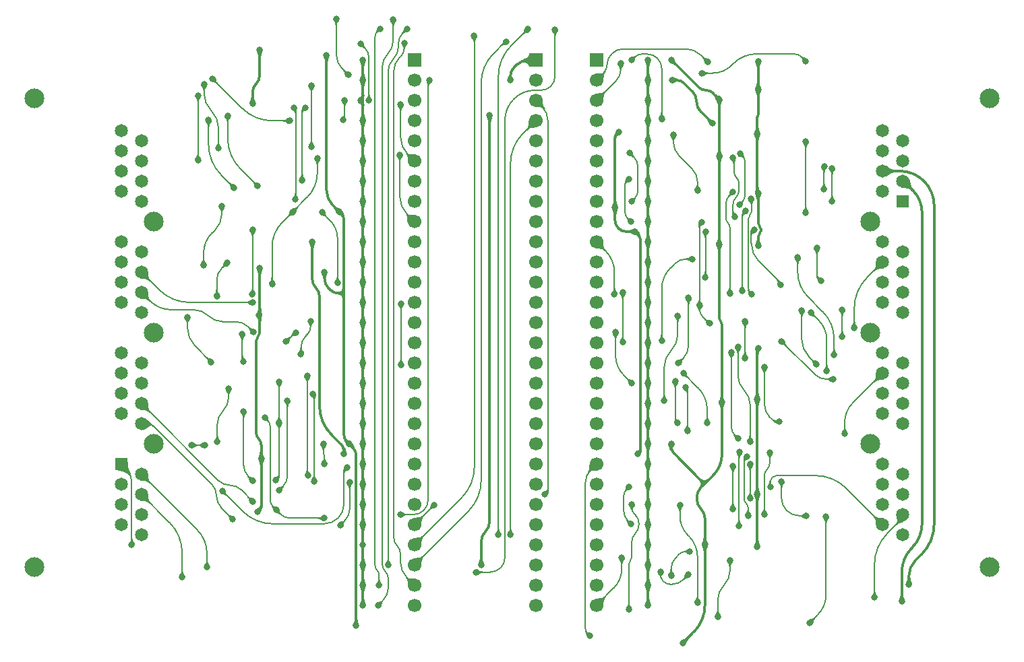
<source format=gbl>
%TF.GenerationSoftware,KiCad,Pcbnew,9.0.4*%
%TF.CreationDate,2025-08-27T20:12:51+02:00*%
%TF.ProjectId,HCP65 56 Pin Tester,48435036-3520-4353-9620-50696e205465,V1*%
%TF.SameCoordinates,Original*%
%TF.FileFunction,Copper,L2,Bot*%
%TF.FilePolarity,Positive*%
%FSLAX46Y46*%
G04 Gerber Fmt 4.6, Leading zero omitted, Abs format (unit mm)*
G04 Created by KiCad (PCBNEW 9.0.4) date 2025-08-27 20:12:51*
%MOMM*%
%LPD*%
G01*
G04 APERTURE LIST*
%TA.AperFunction,ComponentPad*%
%ADD10R,1.650000X1.650000*%
%TD*%
%TA.AperFunction,ComponentPad*%
%ADD11C,1.650000*%
%TD*%
%TA.AperFunction,ComponentPad*%
%ADD12C,2.475000*%
%TD*%
%TA.AperFunction,ComponentPad*%
%ADD13R,1.700000X1.700000*%
%TD*%
%TA.AperFunction,ComponentPad*%
%ADD14C,1.700000*%
%TD*%
%TA.AperFunction,ViaPad*%
%ADD15C,0.800000*%
%TD*%
%TA.AperFunction,Conductor*%
%ADD16C,0.200000*%
%TD*%
%TA.AperFunction,Conductor*%
%ADD17C,0.380000*%
%TD*%
G04 APERTURE END LIST*
D10*
%TO.P,J1,A1,A1*%
%TO.N,/IO24*%
X0Y-41910000D03*
D11*
%TO.P,J1,A2,A2*%
%TO.N,/IO25*%
X2540000Y-43180000D03*
%TO.P,J1,A3,A3*%
%TO.N,/IO26*%
X0Y-44450000D03*
%TO.P,J1,A4,A4*%
%TO.N,/IO27*%
X2540000Y-45720000D03*
%TO.P,J1,A5,A5*%
%TO.N,/IO28*%
X0Y-46989999D03*
%TO.P,J1,A6,A6*%
%TO.N,/IO29*%
X2540000Y-48260000D03*
%TO.P,J1,A7,A7*%
%TO.N,/IO30*%
X0Y-49530000D03*
%TO.P,J1,A8,A8*%
%TO.N,/IO31*%
X2540000Y-50800000D03*
%TO.P,J1,B1,B1*%
%TO.N,/IO16*%
X0Y-27940000D03*
%TO.P,J1,B2,B2*%
%TO.N,/IO17*%
X2540000Y-29210000D03*
%TO.P,J1,B3,B3*%
%TO.N,/IO18*%
X0Y-30479999D03*
%TO.P,J1,B4,B4*%
%TO.N,/IO19*%
X2540000Y-31750000D03*
%TO.P,J1,B5,B5*%
%TO.N,/IO20*%
X0Y-33020000D03*
%TO.P,J1,B6,B6*%
%TO.N,/IO21*%
X2540000Y-34290000D03*
%TO.P,J1,B7,B7*%
%TO.N,/IO22*%
X0Y-35560000D03*
%TO.P,J1,B8,B8*%
%TO.N,/IO23*%
X2540000Y-36830000D03*
%TO.P,J1,C1,C1*%
%TO.N,/IO8*%
X0Y-13970001D03*
%TO.P,J1,C2,C2*%
%TO.N,/IO9*%
X2540000Y-15240000D03*
%TO.P,J1,C3,C3*%
%TO.N,/IO10*%
X0Y-16510000D03*
%TO.P,J1,C4,C4*%
%TO.N,/IO11*%
X2540000Y-17780000D03*
%TO.P,J1,C5,C5*%
%TO.N,/IO12*%
X0Y-19050000D03*
%TO.P,J1,C6,C6*%
%TO.N,/IO13*%
X2540000Y-20320000D03*
%TO.P,J1,C7,C7*%
%TO.N,/IO14*%
X0Y-21590000D03*
%TO.P,J1,C8,C8*%
%TO.N,/IO15*%
X2540000Y-22860000D03*
%TO.P,J1,D1,D1*%
%TO.N,/IO0*%
X0Y0D03*
%TO.P,J1,D2,D2*%
%TO.N,/IO1*%
X2540000Y-1270000D03*
%TO.P,J1,D3,D3*%
%TO.N,/IO2*%
X0Y-2540000D03*
%TO.P,J1,D4,D4*%
%TO.N,/IO3*%
X2540000Y-3810000D03*
%TO.P,J1,D5,D5*%
%TO.N,/IO4*%
X0Y-5080000D03*
%TO.P,J1,D6,D6*%
%TO.N,/IO5*%
X2540000Y-6350000D03*
%TO.P,J1,D7,D7*%
%TO.N,/IO6*%
X0Y-7619999D03*
%TO.P,J1,D8,D8*%
%TO.N,/IO7*%
X2540000Y-8890000D03*
D12*
%TO.P,J1,MH1,MH1*%
%TO.N,unconnected-(J1-PadMH1)*%
X-10920000Y4060000D03*
%TO.P,J1,MH2,MH2*%
%TO.N,unconnected-(J1-PadMH2)*%
X4060000Y-11430000D03*
%TO.P,J1,MH3,MH3*%
%TO.N,unconnected-(J1-PadMH3)*%
X4060000Y-25400001D03*
%TO.P,J1,MH4,MH4*%
%TO.N,unconnected-(J1-PadMH4)*%
X4060000Y-39370000D03*
%TO.P,J1,MH5,MH5*%
%TO.N,unconnected-(J1-PadMH5)*%
X-10920000Y-54860000D03*
%TD*%
D13*
%TO.P,J8,1,Pin_1*%
%TO.N,/IO0*%
X36830000Y8890000D03*
D14*
%TO.P,J8,2,Pin_2*%
%TO.N,/IO1*%
X36830000Y6350000D03*
%TO.P,J8,3,Pin_3*%
%TO.N,/IO2*%
X36830000Y3810000D03*
%TO.P,J8,4,Pin_4*%
%TO.N,/IO3*%
X36830000Y1270000D03*
%TO.P,J8,5,Pin_5*%
%TO.N,/IO4*%
X36830000Y-1270000D03*
%TO.P,J8,6,Pin_6*%
%TO.N,/IO5*%
X36830000Y-3810000D03*
%TO.P,J8,7,Pin_7*%
%TO.N,/IO6*%
X36830000Y-6350000D03*
%TO.P,J8,8,Pin_8*%
%TO.N,/IO7*%
X36830000Y-8890000D03*
%TO.P,J8,9,Pin_9*%
%TO.N,/IO8*%
X36830000Y-11430000D03*
%TO.P,J8,10,Pin_10*%
%TO.N,/IO9*%
X36830000Y-13970000D03*
%TO.P,J8,11,Pin_11*%
%TO.N,/IO10*%
X36830000Y-16510000D03*
%TO.P,J8,12,Pin_12*%
%TO.N,/IO11*%
X36830000Y-19050000D03*
%TO.P,J8,13,Pin_13*%
%TO.N,/IO12*%
X36830000Y-21590000D03*
%TO.P,J8,14,Pin_14*%
%TO.N,/IO13*%
X36830000Y-24130000D03*
%TO.P,J8,15,Pin_15*%
%TO.N,/IO14*%
X36830000Y-26670000D03*
%TO.P,J8,16,Pin_16*%
%TO.N,/IO15*%
X36830000Y-29210000D03*
%TO.P,J8,17,Pin_17*%
%TO.N,/IO16*%
X36830000Y-31750000D03*
%TO.P,J8,18,Pin_18*%
%TO.N,/IO17*%
X36830000Y-34290000D03*
%TO.P,J8,19,Pin_19*%
%TO.N,/IO18*%
X36830000Y-36830000D03*
%TO.P,J8,20,Pin_20*%
%TO.N,/IO19*%
X36830000Y-39370000D03*
%TO.P,J8,21,Pin_21*%
%TO.N,/IO20*%
X36830000Y-41910000D03*
%TO.P,J8,22,Pin_22*%
%TO.N,/IO21*%
X36830000Y-44450000D03*
%TO.P,J8,23,Pin_23*%
%TO.N,/IO22*%
X36830000Y-46990000D03*
%TO.P,J8,24,Pin_24*%
%TO.N,/IO23*%
X36830000Y-49530000D03*
%TO.P,J8,25,Pin_25*%
%TO.N,/IO24*%
X36830000Y-52070000D03*
%TO.P,J8,26,Pin_26*%
%TO.N,/IO25*%
X36830000Y-54610000D03*
%TO.P,J8,27,Pin_27*%
%TO.N,/IO26*%
X36830000Y-57150000D03*
%TO.P,J8,28,Pin_28*%
%TO.N,/IO27*%
X36830000Y-59690000D03*
%TD*%
D13*
%TO.P,J3,1,Pin_1*%
%TO.N,/IO28*%
X52070000Y8890000D03*
D14*
%TO.P,J3,2,Pin_2*%
%TO.N,/IO29*%
X52070000Y6350000D03*
%TO.P,J3,3,Pin_3*%
%TO.N,/IO30*%
X52070000Y3810000D03*
%TO.P,J3,4,Pin_4*%
%TO.N,/IO31*%
X52070000Y1270000D03*
%TO.P,J3,5,Pin_5*%
%TO.N,/IO32*%
X52070000Y-1270000D03*
%TO.P,J3,6,Pin_6*%
%TO.N,/IO33*%
X52070000Y-3810000D03*
%TO.P,J3,7,Pin_7*%
%TO.N,/IO34*%
X52070000Y-6350000D03*
%TO.P,J3,8,Pin_8*%
%TO.N,/IO35*%
X52070000Y-8890000D03*
%TO.P,J3,9,Pin_9*%
%TO.N,/IO36*%
X52070000Y-11430000D03*
%TO.P,J3,10,Pin_10*%
%TO.N,/IO37*%
X52070000Y-13970000D03*
%TO.P,J3,11,Pin_11*%
%TO.N,/IO38*%
X52070000Y-16510000D03*
%TO.P,J3,12,Pin_12*%
%TO.N,/IO39*%
X52070000Y-19050000D03*
%TO.P,J3,13,Pin_13*%
%TO.N,/IO40*%
X52070000Y-21590000D03*
%TO.P,J3,14,Pin_14*%
%TO.N,/IO41*%
X52070000Y-24130000D03*
%TO.P,J3,15,Pin_15*%
%TO.N,/IO42*%
X52070000Y-26670000D03*
%TO.P,J3,16,Pin_16*%
%TO.N,/IO43*%
X52070000Y-29210000D03*
%TO.P,J3,17,Pin_17*%
%TO.N,/IO44*%
X52070000Y-31750000D03*
%TO.P,J3,18,Pin_18*%
%TO.N,/IO45*%
X52070000Y-34290000D03*
%TO.P,J3,19,Pin_19*%
%TO.N,/IO46*%
X52070000Y-36830000D03*
%TO.P,J3,20,Pin_20*%
%TO.N,/IO47*%
X52070000Y-39370000D03*
%TO.P,J3,21,Pin_21*%
%TO.N,/IO48*%
X52070000Y-41910000D03*
%TO.P,J3,22,Pin_22*%
%TO.N,/IO49*%
X52070000Y-44450000D03*
%TO.P,J3,23,Pin_23*%
%TO.N,/IO50*%
X52070000Y-46990000D03*
%TO.P,J3,24,Pin_24*%
%TO.N,/IO51*%
X52070000Y-49530000D03*
%TO.P,J3,25,Pin_25*%
%TO.N,/IO52*%
X52070000Y-52070000D03*
%TO.P,J3,26,Pin_26*%
%TO.N,/IO53*%
X52070000Y-54610000D03*
%TO.P,J3,27,Pin_27*%
%TO.N,/IO54*%
X52070000Y-57150000D03*
%TO.P,J3,28,Pin_28*%
%TO.N,/IO55*%
X52070000Y-59690000D03*
%TD*%
D10*
%TO.P,J4,A1,A1*%
%TO.N,/12V*%
X98173500Y-8890000D03*
D11*
%TO.P,J4,A2,A2*%
%TO.N,/5V_{3}*%
X95633500Y-7620000D03*
%TO.P,J4,A3,A3*%
%TO.N,/5V_{2}*%
X98173500Y-6350000D03*
%TO.P,J4,A4,A4*%
%TO.N,/5V_{1}*%
X95633500Y-5080000D03*
%TO.P,J4,A5,A5*%
%TO.N,/GND_{4}*%
X98173500Y-3810001D03*
%TO.P,J4,A6,A6*%
%TO.N,/GND_{3}*%
X95633500Y-2540000D03*
%TO.P,J4,A7,A7*%
%TO.N,/GND_{2}*%
X98173500Y-1270000D03*
%TO.P,J4,A8,A8*%
%TO.N,/GND_{1}*%
X95633500Y0D03*
%TO.P,J4,B1,B1*%
%TO.N,/IO32*%
X98173500Y-22860000D03*
%TO.P,J4,B2,B2*%
%TO.N,/IO33*%
X95633500Y-21590000D03*
%TO.P,J4,B3,B3*%
%TO.N,/IO34*%
X98173500Y-20320001D03*
%TO.P,J4,B4,B4*%
%TO.N,/IO35*%
X95633500Y-19050000D03*
%TO.P,J4,B5,B5*%
%TO.N,/IO36*%
X98173500Y-17780000D03*
%TO.P,J4,B6,B6*%
%TO.N,/IO37*%
X95633500Y-16510000D03*
%TO.P,J4,B7,B7*%
%TO.N,/IO38*%
X98173500Y-15240000D03*
%TO.P,J4,B8,B8*%
%TO.N,/IO39*%
X95633500Y-13970000D03*
%TO.P,J4,C1,C1*%
%TO.N,/IO40*%
X98173500Y-36829999D03*
%TO.P,J4,C2,C2*%
%TO.N,/IO41*%
X95633500Y-35560000D03*
%TO.P,J4,C3,C3*%
%TO.N,/IO42*%
X98173500Y-34290000D03*
%TO.P,J4,C4,C4*%
%TO.N,/IO43*%
X95633500Y-33020000D03*
%TO.P,J4,C5,C5*%
%TO.N,/IO44*%
X98173500Y-31750000D03*
%TO.P,J4,C6,C6*%
%TO.N,/IO45*%
X95633500Y-30480000D03*
%TO.P,J4,C7,C7*%
%TO.N,/IO46*%
X98173500Y-29210000D03*
%TO.P,J4,C8,C8*%
%TO.N,/IO47*%
X95633500Y-27940000D03*
%TO.P,J4,D1,D1*%
%TO.N,/IO48*%
X98173500Y-50800000D03*
%TO.P,J4,D2,D2*%
%TO.N,/IO49*%
X95633500Y-49530000D03*
%TO.P,J4,D3,D3*%
%TO.N,/IO50*%
X98173500Y-48260000D03*
%TO.P,J4,D4,D4*%
%TO.N,/IO51*%
X95633500Y-46990000D03*
%TO.P,J4,D5,D5*%
%TO.N,/IO52*%
X98173500Y-45720000D03*
%TO.P,J4,D6,D6*%
%TO.N,/IO53*%
X95633500Y-44450000D03*
%TO.P,J4,D7,D7*%
%TO.N,/IO54*%
X98173500Y-43180001D03*
%TO.P,J4,D8,D8*%
%TO.N,/IO55*%
X95633500Y-41910000D03*
D12*
%TO.P,J4,MH1,MH1*%
%TO.N,unconnected-(J4-PadMH1)*%
X109093500Y-54860000D03*
%TO.P,J4,MH2,MH2*%
%TO.N,unconnected-(J4-PadMH2)*%
X94113500Y-39370000D03*
%TO.P,J4,MH3,MH3*%
%TO.N,unconnected-(J4-PadMH3)*%
X94113500Y-25399999D03*
%TO.P,J4,MH4,MH4*%
%TO.N,unconnected-(J4-PadMH4)*%
X94113500Y-11430000D03*
%TO.P,J4,MH5,MH5*%
%TO.N,unconnected-(J4-PadMH5)*%
X109093500Y4060000D03*
%TD*%
D13*
%TO.P,J9,1,Pin_1*%
%TO.N,/IO28*%
X59690000Y8890000D03*
D14*
%TO.P,J9,2,Pin_2*%
%TO.N,/IO29*%
X59690000Y6350000D03*
%TO.P,J9,3,Pin_3*%
%TO.N,/IO30*%
X59690000Y3810000D03*
%TO.P,J9,4,Pin_4*%
%TO.N,/IO31*%
X59690000Y1270000D03*
%TO.P,J9,5,Pin_5*%
%TO.N,/IO32*%
X59690000Y-1270000D03*
%TO.P,J9,6,Pin_6*%
%TO.N,/IO33*%
X59690000Y-3810000D03*
%TO.P,J9,7,Pin_7*%
%TO.N,/IO34*%
X59690000Y-6350000D03*
%TO.P,J9,8,Pin_8*%
%TO.N,/IO35*%
X59690000Y-8890000D03*
%TO.P,J9,9,Pin_9*%
%TO.N,/IO36*%
X59690000Y-11430000D03*
%TO.P,J9,10,Pin_10*%
%TO.N,/IO37*%
X59690000Y-13970000D03*
%TO.P,J9,11,Pin_11*%
%TO.N,/IO38*%
X59690000Y-16510000D03*
%TO.P,J9,12,Pin_12*%
%TO.N,/IO39*%
X59690000Y-19050000D03*
%TO.P,J9,13,Pin_13*%
%TO.N,/IO40*%
X59690000Y-21590000D03*
%TO.P,J9,14,Pin_14*%
%TO.N,/IO41*%
X59690000Y-24130000D03*
%TO.P,J9,15,Pin_15*%
%TO.N,/IO42*%
X59690000Y-26670000D03*
%TO.P,J9,16,Pin_16*%
%TO.N,/IO43*%
X59690000Y-29210000D03*
%TO.P,J9,17,Pin_17*%
%TO.N,/IO44*%
X59690000Y-31750000D03*
%TO.P,J9,18,Pin_18*%
%TO.N,/IO45*%
X59690000Y-34290000D03*
%TO.P,J9,19,Pin_19*%
%TO.N,/IO46*%
X59690000Y-36830000D03*
%TO.P,J9,20,Pin_20*%
%TO.N,/IO47*%
X59690000Y-39370000D03*
%TO.P,J9,21,Pin_21*%
%TO.N,/IO48*%
X59690000Y-41910000D03*
%TO.P,J9,22,Pin_22*%
%TO.N,/IO49*%
X59690000Y-44450000D03*
%TO.P,J9,23,Pin_23*%
%TO.N,/IO50*%
X59690000Y-46990000D03*
%TO.P,J9,24,Pin_24*%
%TO.N,/IO51*%
X59690000Y-49530000D03*
%TO.P,J9,25,Pin_25*%
%TO.N,/IO52*%
X59690000Y-52070000D03*
%TO.P,J9,26,Pin_26*%
%TO.N,/IO53*%
X59690000Y-54610000D03*
%TO.P,J9,27,Pin_27*%
%TO.N,/IO54*%
X59690000Y-57150000D03*
%TO.P,J9,28,Pin_28*%
%TO.N,/IO55*%
X59690000Y-59690000D03*
%TD*%
D15*
%TO.N,/IO28*%
X48895000Y6350000D03*
%TO.N,/5V_{1}*%
X45212000Y-54610000D03*
X98933000Y-57023000D03*
X46276800Y1931300D03*
%TO.N,/GND_{1}*%
X62463200Y-182900D03*
X24003000Y-13970000D03*
X64542400Y-12700000D03*
X62024900Y-9665100D03*
X64869500Y-40638400D03*
X27946750Y-40646750D03*
%TO.N,/IO33*%
X79208058Y-20581000D03*
X79114994Y-8559756D03*
%TO.N,/IO30*%
X53232500Y-45711200D03*
X62738000Y8460000D03*
%TO.N,/IO29*%
X73663500Y8652900D03*
X38735000Y6350000D03*
X35052000Y-48260000D03*
%TO.N,/IO23*%
X14030900Y-48846800D03*
X39306500Y-47053500D03*
%TO.N,/IO21*%
X16517500Y-46615200D03*
%TO.N,/IO25*%
X48387000Y11211900D03*
X10772800Y-54864000D03*
%TO.N,/IO27*%
X7655900Y-56134000D03*
X54483000Y12711900D03*
X44577000Y-55499000D03*
%TO.N,/IO39*%
X79488966Y-12485380D03*
X82804000Y-19419000D03*
%TO.N,/IO32*%
X76454000Y-20447000D03*
X76818669Y-7718669D03*
X69356100Y-501100D03*
X72390000Y-7493000D03*
%TO.N,/IO6*%
X22733000Y-6223000D03*
X23139400Y2905800D03*
%TO.N,/IO10*%
X16483300Y-20540300D03*
X16510000Y-12446000D03*
%TO.N,/IO19*%
X19805300Y-45218600D03*
X20872400Y-33909000D03*
%TO.N,/IO15*%
X22580300Y-28066700D03*
X23790100Y-23959300D03*
%TO.N,/IO18*%
X24093200Y-33079900D03*
X24247400Y-44069000D03*
%TO.N,/IO16*%
X23456100Y-43333000D03*
X23371300Y-30803300D03*
%TO.N,/IO17*%
X19820600Y-36718500D03*
X19812000Y-31553300D03*
X19440900Y-43911300D03*
%TO.N,/IO7*%
X21844000Y-8636000D03*
X21717000Y2921000D03*
%TO.N,Net-(LED1-Pad2)*%
X28062200Y3842000D03*
X27833600Y1336700D03*
%TO.N,/IO13*%
X16619900Y-25339100D03*
%TO.N,/IO5*%
X35102500Y3302000D03*
%TO.N,/IO31*%
X48891200Y-50800000D03*
%TO.N,/IO22*%
X19462500Y-47682100D03*
X18034000Y-36068000D03*
X25527000Y-48717200D03*
%TO.N,/IO4*%
X23886800Y-2020000D03*
X23889400Y5685400D03*
%TO.N,/IO9*%
X27174300Y-19145500D03*
X25210900Y-10243200D03*
%TO.N,/IO24*%
X44323000Y11938000D03*
X1328500Y-52070000D03*
%TO.N,/IO8*%
X34989400Y-3008300D03*
X21547200Y-10204100D03*
X24638000Y-3429000D03*
X18948700Y-19269700D03*
%TO.N,/IO26*%
X35560000Y11049000D03*
%TO.N,/IO11*%
X16510000Y-21590000D03*
%TO.N,/IO20*%
X15380800Y-35275900D03*
X16517500Y-44013100D03*
%TO.N,/GND_{2}*%
X74263000Y901000D03*
X69215000Y6350000D03*
%TO.N,/5V_{3}*%
X28644848Y-39370000D03*
X69088000Y8890000D03*
X75107999Y-14278199D03*
X29464000Y-62230000D03*
X75128500Y-3199000D03*
X27385600Y-10190600D03*
X69112500Y-39370000D03*
X75128500Y3937000D03*
X73307400Y-52015000D03*
X70530800Y-64418200D03*
X75448700Y-34143400D03*
X25781000Y9525000D03*
X25527000Y-17780000D03*
%TO.N,/5V_{2}*%
X98044000Y-59182000D03*
%TO.N,/GND_{3}*%
X80010000Y8763000D03*
X30353000Y8890000D03*
X16510000Y3429000D03*
X66167000Y-46990000D03*
X66167000Y-36830000D03*
X66167000Y-41910000D03*
X66167000Y-6350000D03*
X66167000Y3810000D03*
X17399000Y10160000D03*
X30353000Y1270000D03*
X66167000Y-11430000D03*
X30353000Y-13970000D03*
X30353000Y-19050000D03*
X66167000Y-19050000D03*
X30353000Y-21590000D03*
X30353000Y-16510000D03*
X66167000Y-29210000D03*
X66167000Y-26670000D03*
X66167000Y-21590000D03*
X66167000Y-54610000D03*
X30353000Y-59690000D03*
X30353000Y-24130000D03*
X66167000Y-8890000D03*
X66167000Y-44450000D03*
X79883000Y-45720000D03*
X30353000Y-41910000D03*
X30353000Y6350000D03*
X66167000Y-52070000D03*
X66167000Y-1270000D03*
X66167000Y-24130000D03*
X17145000Y-47879000D03*
X30065000Y3810000D03*
X66167000Y1270000D03*
X66167000Y-59690000D03*
X30353000Y-52070000D03*
X30353000Y-11430000D03*
X30353000Y-1270000D03*
X66167000Y-3810000D03*
X17322600Y-23164600D03*
X30353000Y-54610000D03*
X30353000Y-44450000D03*
X79883000Y-411000D03*
X80010000Y5207000D03*
X66167000Y8890000D03*
X30353000Y-31750000D03*
X30353000Y-46990000D03*
X17399000Y-17272000D03*
X30353000Y-36830000D03*
X66167000Y-13970000D03*
X30353000Y-6350000D03*
X79883000Y-33782000D03*
X79883000Y-52324000D03*
X30353000Y-8890000D03*
X30353000Y-26670000D03*
X30353000Y-49530000D03*
X30353000Y-34290000D03*
X66167000Y6350000D03*
X66167000Y-39370000D03*
X66167000Y-57150000D03*
X30353000Y-3810000D03*
X80010000Y-27305000D03*
X30353000Y-57150000D03*
X66167000Y-34290000D03*
X17589500Y-41211500D03*
X30353000Y-29210000D03*
X66167000Y-16510000D03*
X66167000Y-31750000D03*
X30353000Y-39370000D03*
X80010000Y-7874000D03*
X66167000Y-49530000D03*
X80010000Y-14478000D03*
%TO.N,/IO34*%
X77634587Y-9332743D03*
X77709120Y-2894597D03*
%TO.N,/IO35*%
X78440207Y-10092283D03*
X77991145Y-20181000D03*
%TO.N,/IO36*%
X77089000Y-10795000D03*
X76833991Y-3378923D03*
%TO.N,/IO37*%
X72942600Y-11474500D03*
X61952087Y-20574000D03*
X73911600Y-24255700D03*
X92075000Y-24765000D03*
X72644000Y-21971000D03*
%TO.N,/IO38*%
X73329100Y-18451000D03*
X73387100Y-12657500D03*
%TO.N,Net-(LED8-Pad1)*%
X25516999Y-41899999D03*
X25400000Y-39370000D03*
%TO.N,/S6*%
X13378300Y1878700D03*
X17145000Y-6973000D03*
%TO.N,/S5*%
X9652000Y-3683000D03*
X9661101Y4435801D03*
%TO.N,/S4*%
X10414000Y5842000D03*
X12208800Y-2234400D03*
%TO.N,/S3*%
X21162500Y1248000D03*
X11474368Y6542321D03*
%TO.N,/S2*%
X30099000Y10922000D03*
X31115000Y3810000D03*
%TO.N,/S1*%
X28527500Y7000500D03*
X27007500Y14085000D03*
%TO.N,/S15*%
X15213200Y-25578900D03*
X15379700Y-29039200D03*
%TO.N,/S13*%
X20710300Y-26502800D03*
X21924800Y-25411100D03*
%TO.N,/S12*%
X8310900Y-23423800D03*
X35142000Y-29476800D03*
X35159100Y-21735000D03*
X11303000Y-29083000D03*
%TO.N,/S11*%
X13273000Y-16635500D03*
X12000400Y-20788500D03*
%TO.N,/S8*%
X12619200Y-9454100D03*
X10355000Y-16891000D03*
%TO.N,/S21*%
X28696200Y-44205700D03*
X27507200Y-49599800D03*
%TO.N,/S20*%
X28377950Y-42361050D03*
X12677600Y-45276000D03*
%TO.N,/S18*%
X10497000Y-39541000D03*
X8851600Y-39541000D03*
%TO.N,/S16*%
X12065000Y-39116000D03*
X13500900Y-32429100D03*
%TO.N,/S29*%
X85979000Y8763000D03*
X72910000Y7239000D03*
%TO.N,/S28*%
X64135000Y8890000D03*
X67883700Y1480200D03*
%TO.N,/S27*%
X34163000Y13970000D03*
X32258000Y-59690000D03*
%TO.N,/S26*%
X32385000Y-57150000D03*
X32512000Y12827000D03*
%TO.N,/S25*%
X35877500Y12763500D03*
X33527999Y-54610001D03*
%TO.N,/S24*%
X47371000Y-50800000D03*
X51037300Y12743500D03*
%TO.N,/S39*%
X87376000Y-14732000D03*
X87884000Y-18871000D03*
%TO.N,/S36*%
X63754000Y-6096000D03*
X64008000Y-11430000D03*
%TO.N,/S35*%
X64123000Y-8861400D03*
X89281000Y-8890000D03*
X89281000Y-4699000D03*
X63881000Y-2794000D03*
%TO.N,/S33*%
X88265000Y-7366000D03*
X88290145Y-4474079D03*
%TO.N,/S32*%
X85934600Y-10318400D03*
X85979000Y-1351862D03*
%TO.N,/S7*%
X10969100Y1316200D03*
X14166500Y-7169500D03*
%TO.N,/IO53*%
X78740000Y-48387000D03*
X78557122Y-40955200D03*
%TO.N,/IO47*%
X80789998Y-29718000D03*
X82677000Y-36576000D03*
%TO.N,/IO46*%
X82931000Y-26465000D03*
X89408000Y-31242000D03*
%TO.N,/IO40*%
X78990157Y-39095100D03*
X77470000Y-27178000D03*
%TO.N,/IO41*%
X77470000Y-38695100D03*
X76632020Y-27884771D03*
%TO.N,/IO43*%
X70595800Y-30463800D03*
X73602900Y-36750200D03*
%TO.N,/IO44*%
X69873300Y-36750200D03*
X69596000Y-31496000D03*
%TO.N,/IO45*%
X71120000Y-37719000D03*
X70866000Y-32258000D03*
X90868500Y-38100000D03*
%TO.N,/IO42*%
X78359000Y-28575000D03*
X78359000Y-23991000D03*
%TO.N,/IO49*%
X81522000Y-44830000D03*
%TO.N,/IO50*%
X70179001Y-47045899D03*
X94615000Y-58674000D03*
X72390000Y-59309000D03*
%TO.N,/IO55*%
X81460158Y-40428698D03*
X80772000Y-48260000D03*
X62865000Y-53679700D03*
%TO.N,/IO51*%
X76835000Y-42164000D03*
X76835000Y-47566000D03*
%TO.N,/IO52*%
X78994000Y-46228000D03*
X78994000Y-41910000D03*
%TO.N,/IO54*%
X77597000Y-49716000D03*
X77685532Y-40373013D03*
%TO.N,/IO48*%
X58834700Y-63529001D03*
%TO.N,/S45*%
X86614000Y-22860000D03*
X69892300Y-23241000D03*
X68199000Y-33980300D03*
X88607700Y-30226000D03*
%TO.N,/S44*%
X64135000Y-31750000D03*
X71755000Y-16141000D03*
X62092400Y-25353400D03*
X89535000Y-28194000D03*
X84963000Y-15950500D03*
X67891700Y-26455200D03*
%TO.N,/S43*%
X87308000Y-29337000D03*
X71247000Y-21023600D03*
X85471000Y-22594000D03*
X69977000Y-29210000D03*
%TO.N,/S42*%
X90551000Y-25908000D03*
X62992000Y-20320000D03*
X90551000Y-22479000D03*
X62998700Y-26598800D03*
%TO.N,/S55*%
X74938100Y-61087000D03*
X76454000Y-53975000D03*
%TO.N,/S54*%
X71394503Y-52910000D03*
X69071790Y-55925771D03*
%TO.N,/S52*%
X67749879Y-55459759D03*
X71195100Y-55828500D03*
%TO.N,/S51*%
X86068400Y-48413600D03*
X64049169Y-49444169D03*
X82931000Y-44069000D03*
X63794500Y-44790500D03*
%TO.N,/S50*%
X64135000Y-46990000D03*
X63796571Y-60201368D03*
X88519000Y-48514000D03*
X86486999Y-61849001D03*
%TD*%
D16*
%TO.N,/S50*%
X64579500Y-48323500D02*
G75*
G02*
X65023993Y-49396617I-1073100J-1073100D01*
G01*
X64579500Y-50609500D02*
G75*
G03*
X64135007Y-51682617I1073100J-1073100D01*
G01*
X64135000Y-47434500D02*
G75*
G03*
X64449312Y-48193304I1073100J0D01*
G01*
X64135000Y-53578592D02*
G75*
G02*
X63944502Y-54038502I-650400J-8D01*
G01*
X63754000Y-60128694D02*
G75*
G03*
X63775277Y-60180090I72700J-6D01*
G01*
X65024000Y-49536382D02*
G75*
G02*
X64579505Y-50609505I-1517600J-18D01*
G01*
X63944500Y-54038500D02*
G75*
G03*
X63754003Y-54498407I459900J-459900D01*
G01*
X88519000Y-58380158D02*
G75*
G02*
X87503032Y-60833033I-3468900J-42D01*
G01*
%TO.N,/S51*%
X63456750Y-45128250D02*
G75*
G03*
X63119021Y-45943650I815350J-815350D01*
G01*
X63119000Y-47856271D02*
G75*
G03*
X63584069Y-48979099I1587900J-29D01*
G01*
X83579300Y-47765300D02*
G75*
G03*
X85144434Y-48413586I1565100J1565100D01*
G01*
X82931000Y-46200165D02*
G75*
G03*
X83579290Y-47765310I2213400J-35D01*
G01*
%TO.N,/S52*%
X70547759Y-56475840D02*
G75*
G02*
X69226800Y-57023005I-1320959J1320940D01*
G01*
X67749879Y-55889819D02*
G75*
G03*
X68053994Y-56623960I1038221J19D01*
G01*
X68101439Y-56671439D02*
G75*
G03*
X68950181Y-57023014I848761J848739D01*
G01*
%TO.N,/S54*%
X69665957Y-53651041D02*
G75*
G03*
X69071780Y-55085490I1434443J-1434459D01*
G01*
X70900751Y-52910000D02*
G75*
G03*
X70057893Y-53259164I49J-1192000D01*
G01*
%TO.N,/S55*%
X76454000Y-55316096D02*
G75*
G02*
X75696051Y-57145951I-2587800J-4D01*
G01*
X75696050Y-57145950D02*
G75*
G03*
X74938101Y-58975803I1829850J-1829850D01*
G01*
%TO.N,/S42*%
X62992000Y-26587362D02*
G75*
G03*
X62995339Y-26595461I11400J-38D01*
G01*
%TO.N,/S43*%
X85471000Y-26201044D02*
G75*
G03*
X86389513Y-28418487I3136000J44D01*
G01*
X71247000Y-27041974D02*
G75*
G02*
X70612008Y-28575008I-2168000J-26D01*
G01*
%TO.N,/S44*%
X70923500Y-16141000D02*
G75*
G03*
X69504044Y-16728963I0J-2007400D01*
G01*
X84963000Y-17778150D02*
G75*
G03*
X86255326Y-20898160I4412300J-50D01*
G01*
X62092400Y-28263063D02*
G75*
G03*
X63113689Y-30728711I3486900J-37D01*
G01*
X88115058Y-22757858D02*
G75*
G02*
X89534995Y-26185900I-3428058J-3428042D01*
G01*
X68991850Y-17241150D02*
G75*
G03*
X67891719Y-19897147I2655950J-2655950D01*
G01*
%TO.N,/S45*%
X69045650Y-27686750D02*
G75*
G03*
X68199018Y-29730743I2043950J-2043950D01*
G01*
X69892300Y-25642756D02*
G75*
G02*
X69045684Y-27686784I-2890700J-44D01*
G01*
X87610850Y-23856850D02*
G75*
G02*
X88607717Y-26263458I-2406650J-2406650D01*
G01*
%TO.N,/IO48*%
X58991500Y-42608500D02*
G75*
G03*
X58293012Y-44294828I1686300J-1686300D01*
G01*
X58807122Y-63423422D02*
G75*
G02*
X58834687Y-63490000I-66622J-66578D01*
G01*
X58293000Y-62526260D02*
G75*
G03*
X58563838Y-63180162I924700J-40D01*
G01*
%TO.N,/IO54*%
X77641266Y-40417279D02*
G75*
G03*
X77597023Y-40524146I106834J-106821D01*
G01*
%TO.N,/IO55*%
X81460158Y-41751240D02*
G75*
G02*
X81116058Y-42581900I-1174758J40D01*
G01*
X81116079Y-42581921D02*
G75*
G03*
X80772013Y-43412601I830721J-830679D01*
G01*
X62865000Y-55097350D02*
G75*
G02*
X61862543Y-57517402I-3422500J50D01*
G01*
%TO.N,/IO50*%
X71284500Y-50964500D02*
G75*
G02*
X72389995Y-53633412I-2668900J-2668900D01*
G01*
X70179001Y-48452450D02*
G75*
G03*
X71173560Y-50853604I3395699J-50D01*
G01*
X96208792Y-50659507D02*
G75*
G03*
X94614959Y-54507263I3847708J-3847793D01*
G01*
%TO.N,/IO49*%
X81751850Y-43597150D02*
G75*
G03*
X81521982Y-44152056I554950J-554950D01*
G01*
X82306756Y-43367300D02*
G75*
G03*
X81751863Y-43597163I44J-784800D01*
G01*
X91064592Y-44961092D02*
G75*
G03*
X87216836Y-43367289I-3847792J-3847808D01*
G01*
%TO.N,/IO45*%
X71037901Y-32302901D02*
G75*
G03*
X70929500Y-32257999I-108401J-108399D01*
G01*
X91877894Y-34235605D02*
G75*
G03*
X90868502Y-36672500I2436906J-2436895D01*
G01*
X71056500Y-32321500D02*
G75*
G02*
X71119999Y-32474802I-153300J-153300D01*
G01*
%TO.N,/IO44*%
X69596000Y-36276819D02*
G75*
G03*
X69734656Y-36611544I473400J19D01*
G01*
%TO.N,/IO43*%
X72443492Y-32311492D02*
G75*
G02*
X73602925Y-35110550I-2799092J-2799108D01*
G01*
%TO.N,/IO41*%
X76632020Y-37264578D02*
G75*
G03*
X77051008Y-38276112I1430480J-22D01*
G01*
%TO.N,/IO40*%
X78230078Y-32637078D02*
G75*
G02*
X78990182Y-34472070I-1834978J-1835022D01*
G01*
X77470000Y-30802086D02*
G75*
G03*
X78230065Y-32637091I2595100J-14D01*
G01*
%TO.N,/IO46*%
X87106959Y-30640959D02*
G75*
G03*
X88558000Y-31241995I1451041J1451059D01*
G01*
%TO.N,/IO47*%
X80789998Y-34438698D02*
G75*
G03*
X81415998Y-35950000I2137302J-2D01*
G01*
X81817493Y-36351493D02*
G75*
G03*
X82359500Y-36576004I542007J541993D01*
G01*
%TO.N,/IO53*%
X78244000Y-46270275D02*
G75*
G03*
X78491993Y-46869007I846700J-25D01*
G01*
X78492000Y-46869000D02*
G75*
G02*
X78739990Y-47467724I-598700J-598700D01*
G01*
X78400561Y-41111761D02*
G75*
G03*
X78244014Y-41489732I377939J-377939D01*
G01*
%TO.N,/S7*%
X10969100Y-1718136D02*
G75*
G03*
X12562890Y-5565894I5441550J-4D01*
G01*
%TO.N,/S32*%
X85979000Y-10242604D02*
G75*
G02*
X85956799Y-10296199I-75800J4D01*
G01*
%TO.N,/S33*%
X88277572Y-4572739D02*
G75*
G03*
X88264986Y-4603092I30328J-30361D01*
G01*
X88290145Y-4542386D02*
G75*
G02*
X88277583Y-4572750I-42945J-14D01*
G01*
%TO.N,/S35*%
X64897000Y-7540099D02*
G75*
G02*
X64510000Y-8474400I-1321300J-1D01*
G01*
X64389000Y-3302000D02*
G75*
G02*
X64896992Y-4528420I-1226400J-1226400D01*
G01*
%TO.N,/S36*%
X63246000Y-10129184D02*
G75*
G03*
X63626995Y-11049005I1300800J-16D01*
G01*
X63748500Y-6096000D02*
G75*
G03*
X63739106Y-6099885I0J-13300D01*
G01*
X63494500Y-6344500D02*
G75*
G03*
X63246013Y-6944432I599900J-599900D01*
G01*
%TO.N,/S39*%
X87376000Y-18003789D02*
G75*
G03*
X87629997Y-18617003I867200J-11D01*
G01*
%TO.N,/S24*%
X48964792Y10670992D02*
G75*
G03*
X47370989Y6823236I3847808J-3847792D01*
G01*
%TO.N,/S25*%
X35343750Y12229750D02*
G75*
G03*
X34810015Y10941163I1288550J-1288550D01*
G01*
X34168999Y8995299D02*
G75*
G03*
X33528005Y7447787I1547501J-1547499D01*
G01*
X34810000Y10542811D02*
G75*
G02*
X34169002Y8995296I-2188500J-11D01*
G01*
%TO.N,/S26*%
X32194500Y12509500D02*
G75*
G03*
X31877005Y11742987I766500J-766500D01*
G01*
X32131000Y-55245000D02*
G75*
G02*
X32384996Y-55858210I-613200J-613200D01*
G01*
X31877000Y-54631789D02*
G75*
G03*
X32130997Y-55245003I867200J-11D01*
G01*
%TO.N,/S27*%
X34163000Y11314393D02*
G75*
G02*
X33473998Y9651002I-2352400J7D01*
G01*
X33528000Y-57521974D02*
G75*
G02*
X32893008Y-59055008I-2168000J-26D01*
G01*
X33474000Y9651000D02*
G75*
G03*
X32784997Y7987606I1663400J-1663400D01*
G01*
X33156500Y-55381500D02*
G75*
G02*
X33528008Y-56278380I-896900J-896900D01*
G01*
X32785000Y-54484619D02*
G75*
G03*
X33156506Y-55381494I1268400J19D01*
G01*
%TO.N,/S28*%
X65402014Y9632200D02*
G75*
G03*
X64506096Y9261104I-14J-1267000D01*
G01*
X67352750Y9101250D02*
G75*
G03*
X66070923Y9632210I-1281850J-1281850D01*
G01*
X67352750Y9101250D02*
G75*
G02*
X67883710Y7819423I-1281850J-1281850D01*
G01*
%TO.N,/S29*%
X85534500Y9207500D02*
G75*
G03*
X84461382Y9651993I-1073100J-1073100D01*
G01*
X79811248Y9652000D02*
G75*
G03*
X76898515Y8445485I52J-4119300D01*
G01*
X76675585Y8222585D02*
G75*
G02*
X74301000Y7239008I-2374585J2374615D01*
G01*
%TO.N,/S16*%
X12782950Y-35223050D02*
G75*
G03*
X12065014Y-36956334I1733250J-1733250D01*
G01*
X13500900Y-33489765D02*
G75*
G02*
X12782950Y-35223050I-2451250J5D01*
G01*
%TO.N,/S20*%
X27973700Y-46944591D02*
G75*
G02*
X27247003Y-48699003I-2481100J-9D01*
G01*
X15233507Y-47831907D02*
G75*
G03*
X19081263Y-49425704I3847763J3847757D01*
G01*
X27247000Y-48699000D02*
G75*
G02*
X25492591Y-49425696I-1754400J1754400D01*
G01*
X28175825Y-42563175D02*
G75*
G03*
X27973734Y-43051147I487975J-487925D01*
G01*
%TO.N,/S21*%
X28696200Y-47570050D02*
G75*
G02*
X28101702Y-49005302I-2029760J0D01*
G01*
%TO.N,/S8*%
X12619200Y-10545950D02*
G75*
G02*
X11847146Y-12409855I-2635960J0D01*
G01*
X11411771Y-12845228D02*
G75*
G03*
X10354987Y-15396500I2551229J-2551272D01*
G01*
%TO.N,/S11*%
X12636700Y-17271800D02*
G75*
G03*
X12000385Y-18807964I1536200J-1536200D01*
G01*
%TO.N,/S12*%
X35150550Y-21743550D02*
G75*
G03*
X35141996Y-21764191I20650J-20650D01*
G01*
X8310900Y-24757300D02*
G75*
G03*
X9253817Y-27033736I3219400J0D01*
G01*
%TO.N,/S13*%
X21863400Y-25411100D02*
G75*
G03*
X21758590Y-25454523I0J-148200D01*
G01*
%TO.N,/S15*%
X15213200Y-28754966D02*
G75*
G03*
X15296440Y-28955960I284200J-34D01*
G01*
%TO.N,/S1*%
X27007500Y9595302D02*
G75*
G03*
X27767499Y7760499I2594800J-2D01*
G01*
%TO.N,/S2*%
X30607000Y10414000D02*
G75*
G02*
X31114992Y9187579I-1226400J-1226400D01*
G01*
%TO.N,/S3*%
X15215242Y2801446D02*
G75*
G03*
X18965594Y1247996I3750358J3750354D01*
G01*
%TO.N,/S4*%
X11311399Y2531599D02*
G75*
G02*
X12208792Y365084I-2166499J-2166499D01*
G01*
X10414000Y4635500D02*
G75*
G03*
X11267135Y2575886I2912700J0D01*
G01*
%TO.N,/S5*%
X9656550Y4431250D02*
G75*
G03*
X9652014Y4420264I10950J-10950D01*
G01*
%TO.N,/S6*%
X13378300Y-952336D02*
G75*
G03*
X14972090Y-4800094I5441550J-4D01*
G01*
%TO.N,Net-(LED8-Pad1)*%
X25458499Y-40698499D02*
G75*
G02*
X25516987Y-40839729I-141199J-141201D01*
G01*
X25400000Y-40557269D02*
G75*
G03*
X25458490Y-40698508I199700J-31D01*
G01*
%TO.N,/IO38*%
X73387100Y-18351987D02*
G75*
G02*
X73358104Y-18422004I-99000J-13D01*
G01*
%TO.N,/IO37*%
X72644000Y-22479550D02*
G75*
G03*
X73003584Y-23347714I1227700J-50D01*
G01*
X72785000Y-11632100D02*
G75*
G03*
X72627392Y-12012580I380500J-380500D01*
G01*
X60821043Y-15101043D02*
G75*
G02*
X61952081Y-17831624I-2730543J-2730557D01*
G01*
X72627400Y-20711362D02*
G75*
G03*
X72635689Y-20731411I28300J-38D01*
G01*
X93668792Y-18474707D02*
G75*
G03*
X92074959Y-22322463I3847708J-3847793D01*
G01*
X72635700Y-20731400D02*
G75*
G02*
X72643984Y-20751437I-20000J-20000D01*
G01*
%TO.N,/IO36*%
X77597000Y-7462184D02*
G75*
G02*
X77216005Y-8382005I-1300800J-16D01*
G01*
X77216000Y-8382000D02*
G75*
G03*
X76835006Y-9301815I919800J-919800D01*
G01*
X76835000Y-10361394D02*
G75*
G03*
X76961998Y-10668002I433600J-6D01*
G01*
X76897995Y-3442927D02*
G75*
G02*
X76961973Y-3597448I-154495J-154473D01*
G01*
X76962000Y-5138987D02*
G75*
G03*
X77279496Y-5905504I1084000J-13D01*
G01*
X77279500Y-5905500D02*
G75*
G02*
X77596995Y-6672012I-766500J-766500D01*
G01*
%TO.N,/IO35*%
X78215103Y-10317386D02*
G75*
G03*
X77990009Y-10860834I543397J-543414D01*
G01*
X77990000Y-20179045D02*
G75*
G03*
X77990605Y-20180391I1900J45D01*
G01*
%TO.N,/IO34*%
X78034060Y-3219537D02*
G75*
G02*
X78358996Y-4004011I-784460J-784463D01*
G01*
X78359000Y-8096092D02*
G75*
G02*
X77996807Y-8970550I-1236700J-8D01*
G01*
D17*
%TO.N,/GND_{3}*%
X17589500Y-47120191D02*
G75*
G02*
X17367253Y-47656753I-758800J-9D01*
G01*
X17269650Y-38732650D02*
G75*
G02*
X17589485Y-39504836I-772150J-772150D01*
G01*
X17399000Y6978617D02*
G75*
G02*
X16954505Y5905495I-1517600J-17D01*
G01*
X80010000Y-11592930D02*
G75*
G03*
X80169500Y-11977940I544500J30D01*
G01*
X30353000Y4301646D02*
G75*
G02*
X30209034Y3953966I-491700J-46D01*
G01*
X17411600Y-25340458D02*
G75*
G02*
X17180712Y-25897912I-788300J-42D01*
G01*
X80010000Y1994802D02*
G75*
G02*
X79946501Y1841499I-216800J-2D01*
G01*
X79883000Y-7657197D02*
G75*
G03*
X79946499Y-7810501I216800J-3D01*
G01*
X80169483Y-11977957D02*
G75*
G02*
X80328991Y-12362983I-384983J-385043D01*
G01*
X16949800Y-37960463D02*
G75*
G03*
X17269639Y-38732661I1092000J-37D01*
G01*
X80328966Y-12607776D02*
G75*
G02*
X80169506Y-12992826I-544566J-24D01*
G01*
X17399000Y-23034177D02*
G75*
G02*
X17360807Y-23126407I-130400J-23D01*
G01*
X17180700Y-25897900D02*
G75*
G03*
X16949817Y-26455341I557400J-557400D01*
G01*
X79946500Y1841500D02*
G75*
G03*
X79883001Y1688197I153300J-153300D01*
G01*
X80169483Y-12992803D02*
G75*
G03*
X80010018Y-13377829I385017J-384997D01*
G01*
X79946500Y-27368500D02*
G75*
G03*
X79883001Y-27521802I153300J-153300D01*
G01*
X16954500Y5905500D02*
G75*
G03*
X16510007Y4832382I1073100J-1073100D01*
G01*
X30209000Y3666000D02*
G75*
G02*
X30353022Y3318353I-347700J-347700D01*
G01*
X17367100Y-23209100D02*
G75*
G02*
X17411587Y-23316532I-107400J-107400D01*
G01*
%TO.N,/5V_{2}*%
X99314000Y-52451000D02*
G75*
G03*
X98044021Y-55517051I3066000J-3066000D01*
G01*
X99426100Y-7507900D02*
G75*
G02*
X100583993Y-10303317I-2795400J-2795400D01*
G01*
X100584000Y-49384948D02*
G75*
G02*
X99313986Y-52450986I-4336100J48D01*
G01*
%TO.N,/5V_{3}*%
X72777400Y-44905200D02*
G75*
G03*
X72777400Y-43929000I-488100J488100D01*
G01*
X72777400Y-43929000D02*
G75*
G03*
X73753600Y-43929000I488100J488102D01*
G01*
X27680200Y-10485200D02*
G75*
G02*
X27974789Y-11196427I-711200J-711200D01*
G01*
X74369989Y4695510D02*
G75*
G03*
X73441750Y5080043I-928289J-928210D01*
G01*
X27974800Y-38226156D02*
G75*
G03*
X28309811Y-39034989I1143800J-44D01*
G01*
X29076774Y-39801926D02*
G75*
G02*
X29508705Y-40844687I-1042774J-1042774D01*
G01*
X73307400Y-59678247D02*
G75*
G02*
X71919098Y-63029898I-4739960J7D01*
G01*
X72798350Y-47525350D02*
G75*
G02*
X73307398Y-48754305I-1228950J-1228950D01*
G01*
X75448700Y-40690144D02*
G75*
G02*
X74357087Y-43325487I-3727000J44D01*
G01*
X72513510Y5464489D02*
G75*
G03*
X73441750Y5080026I928190J928211D01*
G01*
X25781000Y-7451376D02*
G75*
G03*
X26583293Y-9388307I2739200J-24D01*
G01*
X27322400Y-20447000D02*
G75*
G03*
X27974800Y-19794600I0J652400D01*
G01*
X27974800Y-21099400D02*
G75*
G03*
X27322400Y-20447000I-652400J0D01*
G01*
X72289300Y-46296394D02*
G75*
G03*
X72798348Y-47525352I1738000J-6D01*
G01*
X75278349Y-23959649D02*
G75*
G02*
X75448695Y-24370911I-411249J-411251D01*
G01*
X29508700Y-62153692D02*
G75*
G02*
X29486352Y-62207652I-76300J-8D01*
G01*
X75107999Y-23548387D02*
G75*
G03*
X75278345Y-23959653I581601J-13D01*
G01*
X69112500Y-39817050D02*
G75*
G03*
X69428582Y-40580242I1079300J-50D01*
G01*
X75118249Y-7301550D02*
G75*
G03*
X75107998Y-7326297I24751J-24750D01*
G01*
X75128500Y-7276803D02*
G75*
G02*
X75118248Y-7301549I-35000J3D01*
G01*
X26208683Y-19985683D02*
G75*
G03*
X27322400Y-20447010I1113717J1113683D01*
G01*
X72777400Y-44905200D02*
G75*
G03*
X72289291Y-46083577I1178400J-1178400D01*
G01*
X25527000Y-18542000D02*
G75*
G03*
X26065821Y-19842809I1839600J0D01*
G01*
X73753600Y-43929000D02*
X72777400Y-44905200D01*
X27974800Y-19794600D02*
X27974800Y-21099400D01*
%TO.N,/GND_{2}*%
X70711217Y5959181D02*
G75*
G03*
X69767700Y6350009I-943517J-943481D01*
G01*
X72263000Y3654200D02*
G75*
G03*
X72795590Y2368405I1818400J0D01*
G01*
X71730407Y4939992D02*
G75*
G02*
X72262995Y3654200I-1285807J-1285792D01*
G01*
%TO.N,/IO28*%
X51181000Y8890000D02*
G75*
G03*
X49663389Y8261375I0J-2146200D01*
G01*
X49299111Y7897111D02*
G75*
G03*
X48894993Y6921500I975589J-975611D01*
G01*
D16*
%TO.N,/IO20*%
X15380800Y-42072631D02*
G75*
G03*
X15949151Y-43444749I1940470J1D01*
G01*
%TO.N,/IO11*%
X4756207Y-19996207D02*
G75*
G03*
X8603963Y-21590004I3847763J3847757D01*
G01*
%TO.N,/IO26*%
X34647350Y-52173350D02*
G75*
G02*
X35052016Y-53150261I-976950J-976950D01*
G01*
X35052000Y-54114764D02*
G75*
G03*
X35940998Y-56261002I3035230J-6D01*
G01*
X34901350Y9103950D02*
G75*
G03*
X34242688Y7513828I1590150J-1590150D01*
G01*
X34242700Y-51196438D02*
G75*
G03*
X34647361Y-52173339I1381600J38D01*
G01*
X35560000Y10405800D02*
G75*
G02*
X35105183Y9307793I-1552800J0D01*
G01*
%TO.N,/IO8*%
X24638000Y-5271150D02*
G75*
G02*
X23335403Y-8415896I-4447340J0D01*
G01*
X20247950Y-11503350D02*
G75*
G03*
X18948707Y-14640016I3136650J-3136650D01*
G01*
X34989400Y-8287899D02*
G75*
G03*
X35909700Y-10509700I3142100J-1D01*
G01*
%TO.N,/IO24*%
X44339300Y11921700D02*
G75*
G02*
X44355620Y11882348I-39400J-39400D01*
G01*
X664250Y-42574250D02*
G75*
G02*
X1328500Y-44177891I-1603638J-1603640D01*
G01*
X44355600Y-42290436D02*
G75*
G02*
X42761806Y-46138191I-5441560J6D01*
G01*
%TO.N,/IO9*%
X26192600Y-11224900D02*
G75*
G02*
X27174286Y-13594933I-2370000J-2370000D01*
G01*
%TO.N,/IO4*%
X23889400Y-2015561D02*
G75*
G02*
X23888111Y-2018711I-4400J-39D01*
G01*
%TO.N,/IO22*%
X18373850Y-36407850D02*
G75*
G02*
X18713692Y-37228320I-820450J-820450D01*
G01*
X18713700Y-46403818D02*
G75*
G03*
X19088105Y-47307695I1278300J18D01*
G01*
X19980050Y-48199650D02*
G75*
G03*
X21229526Y-48717189I1249450J1249450D01*
G01*
%TO.N,/IO31*%
X50480600Y-319399D02*
G75*
G03*
X48891220Y-4156551I3837100J-3837101D01*
G01*
%TO.N,/IO5*%
X35102500Y-860973D02*
G75*
G03*
X35966242Y-2946258I2949000J-27D01*
G01*
%TO.N,/IO13*%
X10906600Y-23256400D02*
G75*
G03*
X9104148Y-22509801I-1802450J-1802450D01*
G01*
X10906600Y-23256400D02*
G75*
G03*
X12709051Y-24002996I1802450J1802460D01*
G01*
X15951850Y-24671050D02*
G75*
G03*
X14339034Y-24002986I-1612850J-1612850D01*
G01*
X3634900Y-21414900D02*
G75*
G03*
X6278222Y-22509796I2643320J2643330D01*
G01*
%TO.N,Net-(LED1-Pad2)*%
X28062200Y1726944D02*
G75*
G02*
X27947913Y1450987I-390200J-44D01*
G01*
%TO.N,/IO7*%
X21912500Y-8519063D02*
G75*
G02*
X21878261Y-8601761I-116900J-37D01*
G01*
X21814750Y2823250D02*
G75*
G02*
X21912454Y2587260I-236050J-235950D01*
G01*
%TO.N,/IO17*%
X19820300Y-43263623D02*
G75*
G02*
X19630593Y-43721593I-647700J23D01*
G01*
X19820450Y-36718500D02*
G75*
G03*
X19820300Y-36718650I-50J-100D01*
G01*
X19820300Y-36718350D02*
G75*
G03*
X19820450Y-36718500I100J-50D01*
G01*
X19816150Y-31557450D02*
G75*
G02*
X19820313Y-31567468I-10050J-10050D01*
G01*
X19820300Y-36718650D02*
X19820300Y-36718350D01*
%TO.N,/IO16*%
X23371300Y-43188237D02*
G75*
G03*
X23413711Y-43290589I144800J37D01*
G01*
%TO.N,/IO18*%
X24170300Y-33157000D02*
G75*
G02*
X24247385Y-33343135I-186100J-186100D01*
G01*
%TO.N,/IO15*%
X23154823Y-25867175D02*
G75*
G03*
X22580284Y-27254200I1386977J-1387025D01*
G01*
X23790100Y-24595600D02*
G75*
G02*
X23340175Y-25681840I-1536200J0D01*
G01*
%TO.N,/IO19*%
X20872400Y-43396946D02*
G75*
G02*
X20338850Y-44685050I-1821670J6D01*
G01*
%TO.N,/IO10*%
X16510000Y-20494720D02*
G75*
G02*
X16496644Y-20526944I-45600J20D01*
G01*
%TO.N,/IO6*%
X22915900Y2722900D02*
G75*
G03*
X22732983Y2281340I441600J-441600D01*
G01*
X23119100Y2905800D02*
G75*
G03*
X23084447Y2891443I0J-49000D01*
G01*
%TO.N,/IO32*%
X69356100Y-1464100D02*
G75*
G03*
X70037040Y-3108046I2324900J0D01*
G01*
X76382334Y-8155003D02*
G75*
G03*
X75945994Y-9208408I1053366J-1053397D01*
G01*
X71671579Y-4742579D02*
G75*
G02*
X72390012Y-6477000I-1734379J-1734421D01*
G01*
X75946000Y-10988450D02*
G75*
G03*
X76199977Y-11601684I867200J-50D01*
G01*
X76200000Y-11601661D02*
G75*
G02*
X76454023Y-12214871I-613200J-613239D01*
G01*
%TO.N,/IO39*%
X79314483Y-12659863D02*
G75*
G03*
X79139995Y-13081102I421217J-421237D01*
G01*
X79140000Y-14161173D02*
G75*
G03*
X80078204Y-16426212I3203200J-27D01*
G01*
X82709601Y-19057601D02*
G75*
G02*
X82803999Y-19285500I-227901J-227899D01*
G01*
%TO.N,/IO27*%
X53975000Y5588000D02*
G75*
G02*
X52748579Y5080008I-1226400J1226400D01*
G01*
X54483000Y6814420D02*
G75*
G02*
X53975006Y5587994I-1734400J-20D01*
G01*
X6062107Y-49242107D02*
G75*
G02*
X7655904Y-53089863I-3847757J-3847763D01*
G01*
X51943000Y5080000D02*
G75*
G03*
X49341361Y4002377I0J-3679300D01*
G01*
X48189500Y-53668127D02*
G75*
G02*
X47653242Y-54962742I-1830900J27D01*
G01*
X49304250Y3965250D02*
G75*
G03*
X48189498Y1274005I2691250J-2691250D01*
G01*
X47653250Y-54962750D02*
G75*
G02*
X46358627Y-55499012I-1294650J1294650D01*
G01*
%TO.N,/IO25*%
X48331250Y11211900D02*
G75*
G03*
X48236101Y11172455I50J-134600D01*
G01*
X45212000Y-43974036D02*
G75*
G02*
X43618206Y-47821791I-5441560J6D01*
G01*
X9552616Y-50192616D02*
G75*
G02*
X10772790Y-53138400I-2945816J-2945784D01*
G01*
X46743750Y9680150D02*
G75*
G03*
X45212009Y5982178I3697950J-3697950D01*
G01*
%TO.N,/IO21*%
X15060776Y-45158476D02*
G75*
G03*
X13650450Y-44574335I-1410276J-1410324D01*
G01*
X12240123Y-43990123D02*
G75*
G03*
X13650450Y-44574301I1410327J1410323D01*
G01*
%TO.N,/IO23*%
X11361035Y-44437835D02*
G75*
G02*
X11975897Y-45922250I-1484425J-1484415D01*
G01*
X11975900Y-45922250D02*
G75*
G03*
X12590766Y-47406662I2099270J0D01*
G01*
X4182130Y-37258930D02*
G75*
G03*
X3146600Y-36829999I-1035530J-1035530D01*
G01*
%TO.N,/IO29*%
X61538814Y9595814D02*
G75*
G03*
X61044892Y8403400I1192386J-1192414D01*
G01*
X72846450Y9469950D02*
G75*
G03*
X70873916Y10287007I-1972550J-1972550D01*
G01*
X38645750Y6260750D02*
G75*
G03*
X38556508Y6045281I215450J-215450D01*
G01*
X63067992Y10287000D02*
G75*
G03*
X61637452Y9694448I8J-2023100D01*
G01*
X38010750Y-47714250D02*
G75*
G02*
X36693192Y-48259997I-1317550J1317550D01*
G01*
X61044900Y8403400D02*
G75*
G02*
X60550979Y7210991I-1686300J0D01*
G01*
X38556500Y-46396692D02*
G75*
G02*
X38010752Y-47714252I-1863300J-8D01*
G01*
%TO.N,/IO30*%
X52832000Y3048000D02*
G75*
G02*
X53593987Y1208369I-1839600J-1839600D01*
G01*
X53594000Y-45094080D02*
G75*
G02*
X53413256Y-45530456I-617100J-20D01*
G01*
X62738000Y7659000D02*
G75*
G02*
X62171610Y6291604I-1933800J0D01*
G01*
%TO.N,/IO33*%
X79152600Y-8597362D02*
G75*
G02*
X79190237Y-8688152I-90800J-90838D01*
G01*
X78740000Y-19781975D02*
G75*
G03*
X78974022Y-20346978I799000J-25D01*
G01*
X79190207Y-10084599D02*
G75*
G02*
X78965095Y-10628039I-768507J-1D01*
G01*
X78965103Y-10628047D02*
G75*
G03*
X78739981Y-11171495I543397J-543453D01*
G01*
D17*
%TO.N,/GND_{1}*%
X62444950Y-12279950D02*
G75*
G03*
X63459040Y-12699983I1014050J1014050D01*
G01*
X24905100Y-34565328D02*
G75*
G03*
X26425925Y-38236925I5192420J-2D01*
G01*
X24003000Y-18666118D02*
G75*
G03*
X24454056Y-19755044I1540000J18D01*
G01*
X62024900Y-11265859D02*
G75*
G03*
X62444938Y-12279962I1434100J-41D01*
G01*
X62244050Y-402050D02*
G75*
G03*
X62024910Y-931124I529050J-529050D01*
G01*
X64885950Y-13043550D02*
G75*
G02*
X65229519Y-13872953I-829450J-829450D01*
G01*
X27632441Y-39443441D02*
G75*
G02*
X27946776Y-40202250I-758841J-758859D01*
G01*
X65229500Y-40023841D02*
G75*
G02*
X65049488Y-40458388I-614600J41D01*
G01*
X24454050Y-19755050D02*
G75*
G02*
X24905108Y-20843981I-1088950J-1088950D01*
G01*
%TO.N,/5V_{1}*%
X100835000Y-6347000D02*
G75*
G03*
X97776191Y-5080004I-3058800J-3058800D01*
G01*
X100835000Y-6347000D02*
G75*
G02*
X102101996Y-9405808I-3058800J-3058800D01*
G01*
X102102000Y-49454178D02*
G75*
G02*
X100517506Y-53279506I-5409800J-22D01*
G01*
X45744400Y-50394600D02*
G75*
G03*
X45212011Y-51679927I1285300J-1285300D01*
G01*
X46276800Y-49109272D02*
G75*
G02*
X45744408Y-50394608I-1817700J-28D01*
G01*
X99696321Y-54100678D02*
G75*
G03*
X98932987Y-55943500I1842779J-1842822D01*
G01*
%TO.N,/IO28*%
X48895000Y6350000D02*
X48895000Y6921500D01*
X49663382Y8261382D02*
X49299111Y7897111D01*
X51181000Y8890000D02*
X52070000Y8890000D01*
D16*
%TO.N,/IO27*%
X44577000Y-55499000D02*
X46358627Y-55499000D01*
X48189500Y-53668127D02*
X48189500Y1274005D01*
X54483000Y6814420D02*
X54483000Y12711900D01*
X52748579Y5080000D02*
X51943000Y5080000D01*
X49341369Y4002369D02*
X49304250Y3965250D01*
D17*
%TO.N,/5V_{1}*%
X97776191Y-5080000D02*
X95633500Y-5080000D01*
X98933000Y-57023000D02*
X98933000Y-55943500D01*
X46276800Y1931300D02*
X46276800Y-49109272D01*
X100517499Y-53279499D02*
X99696321Y-54100678D01*
X45212000Y-51679927D02*
X45212000Y-54610000D01*
X102102000Y-9405808D02*
X102102000Y-49454178D01*
%TO.N,/GND_{1}*%
X62024900Y-931124D02*
X62024900Y-9665100D01*
X63459040Y-12700000D02*
X64542400Y-12700000D01*
X24003000Y-13970000D02*
X24003000Y-18666118D01*
X27946750Y-40202250D02*
X27946750Y-40646750D01*
X65049500Y-40458400D02*
X64869500Y-40638400D01*
X64885950Y-13043550D02*
X64542400Y-12700000D01*
X62244050Y-402050D02*
X62463200Y-182900D01*
X26425925Y-38236925D02*
X27632441Y-39443441D01*
X24905100Y-34565328D02*
X24905100Y-20843981D01*
X62024900Y-11265859D02*
X62024900Y-9665100D01*
X65229500Y-13872953D02*
X65229500Y-40023841D01*
D16*
%TO.N,/IO33*%
X78740000Y-19781975D02*
X78740000Y-11171495D01*
X79152600Y-8597362D02*
X79114994Y-8559756D01*
X78974029Y-20346971D02*
X79208058Y-20581000D01*
X79190207Y-8688152D02*
X79190207Y-10084599D01*
%TO.N,/IO30*%
X53413250Y-45530450D02*
X53232500Y-45711200D01*
X62171607Y6291607D02*
X59690000Y3810000D01*
X53594000Y1208369D02*
X53594000Y-45094080D01*
X62738000Y8460000D02*
X62738000Y7659000D01*
X52832000Y3048000D02*
X52070000Y3810000D01*
%TO.N,/IO29*%
X38556500Y6045281D02*
X38556500Y-46396692D01*
X38645750Y6260750D02*
X38735000Y6350000D01*
X35052000Y-48260000D02*
X36693192Y-48260000D01*
X72846450Y9469950D02*
X73663500Y8652900D01*
X70873916Y10287000D02*
X63067992Y10287000D01*
X61538814Y9595814D02*
X61637450Y9694450D01*
X60550985Y7210985D02*
X59690000Y6350000D01*
%TO.N,/IO23*%
X39306500Y-47053500D02*
X36830000Y-49530000D01*
X11361035Y-44437835D02*
X4182130Y-37258930D01*
X12590764Y-47406664D02*
X14030900Y-48846800D01*
%TO.N,/IO21*%
X12240123Y-43990123D02*
X2540000Y-34290000D01*
X15060776Y-45158476D02*
X16517500Y-46615200D01*
%TO.N,/IO25*%
X48331250Y11211900D02*
X48387000Y11211900D01*
X9552616Y-50192616D02*
X2540000Y-43180000D01*
X48236078Y11172478D02*
X46743750Y9680150D01*
X10772800Y-53138400D02*
X10772800Y-54864000D01*
X43618207Y-47821792D02*
X36830000Y-54610000D01*
X45212000Y-43974036D02*
X45212000Y5982178D01*
%TO.N,/IO27*%
X6062107Y-49242107D02*
X2540000Y-45720000D01*
X7655900Y-53089863D02*
X7655900Y-56134000D01*
%TO.N,/IO39*%
X80078208Y-16426208D02*
X82709601Y-19057601D01*
X82804000Y-19419000D02*
X82804000Y-19285500D01*
X79314483Y-12659863D02*
X79488966Y-12485380D01*
X79140000Y-13081102D02*
X79140000Y-14161173D01*
%TO.N,/IO32*%
X70037043Y-3108043D02*
X71671579Y-4742579D01*
X76454000Y-20447000D02*
X76454000Y-12214871D01*
X72390000Y-7493000D02*
X72390000Y-6477000D01*
X69356100Y-1464100D02*
X69356100Y-501100D01*
X75946000Y-9208408D02*
X75946000Y-10988450D01*
X76818669Y-7718669D02*
X76382334Y-8155003D01*
%TO.N,/IO6*%
X23139400Y2905800D02*
X23119100Y2905800D01*
X22915900Y2722900D02*
X23084445Y2891445D01*
X22733000Y2281340D02*
X22733000Y-6223000D01*
%TO.N,/IO10*%
X16483300Y-20540300D02*
X16496650Y-20526950D01*
X16510000Y-12446000D02*
X16510000Y-20494720D01*
%TO.N,/IO19*%
X20872400Y-43396946D02*
X20872400Y-33909000D01*
X20338850Y-44685050D02*
X19805300Y-45218600D01*
%TO.N,/IO15*%
X23154823Y-25867175D02*
X23340167Y-25681832D01*
X22580300Y-27254200D02*
X22580300Y-28066700D01*
X23790100Y-23959300D02*
X23790100Y-24595600D01*
%TO.N,/IO18*%
X24170300Y-33157000D02*
X24093200Y-33079900D01*
X24247400Y-44069000D02*
X24247400Y-33343135D01*
%TO.N,/IO16*%
X23371300Y-43188237D02*
X23371300Y-30803300D01*
X23413700Y-43290600D02*
X23456100Y-43333000D01*
%TO.N,/IO17*%
X19820300Y-43263623D02*
X19820300Y-36718650D01*
X19812000Y-31553300D02*
X19816150Y-31557450D01*
X19630600Y-43721600D02*
X19440900Y-43911300D01*
X19820600Y-36718500D02*
X19820450Y-36718500D01*
X19820300Y-36718350D02*
X19820300Y-31567468D01*
%TO.N,/IO7*%
X21912500Y-8519063D02*
X21912500Y2587260D01*
X21814750Y2823250D02*
X21717000Y2921000D01*
X21878250Y-8601750D02*
X21844000Y-8636000D01*
%TO.N,Net-(LED1-Pad2)*%
X27833600Y1336700D02*
X27947900Y1451000D01*
X28062200Y1726944D02*
X28062200Y3842000D01*
%TO.N,/IO13*%
X12709051Y-24003000D02*
X14339034Y-24003000D01*
X9104148Y-22509800D02*
X6278222Y-22509800D01*
X15951850Y-24671050D02*
X16619900Y-25339100D01*
X3634900Y-21414900D02*
X2540000Y-20320000D01*
%TO.N,/IO5*%
X35966250Y-2946250D02*
X36830000Y-3810000D01*
X35102500Y-860973D02*
X35102500Y3302000D01*
%TO.N,/IO31*%
X50480600Y-319399D02*
X52070000Y1270000D01*
X48891200Y-4156551D02*
X48891200Y-50800000D01*
%TO.N,/IO22*%
X19462500Y-47682100D02*
X19980050Y-48199650D01*
X18713700Y-37228320D02*
X18713700Y-46403818D01*
X18373850Y-36407850D02*
X18034000Y-36068000D01*
X21229526Y-48717200D02*
X25527000Y-48717200D01*
X19088100Y-47307700D02*
X19462500Y-47682100D01*
%TO.N,/IO4*%
X23889400Y5685400D02*
X23889400Y-2015561D01*
X23888100Y-2018700D02*
X23886800Y-2020000D01*
%TO.N,/IO9*%
X27174300Y-19145500D02*
X27174300Y-13594933D01*
X26192600Y-11224900D02*
X25210900Y-10243200D01*
%TO.N,/IO24*%
X42761807Y-46138192D02*
X36830000Y-52070000D01*
X1328500Y-44177891D02*
X1328500Y-52070000D01*
X44355600Y11882348D02*
X44355600Y-42290436D01*
X44339300Y11921700D02*
X44323000Y11938000D01*
%TO.N,/IO8*%
X24638000Y-5271150D02*
X24638000Y-3429000D01*
X18948700Y-14640016D02*
X18948700Y-19269700D01*
X34989400Y-8287899D02*
X34989400Y-3008300D01*
X21547200Y-10204100D02*
X23335403Y-8415896D01*
X35909700Y-10509700D02*
X36830000Y-11430000D01*
X21547200Y-10204100D02*
X20247950Y-11503350D01*
%TO.N,/IO26*%
X35941000Y-56261000D02*
X36830000Y-57150000D01*
X34901350Y9103950D02*
X35105188Y9307788D01*
X35560000Y11049000D02*
X35560000Y10405800D01*
X35052000Y-53150261D02*
X35052000Y-54114764D01*
X34242700Y7513828D02*
X34242700Y-51196438D01*
%TO.N,/IO11*%
X4756207Y-19996207D02*
X2540000Y-17780000D01*
X16510000Y-21590000D02*
X8603963Y-21590000D01*
%TO.N,/IO20*%
X16517500Y-44013100D02*
X15949150Y-43444750D01*
X15380800Y-35275900D02*
X15380800Y-42072631D01*
D17*
%TO.N,/GND_{2}*%
X70711217Y5959181D02*
X71730407Y4939992D01*
X69767700Y6350000D02*
X69215000Y6350000D01*
X72795592Y2368407D02*
X74263000Y901000D01*
%TO.N,/5V_{3}*%
X29076774Y-39801926D02*
X28644848Y-39370000D01*
X28309824Y-39034976D02*
X28644848Y-39370000D01*
X75448700Y-34143400D02*
X75448700Y-24370911D01*
X26208683Y-19985683D02*
X26065815Y-19842815D01*
X74369989Y4695510D02*
X75128500Y3937000D01*
X75448700Y-40690144D02*
X75448700Y-34143400D01*
X27385600Y-10190600D02*
X26583300Y-9388300D01*
X72777400Y-43929000D02*
X69428612Y-40580212D01*
X75128500Y-3199000D02*
X75128500Y3937000D01*
X73307400Y-59678247D02*
X73307400Y-52015000D01*
X29508700Y-40844687D02*
X29508700Y-62153692D01*
X29486350Y-62207650D02*
X29464000Y-62230000D01*
X71919100Y-63029900D02*
X70530800Y-64418200D01*
X27680200Y-10485200D02*
X27385600Y-10190600D01*
X25781000Y-7451376D02*
X25781000Y9525000D01*
X75128500Y-3199000D02*
X75128500Y-7276803D01*
X69088000Y8890000D02*
X72513510Y5464489D01*
X27974800Y-11196427D02*
X27974800Y-19794600D01*
X69112500Y-39370000D02*
X69112500Y-39817050D01*
X27974800Y-38226156D02*
X27974800Y-21099400D01*
X72289300Y-46296394D02*
X72289300Y-46083577D01*
X73753600Y-43929000D02*
X74357100Y-43325500D01*
X75107999Y-14278199D02*
X75107999Y-7326297D01*
X73307400Y-48754305D02*
X73307400Y-52015000D01*
X25527000Y-17780000D02*
X25527000Y-18542000D01*
X75107999Y-14278199D02*
X75107999Y-23548387D01*
%TO.N,/5V_{2}*%
X98044000Y-55517051D02*
X98044000Y-59182000D01*
X99426100Y-7507900D02*
X98268200Y-6350000D01*
X100584000Y-10303317D02*
X100584000Y-49384948D01*
%TO.N,/GND_{3}*%
X66167000Y-54610000D02*
X66167000Y-57150000D01*
X66167000Y-3810000D02*
X66167000Y-1270000D01*
X30353000Y-31750000D02*
X30353000Y-34290000D01*
X17322600Y-23164600D02*
X17367100Y-23209100D01*
X30353000Y-8890000D02*
X30353000Y-11430000D01*
X66167000Y-54610000D02*
X66167000Y-52070000D01*
X66167000Y-59690000D02*
X66167000Y-57150000D01*
X30353000Y-6350000D02*
X30353000Y-3810000D01*
X66167000Y-16510000D02*
X66167000Y-19050000D01*
X80010000Y1994802D02*
X80010000Y5207000D01*
X66167000Y-34290000D02*
X66167000Y-31750000D01*
X79883000Y-45720000D02*
X79883000Y-52324000D01*
X30353000Y-36830000D02*
X30353000Y-34290000D01*
X80010000Y5207000D02*
X80010000Y8763000D01*
X80010000Y-7874000D02*
X79946500Y-7810500D01*
X79883000Y-45720000D02*
X79883000Y-33782000D01*
X66167000Y-24130000D02*
X66167000Y-21590000D01*
X30353000Y-21590000D02*
X30353000Y-19050000D01*
X66167000Y-41910000D02*
X66167000Y-44450000D01*
X30353000Y-1270000D02*
X30353000Y1270000D01*
X79883000Y-411000D02*
X79883000Y1688197D01*
X30353000Y-31750000D02*
X30353000Y-29210000D01*
X66167000Y-36830000D02*
X66167000Y-34290000D01*
X30353000Y-8890000D02*
X30353000Y-6350000D01*
X16949800Y-37960463D02*
X16949800Y-26455341D01*
X66167000Y-36830000D02*
X66167000Y-39370000D01*
X66167000Y6350000D02*
X66167000Y8890000D01*
X30353000Y1270000D02*
X30353000Y3318353D01*
X30353000Y-49530000D02*
X30353000Y-54610000D01*
X17399000Y-17272000D02*
X17399000Y-23034177D01*
X66167000Y-8890000D02*
X66167000Y-6350000D01*
X66167000Y-21590000D02*
X66167000Y-19050000D01*
X66167000Y-41910000D02*
X66167000Y-39370000D01*
X30353000Y-44450000D02*
X30353000Y-41910000D01*
X80010000Y-11592930D02*
X80010000Y-7874000D01*
X79883000Y-33782000D02*
X79883000Y-27521802D01*
X17322600Y-23164600D02*
X17360800Y-23126400D01*
X16510000Y4832382D02*
X16510000Y3429000D01*
X30353000Y-57150000D02*
X30353000Y-59690000D01*
X17411600Y-25340458D02*
X17411600Y-23316532D01*
X17399000Y6978617D02*
X17399000Y10160000D01*
X66167000Y-24130000D02*
X66167000Y-26670000D01*
X17589500Y-39504836D02*
X17589500Y-41211500D01*
X30353000Y4301646D02*
X30353000Y6350000D01*
X30353000Y-49530000D02*
X30353000Y-46990000D01*
X30065000Y3810000D02*
X30209000Y3666000D01*
X66167000Y1270000D02*
X66167000Y3810000D01*
X17367250Y-47656750D02*
X17145000Y-47879000D01*
X80328966Y-12362983D02*
X80328966Y-12607776D01*
X30353000Y-13970000D02*
X30353000Y-11430000D01*
X80010000Y-13377829D02*
X80010000Y-14478000D01*
X30353000Y-39370000D02*
X30353000Y-36830000D01*
X30353000Y-13970000D02*
X30353000Y-16510000D01*
X66167000Y1270000D02*
X66167000Y-1270000D01*
X30353000Y-39370000D02*
X30353000Y-41910000D01*
X66167000Y-52070000D02*
X66167000Y-49530000D01*
X79946500Y-27368500D02*
X80010000Y-27305000D01*
X66167000Y6350000D02*
X66167000Y3810000D01*
X66167000Y-29210000D02*
X66167000Y-26670000D01*
X30353000Y-21590000D02*
X30353000Y-24130000D01*
X66167000Y-46990000D02*
X66167000Y-44450000D01*
X66167000Y-11430000D02*
X66167000Y-8890000D01*
X30353000Y-1270000D02*
X30353000Y-3810000D01*
X66167000Y-3810000D02*
X66167000Y-6350000D01*
X30353000Y-26670000D02*
X30353000Y-24130000D01*
X66167000Y-16510000D02*
X66167000Y-13970000D01*
X30353000Y-26670000D02*
X30353000Y-29210000D01*
X66167000Y-11430000D02*
X66167000Y-13970000D01*
X30353000Y-19050000D02*
X30353000Y-16510000D01*
X30065000Y3810000D02*
X30209000Y3954000D01*
X79883000Y-411000D02*
X79883000Y-7657197D01*
X66167000Y-46990000D02*
X66167000Y-49530000D01*
X30353000Y-57150000D02*
X30353000Y-54610000D01*
X66167000Y-29210000D02*
X66167000Y-31750000D01*
X30353000Y-44450000D02*
X30353000Y-46990000D01*
X30353000Y6350000D02*
X30353000Y8890000D01*
X17589500Y-47120191D02*
X17589500Y-41211500D01*
D16*
%TO.N,/IO34*%
X77996793Y-8970536D02*
X77634587Y-9332743D01*
X78359000Y-4004011D02*
X78359000Y-8096092D01*
X78034060Y-3219537D02*
X77709120Y-2894597D01*
%TO.N,/IO35*%
X77991145Y-20181000D02*
X77990572Y-20180427D01*
X77990000Y-10860834D02*
X77990000Y-20179045D01*
X78440207Y-10092283D02*
X78215103Y-10317386D01*
%TO.N,/IO36*%
X76835000Y-9301815D02*
X76835000Y-10361394D01*
X76962000Y-3597448D02*
X76962000Y-5138987D01*
X77089000Y-10795000D02*
X76962000Y-10668000D01*
X77597000Y-7462184D02*
X77597000Y-6672012D01*
X76833991Y-3378923D02*
X76897995Y-3442927D01*
%TO.N,/IO37*%
X72785000Y-11632100D02*
X72942600Y-11474500D01*
X73003599Y-23347699D02*
X73911600Y-24255700D01*
X72644000Y-22479550D02*
X72644000Y-21971000D01*
X93668792Y-18474707D02*
X95633500Y-16510000D01*
X72627400Y-12012580D02*
X72627400Y-20711362D01*
X92075000Y-24765000D02*
X92075000Y-22322463D01*
X61952087Y-17831624D02*
X61952087Y-20574000D01*
X72644000Y-21971000D02*
X72644000Y-20751437D01*
X60821043Y-15101043D02*
X59690000Y-13970000D01*
%TO.N,/IO38*%
X73387100Y-18351987D02*
X73387100Y-12657500D01*
X73358100Y-18422000D02*
X73329100Y-18451000D01*
%TO.N,Net-(LED8-Pad1)*%
X25400000Y-39370000D02*
X25400000Y-40557269D01*
X25516999Y-40839729D02*
X25516999Y-41899999D01*
%TO.N,/S6*%
X13378300Y-952336D02*
X13378300Y1878700D01*
X17145000Y-6973000D02*
X14972092Y-4800092D01*
%TO.N,/S5*%
X9661101Y4435801D02*
X9656550Y4431250D01*
X9652000Y4420264D02*
X9652000Y-3683000D01*
%TO.N,/S4*%
X10414000Y4635500D02*
X10414000Y5842000D01*
X11311399Y2531599D02*
X11267124Y2575875D01*
X12208800Y-2234400D02*
X12208800Y365084D01*
%TO.N,/S3*%
X21162500Y1248000D02*
X18965594Y1248000D01*
X11474368Y6542321D02*
X15215242Y2801446D01*
%TO.N,/S2*%
X31115000Y3810000D02*
X31115000Y9187579D01*
X30607000Y10414000D02*
X30099000Y10922000D01*
%TO.N,/S1*%
X28527500Y7000500D02*
X27767500Y7760500D01*
X27007500Y9595302D02*
X27007500Y14085000D01*
%TO.N,/S15*%
X15296450Y-28955950D02*
X15379700Y-29039200D01*
X15213200Y-28754966D02*
X15213200Y-25578900D01*
X15379700Y-29039200D02*
X15213200Y-29039200D01*
%TO.N,/S13*%
X20710300Y-26502800D02*
X21758583Y-25454516D01*
X21924800Y-25411100D02*
X21863400Y-25411100D01*
%TO.N,/S12*%
X9253811Y-27033742D02*
X11303000Y-29083000D01*
X8310900Y-24757300D02*
X8310900Y-23423800D01*
X35150550Y-21743550D02*
X35159100Y-21735000D01*
X35142000Y-21764191D02*
X35142000Y-29476800D01*
%TO.N,/S11*%
X12000400Y-20788500D02*
X12000400Y-18807964D01*
X12636700Y-17271800D02*
X13273000Y-16635500D01*
%TO.N,/S8*%
X10355000Y-15396500D02*
X10355000Y-16891000D01*
X11847145Y-12409854D02*
X11411771Y-12845228D01*
X12619200Y-10545950D02*
X12619200Y-9454100D01*
%TO.N,/S21*%
X28696200Y-44205700D02*
X28696200Y-47570050D01*
X28101700Y-49005300D02*
X27507200Y-49599800D01*
%TO.N,/S20*%
X12677600Y-45276000D02*
X15233507Y-47831907D01*
X28377950Y-42361050D02*
X28175825Y-42563175D01*
X27973700Y-46944591D02*
X27973700Y-43051147D01*
X19081263Y-49425700D02*
X25492591Y-49425700D01*
%TO.N,/S18*%
X8851600Y-39541000D02*
X10497000Y-39541000D01*
%TO.N,/S16*%
X12065000Y-39116000D02*
X12065000Y-36956334D01*
X13500900Y-32429100D02*
X13500900Y-33489765D01*
%TO.N,/S29*%
X74301000Y7239000D02*
X72910000Y7239000D01*
X85534500Y9207500D02*
X85979000Y8763000D01*
X76898500Y8445500D02*
X76675585Y8222585D01*
X84461382Y9652000D02*
X79811248Y9652000D01*
%TO.N,/S28*%
X65402014Y9632200D02*
X66070923Y9632200D01*
X67883700Y1480200D02*
X67883700Y7819423D01*
X64506100Y9261100D02*
X64135000Y8890000D01*
%TO.N,/S27*%
X33528000Y-57521974D02*
X33528000Y-56278380D01*
X32258000Y-59690000D02*
X32893000Y-59055000D01*
X32785000Y7987606D02*
X32785000Y-54484619D01*
X34163000Y11314393D02*
X34163000Y13970000D01*
%TO.N,/S26*%
X32385000Y-55858210D02*
X32385000Y-57150000D01*
X32194500Y12509500D02*
X32512000Y12827000D01*
X31877000Y11742987D02*
X31877000Y-54631789D01*
%TO.N,/S25*%
X34810000Y10941163D02*
X34810000Y10542811D01*
X35343750Y12229750D02*
X35877500Y12763500D01*
X33527999Y-54610001D02*
X33527999Y7447787D01*
%TO.N,/S24*%
X51037300Y12743500D02*
X48964792Y10670992D01*
X47371000Y-50800000D02*
X47371000Y6823236D01*
%TO.N,/S39*%
X87630000Y-18617000D02*
X87884000Y-18871000D01*
X87376000Y-18003789D02*
X87376000Y-14732000D01*
%TO.N,/S36*%
X64008000Y-11430000D02*
X63627000Y-11049000D01*
X63748500Y-6096000D02*
X63754000Y-6096000D01*
X63739110Y-6099889D02*
X63494500Y-6344500D01*
X63246000Y-10129184D02*
X63246000Y-6944432D01*
%TO.N,/S35*%
X64123000Y-8861400D02*
X64510000Y-8474400D01*
X89281000Y-8890000D02*
X89281000Y-4699000D01*
X63881000Y-2794000D02*
X64389000Y-3302000D01*
X64897000Y-7540099D02*
X64897000Y-4528420D01*
%TO.N,/S33*%
X88290145Y-4542386D02*
X88290145Y-4474079D01*
X88265000Y-4603092D02*
X88265000Y-7366000D01*
%TO.N,/S32*%
X85979000Y-10242604D02*
X85979000Y-1351862D01*
X85956800Y-10296200D02*
X85934600Y-10318400D01*
%TO.N,/S7*%
X12562892Y-5565892D02*
X14166500Y-7169500D01*
X10969100Y1316200D02*
X10969100Y-1718136D01*
%TO.N,/IO53*%
X78557122Y-40955200D02*
X78400561Y-41111761D01*
X78244000Y-46270275D02*
X78244000Y-41489732D01*
X78740000Y-47467724D02*
X78740000Y-48387000D01*
%TO.N,/IO47*%
X80789998Y-34438698D02*
X80789998Y-29718000D01*
X82677000Y-36576000D02*
X82359500Y-36576000D01*
X81415999Y-35949999D02*
X81817493Y-36351493D01*
%TO.N,/IO46*%
X87106959Y-30640959D02*
X82931000Y-26465000D01*
X89408000Y-31242000D02*
X88558000Y-31242000D01*
%TO.N,/IO40*%
X78990157Y-39095100D02*
X78990157Y-34472070D01*
X77470000Y-30802086D02*
X77470000Y-27178000D01*
%TO.N,/IO41*%
X77051010Y-38276110D02*
X77470000Y-38695100D01*
X76632020Y-27884771D02*
X76632020Y-37264578D01*
%TO.N,/IO43*%
X72443492Y-32311492D02*
X70595800Y-30463800D01*
X73602900Y-35110550D02*
X73602900Y-36750200D01*
%TO.N,/IO44*%
X69873300Y-36750200D02*
X69734650Y-36611550D01*
X69596000Y-31496000D02*
X69596000Y-36276819D01*
%TO.N,/IO45*%
X71037901Y-32302901D02*
X71056500Y-32321500D01*
X70929500Y-32258000D02*
X70866000Y-32258000D01*
X90868500Y-38100000D02*
X90868500Y-36672500D01*
X91877894Y-34235605D02*
X95633500Y-30480000D01*
X71120000Y-32474802D02*
X71120000Y-37719000D01*
%TO.N,/IO42*%
X78359000Y-23991000D02*
X78359000Y-28575000D01*
%TO.N,/IO49*%
X91064592Y-44961092D02*
X95633500Y-49530000D01*
X81522000Y-44152056D02*
X81522000Y-44830000D01*
X82306756Y-43367300D02*
X87216836Y-43367300D01*
%TO.N,/IO50*%
X96208792Y-50659507D02*
X98173500Y-48694800D01*
X70179001Y-47045899D02*
X70179001Y-48452450D01*
X71284500Y-50964500D02*
X71173582Y-50853582D01*
X72390000Y-59309000D02*
X72390000Y-53633412D01*
X94615000Y-54507263D02*
X94615000Y-58674000D01*
%TO.N,/IO55*%
X62865000Y-53679700D02*
X62865000Y-55097350D01*
X80772000Y-43412601D02*
X80772000Y-48260000D01*
X81460158Y-41751240D02*
X81460158Y-40428698D01*
X61862570Y-57517429D02*
X59690000Y-59690000D01*
%TO.N,/IO51*%
X76835000Y-47566000D02*
X76835000Y-42164000D01*
%TO.N,/IO52*%
X78994000Y-46228000D02*
X78994000Y-41910000D01*
%TO.N,/IO54*%
X77641266Y-40417279D02*
X77685532Y-40373013D01*
X77597000Y-49716000D02*
X77597000Y-40524146D01*
%TO.N,/IO48*%
X58834700Y-63490000D02*
X58834700Y-63529001D01*
X58807122Y-63423422D02*
X58563850Y-63180150D01*
X58293000Y-44294828D02*
X58293000Y-62526260D01*
X58991500Y-42608500D02*
X59690000Y-41910000D01*
%TO.N,/S45*%
X69892300Y-25642756D02*
X69892300Y-23241000D01*
X86614000Y-22860000D02*
X87610850Y-23856850D01*
X68199000Y-33980300D02*
X68199000Y-29730743D01*
X88607700Y-30226000D02*
X88607700Y-26263458D01*
%TO.N,/S44*%
X86255343Y-20898143D02*
X88115058Y-22757858D01*
X89535000Y-26185900D02*
X89535000Y-28194000D01*
X63113700Y-30728700D02*
X64135000Y-31750000D01*
X84963000Y-17778150D02*
X84963000Y-15950500D01*
X67891700Y-26455200D02*
X67891700Y-19897147D01*
X70923500Y-16141000D02*
X71755000Y-16141000D01*
X62092400Y-25353400D02*
X62092400Y-28263063D01*
X69504040Y-16728959D02*
X68991850Y-17241150D01*
%TO.N,/S43*%
X70612000Y-28575000D02*
X69977000Y-29210000D01*
X85471000Y-22594000D02*
X85471000Y-26201044D01*
X71247000Y-21023600D02*
X71247000Y-27041974D01*
X87308000Y-29337000D02*
X86389500Y-28418500D01*
%TO.N,/S42*%
X62998700Y-26598800D02*
X62995350Y-26595450D01*
X90551000Y-25908000D02*
X90551000Y-22479000D01*
X62992000Y-20320000D02*
X62992000Y-26587362D01*
%TO.N,/S55*%
X74938100Y-58975803D02*
X74938100Y-61087000D01*
X76454000Y-55316096D02*
X76454000Y-53975000D01*
%TO.N,/S54*%
X70900751Y-52910000D02*
X71394503Y-52910000D01*
X69071790Y-55085490D02*
X69071790Y-55925771D01*
X69665957Y-53651041D02*
X70057864Y-53259135D01*
%TO.N,/S52*%
X67749879Y-55459759D02*
X67749879Y-55889819D01*
X68053977Y-56623977D02*
X68101439Y-56671439D01*
X70547759Y-56475840D02*
X71195100Y-55828500D01*
X69226800Y-57023000D02*
X68950181Y-57023000D01*
%TO.N,/S51*%
X85144434Y-48413600D02*
X86068400Y-48413600D01*
X63119000Y-45943650D02*
X63119000Y-47856271D01*
X63584084Y-48979084D02*
X64049169Y-49444169D01*
X63456750Y-45128250D02*
X63794500Y-44790500D01*
X82931000Y-44069000D02*
X82931000Y-46200165D01*
%TO.N,/S50*%
X88519000Y-48514000D02*
X88519000Y-58380158D01*
X65024000Y-49396617D02*
X65024000Y-49536382D01*
X63754000Y-60128694D02*
X63754000Y-54498407D01*
X86486999Y-61849001D02*
X87502999Y-60833000D01*
X63775285Y-60180082D02*
X63796571Y-60201368D01*
X64135000Y-46990000D02*
X64135000Y-47434500D01*
X64579500Y-48323500D02*
X64449308Y-48193308D01*
X64135000Y-51682617D02*
X64135000Y-53578592D01*
%TD*%
%TA.AperFunction,Conductor*%
%TO.N,/IO44*%
G36*
X69693976Y-36049183D02*
G01*
X69697308Y-36055970D01*
X69710651Y-36160163D01*
X69710652Y-36160165D01*
X69728294Y-36200818D01*
X69752216Y-36233116D01*
X69817103Y-36280674D01*
X69817104Y-36280674D01*
X69817108Y-36280677D01*
X69901691Y-36318887D01*
X69901701Y-36318891D01*
X69901727Y-36318903D01*
X69955330Y-36341759D01*
X69956293Y-36342224D01*
X70084253Y-36411507D01*
X70089896Y-36418460D01*
X70088971Y-36427367D01*
X70088419Y-36428283D01*
X69877652Y-36744666D01*
X69870213Y-36749651D01*
X69865604Y-36749649D01*
X69491759Y-36674334D01*
X69484326Y-36669340D01*
X69482479Y-36661275D01*
X69511875Y-36446939D01*
X69506332Y-36287345D01*
X69502632Y-36200818D01*
X69496522Y-36057956D01*
X69499592Y-36049544D01*
X69507711Y-36045767D01*
X69508211Y-36045756D01*
X69685703Y-36045756D01*
X69693976Y-36049183D01*
G37*
%TD.AperFunction*%
%TD*%
%TA.AperFunction,Conductor*%
%TO.N,/IO47*%
G36*
X82595351Y-36188489D02*
G01*
X82601201Y-36195269D01*
X82601563Y-36196637D01*
X82676871Y-36571774D01*
X82675140Y-36580560D01*
X82675112Y-36580601D01*
X82461242Y-36898955D01*
X82453784Y-36903912D01*
X82445086Y-36902196D01*
X82156830Y-36711980D01*
X81951607Y-36576555D01*
X81868619Y-36521792D01*
X81863602Y-36514377D01*
X81865299Y-36505584D01*
X81964249Y-36357499D01*
X81971694Y-36352525D01*
X81979087Y-36353475D01*
X82077555Y-36401309D01*
X82077558Y-36401309D01*
X82077560Y-36401310D01*
X82088573Y-36403026D01*
X82122950Y-36408386D01*
X82164439Y-36405040D01*
X82240832Y-36373952D01*
X82317001Y-36321782D01*
X82346402Y-36300447D01*
X82347185Y-36299927D01*
X82466056Y-36227922D01*
X82468436Y-36226824D01*
X82586422Y-36187831D01*
X82595351Y-36188489D01*
G37*
%TD.AperFunction*%
%TD*%
%TA.AperFunction,Conductor*%
%TO.N,/IO53*%
G36*
X78176577Y-40879475D02*
G01*
X78533259Y-40949514D01*
X78552340Y-40953261D01*
X78559798Y-40958218D01*
X78559823Y-40958255D01*
X78772214Y-41277077D01*
X78773949Y-41285862D01*
X78768964Y-41293301D01*
X78768010Y-41293873D01*
X78662903Y-41350279D01*
X78661418Y-41350947D01*
X78556156Y-41389768D01*
X78556063Y-41389802D01*
X78484649Y-41415452D01*
X78484640Y-41415456D01*
X78408808Y-41459215D01*
X78382788Y-41487869D01*
X78362989Y-41524640D01*
X78348873Y-41577829D01*
X78344773Y-41635454D01*
X78340768Y-41643463D01*
X78333103Y-41646323D01*
X78155240Y-41646323D01*
X78146967Y-41642896D01*
X78143549Y-41635092D01*
X78141250Y-41577829D01*
X78132232Y-41353160D01*
X78125685Y-41169723D01*
X78125721Y-41168307D01*
X78136290Y-41045483D01*
X78136405Y-41044580D01*
X78162800Y-40888999D01*
X78167561Y-40881418D01*
X78176291Y-40879423D01*
X78176577Y-40879475D01*
G37*
%TD.AperFunction*%
%TD*%
%TA.AperFunction,Conductor*%
%TO.N,/S36*%
G36*
X63749411Y-6094080D02*
G01*
X63756868Y-6099037D01*
X63756896Y-6099078D01*
X63969111Y-6417896D01*
X63970842Y-6426682D01*
X63965854Y-6434119D01*
X63964920Y-6434679D01*
X63890586Y-6474727D01*
X63888637Y-6475559D01*
X63806850Y-6502009D01*
X63804821Y-6502471D01*
X63651141Y-6523290D01*
X63650874Y-6523323D01*
X63555244Y-6534052D01*
X63474916Y-6562048D01*
X63443699Y-6586052D01*
X63416824Y-6619559D01*
X63416824Y-6619560D01*
X63392635Y-6669633D01*
X63392628Y-6669649D01*
X63377380Y-6725398D01*
X63371892Y-6732474D01*
X63363813Y-6733786D01*
X63190237Y-6699264D01*
X63182791Y-6694289D01*
X63181044Y-6685507D01*
X63181118Y-6685161D01*
X63226186Y-6494238D01*
X63226423Y-6493386D01*
X63270018Y-6357417D01*
X63291589Y-6293484D01*
X63325157Y-6179183D01*
X63359174Y-6029048D01*
X63364345Y-6021737D01*
X63372837Y-6020153D01*
X63749411Y-6094080D01*
G37*
%TD.AperFunction*%
%TD*%
%TA.AperFunction,Conductor*%
%TO.N,/S39*%
G36*
X87505097Y-18230617D02*
G01*
X87509892Y-18237294D01*
X87524457Y-18291214D01*
X87524458Y-18291217D01*
X87524459Y-18291219D01*
X87547512Y-18340572D01*
X87575826Y-18376994D01*
X87575827Y-18376995D01*
X87575829Y-18376997D01*
X87575828Y-18376997D01*
X87609023Y-18402683D01*
X87609026Y-18402684D01*
X87609028Y-18402686D01*
X87688602Y-18430683D01*
X87783245Y-18442163D01*
X87852031Y-18449197D01*
X87853348Y-18449408D01*
X87984103Y-18478253D01*
X87986779Y-18479195D01*
X88094321Y-18532509D01*
X88100211Y-18539254D01*
X88099607Y-18548189D01*
X88098864Y-18549475D01*
X87886896Y-18867921D01*
X87879459Y-18872909D01*
X87879410Y-18872919D01*
X87502768Y-18946860D01*
X87493990Y-18945091D01*
X87489120Y-18938037D01*
X87473931Y-18872919D01*
X87444045Y-18744793D01*
X87401285Y-18607400D01*
X87382663Y-18550594D01*
X87382548Y-18550220D01*
X87382332Y-18549475D01*
X87348649Y-18433163D01*
X87348475Y-18432488D01*
X87341755Y-18402683D01*
X87313523Y-18277458D01*
X87315047Y-18268635D01*
X87322364Y-18263472D01*
X87322587Y-18263425D01*
X87496316Y-18228870D01*
X87505097Y-18230617D01*
G37*
%TD.AperFunction*%
%TD*%
%TA.AperFunction,Conductor*%
%TO.N,/S20*%
G36*
X28373192Y-42359112D02*
G01*
X28380649Y-42364068D01*
X28380675Y-42364106D01*
X28593142Y-42683075D01*
X28594876Y-42691860D01*
X28589890Y-42699299D01*
X28589078Y-42699793D01*
X28525400Y-42735108D01*
X28523791Y-42735847D01*
X28451118Y-42762777D01*
X28449509Y-42763245D01*
X28311410Y-42792891D01*
X28311273Y-42792920D01*
X28216818Y-42812016D01*
X28216813Y-42812018D01*
X28142986Y-42845633D01*
X28142983Y-42845634D01*
X28116702Y-42870977D01*
X28096267Y-42904823D01*
X28096265Y-42904827D01*
X28080984Y-42954946D01*
X28075571Y-43009433D01*
X28071343Y-43017327D01*
X28063637Y-43019972D01*
X27886737Y-43015576D01*
X27878552Y-43011945D01*
X27875332Y-43003589D01*
X27875353Y-43003119D01*
X27878493Y-42954946D01*
X27893372Y-42726656D01*
X27893567Y-42725164D01*
X27934285Y-42519425D01*
X27983202Y-42294219D01*
X27988305Y-42286863D01*
X27996887Y-42285223D01*
X28373192Y-42359112D01*
G37*
%TD.AperFunction*%
%TD*%
%TA.AperFunction,Conductor*%
%TO.N,/IO37*%
G36*
X72562037Y-11398771D02*
G01*
X72929496Y-11470926D01*
X72937818Y-11472561D01*
X72945276Y-11477518D01*
X72945301Y-11477555D01*
X73088464Y-11692458D01*
X73157683Y-11796362D01*
X73159418Y-11805147D01*
X73154433Y-11812586D01*
X73153465Y-11813166D01*
X73047594Y-11869802D01*
X73046088Y-11870475D01*
X72940048Y-11909195D01*
X72939954Y-11909229D01*
X72867936Y-11934831D01*
X72792189Y-11978341D01*
X72766177Y-12006921D01*
X72746386Y-12043617D01*
X72746381Y-12043628D01*
X72732273Y-12096711D01*
X72732272Y-12096717D01*
X72728174Y-12154236D01*
X72724168Y-12162244D01*
X72716504Y-12165104D01*
X72538666Y-12165104D01*
X72530393Y-12161677D01*
X72526974Y-12153847D01*
X72516436Y-11875419D01*
X72516434Y-11875361D01*
X72513835Y-11796362D01*
X72510439Y-11693137D01*
X72510476Y-11691769D01*
X72521245Y-11567478D01*
X72521362Y-11566564D01*
X72548274Y-11408295D01*
X72553039Y-11400714D01*
X72561769Y-11398723D01*
X72562037Y-11398771D01*
G37*
%TD.AperFunction*%
%TD*%
%TA.AperFunction,Conductor*%
%TO.N,/IO36*%
G36*
X76933065Y-10081857D02*
G01*
X76936384Y-10088543D01*
X76951476Y-10198785D01*
X76970819Y-10241917D01*
X76970820Y-10241918D01*
X76996448Y-10276264D01*
X76996452Y-10276268D01*
X77063249Y-10326383D01*
X77098339Y-10342761D01*
X77145180Y-10364625D01*
X77227006Y-10402091D01*
X77228588Y-10402970D01*
X77332087Y-10471433D01*
X77334425Y-10473473D01*
X77412801Y-10562762D01*
X77415683Y-10571240D01*
X77411726Y-10579273D01*
X77410528Y-10580195D01*
X77093049Y-10793281D01*
X77084270Y-10795046D01*
X77084218Y-10795036D01*
X76707650Y-10719172D01*
X76700217Y-10714178D01*
X76698399Y-10705911D01*
X76736152Y-10462402D01*
X76737848Y-10271373D01*
X76735175Y-10090302D01*
X76738480Y-10081980D01*
X76746701Y-10078431D01*
X76746874Y-10078430D01*
X76924792Y-10078430D01*
X76933065Y-10081857D01*
G37*
%TD.AperFunction*%
%TD*%
%TA.AperFunction,Conductor*%
%TO.N,/IO35*%
G36*
X78435618Y-10090363D02*
G01*
X78443075Y-10095320D01*
X78443103Y-10095361D01*
X78655419Y-10414331D01*
X78657150Y-10423117D01*
X78652162Y-10430554D01*
X78651374Y-10431034D01*
X78583150Y-10469049D01*
X78581513Y-10469803D01*
X78506417Y-10497576D01*
X78504691Y-10498067D01*
X78365022Y-10526473D01*
X78364745Y-10526526D01*
X78283855Y-10540961D01*
X78283847Y-10540963D01*
X78201662Y-10572927D01*
X78201660Y-10572929D01*
X78201659Y-10572929D01*
X78201658Y-10572930D01*
X78185871Y-10585596D01*
X78170083Y-10598264D01*
X78142896Y-10633047D01*
X78118421Y-10684526D01*
X78102830Y-10741907D01*
X78097353Y-10748992D01*
X78089257Y-10750314D01*
X77915364Y-10715729D01*
X77907918Y-10710754D01*
X77906171Y-10701972D01*
X77975880Y-10363687D01*
X78045553Y-10025597D01*
X78050579Y-10018187D01*
X78059264Y-10016479D01*
X78435618Y-10090363D01*
G37*
%TD.AperFunction*%
%TD*%
%TA.AperFunction,Conductor*%
%TO.N,/GND_{3}*%
G36*
X17754007Y-47271432D02*
G01*
X17761453Y-47276407D01*
X17763200Y-47285189D01*
X17763022Y-47285951D01*
X17710958Y-47479161D01*
X17710390Y-47480784D01*
X17651796Y-47615454D01*
X17651796Y-47615455D01*
X17597550Y-47738258D01*
X17597547Y-47738265D01*
X17566706Y-47832591D01*
X17539903Y-47946074D01*
X17534666Y-47953338D01*
X17526262Y-47954866D01*
X17149589Y-47880919D01*
X17142131Y-47875962D01*
X17142103Y-47875921D01*
X17050470Y-47738258D01*
X16929941Y-47557183D01*
X16928211Y-47548398D01*
X16933199Y-47540961D01*
X16934197Y-47540366D01*
X17047338Y-47480500D01*
X17049027Y-47479771D01*
X17157540Y-47442772D01*
X17157724Y-47442712D01*
X17202916Y-47428556D01*
X17289872Y-47388492D01*
X17321910Y-47361263D01*
X17349457Y-47324826D01*
X17374447Y-47271021D01*
X17390740Y-47210317D01*
X17396193Y-47203217D01*
X17404319Y-47201877D01*
X17754007Y-47271432D01*
G37*
%TD.AperFunction*%
%TD*%
%TA.AperFunction,Conductor*%
%TO.N,/GND_{3}*%
G36*
X30539214Y4505192D02*
G01*
X30542641Y4496919D01*
X30542636Y4496565D01*
X30532101Y4148127D01*
X30531935Y4146487D01*
X30478567Y3837949D01*
X30478510Y3837642D01*
X30459605Y3743389D01*
X30454618Y3735951D01*
X30445880Y3734209D01*
X30067308Y3808546D01*
X30063047Y3810310D01*
X29743009Y4025115D01*
X29738050Y4032570D01*
X29739815Y4041349D01*
X29740402Y4042148D01*
X29790900Y4104839D01*
X29792352Y4106343D01*
X29839652Y4147303D01*
X29852540Y4158463D01*
X29854323Y4159735D01*
X29975258Y4229928D01*
X29975749Y4230198D01*
X30022747Y4254547D01*
X30022751Y4254549D01*
X30098418Y4308965D01*
X30124418Y4341779D01*
X30144401Y4382844D01*
X30158175Y4438460D01*
X30162171Y4496565D01*
X30162251Y4497722D01*
X30166237Y4505740D01*
X30173923Y4508619D01*
X30530941Y4508619D01*
X30539214Y4505192D01*
G37*
%TD.AperFunction*%
%TD*%
%TA.AperFunction,Conductor*%
%TO.N,/GND_{3}*%
G36*
X30454657Y3884021D02*
G01*
X30459604Y3876610D01*
X30478536Y3782228D01*
X30489104Y3729687D01*
X30489182Y3729258D01*
X30533641Y3455816D01*
X30533789Y3454252D01*
X30542677Y3123386D01*
X30539473Y3115024D01*
X30531295Y3111376D01*
X30530981Y3111372D01*
X30173295Y3111372D01*
X30165022Y3114799D01*
X30161690Y3121583D01*
X30161459Y3123386D01*
X30148395Y3225220D01*
X30108430Y3300018D01*
X30048877Y3350129D01*
X29975509Y3389922D01*
X29926093Y3415467D01*
X29924908Y3416171D01*
X29821661Y3486225D01*
X29819422Y3488208D01*
X29741156Y3577766D01*
X29738293Y3586248D01*
X29742268Y3594273D01*
X29743447Y3595178D01*
X30063044Y3809687D01*
X30067310Y3811453D01*
X30445879Y3885790D01*
X30454657Y3884021D01*
G37*
%TD.AperFunction*%
%TD*%
%TA.AperFunction,Conductor*%
%TO.N,/IO24*%
G36*
X819237Y-41629950D02*
G01*
X825174Y-41636653D01*
X825799Y-41639868D01*
X838708Y-41890747D01*
X841858Y-41913406D01*
X866750Y-42092472D01*
X907550Y-42300949D01*
X950129Y-42473637D01*
X963815Y-42529140D01*
X1024566Y-42735000D01*
X1029900Y-42753076D01*
X1089382Y-42915340D01*
X1168301Y-43130630D01*
X1175966Y-43151538D01*
X1302887Y-43415964D01*
X1303377Y-43424906D01*
X1297402Y-43431575D01*
X1295367Y-43432328D01*
X1123808Y-43478296D01*
X1114930Y-43477127D01*
X1111125Y-43473603D01*
X1044106Y-43375672D01*
X1044105Y-43375671D01*
X969814Y-43293247D01*
X969811Y-43293244D01*
X881979Y-43212807D01*
X881966Y-43212795D01*
X775566Y-43130630D01*
X657464Y-43052988D01*
X657457Y-43052984D01*
X657453Y-43052982D01*
X391975Y-42915342D01*
X391970Y-42915340D01*
X193121Y-42842927D01*
X113330Y-42813871D01*
X71952Y-42804670D01*
X-155503Y-42754093D01*
X-383717Y-42736331D01*
X-391699Y-42732272D01*
X-394474Y-42723758D01*
X-393336Y-42719561D01*
X-2378Y-41913406D01*
X4314Y-41907457D01*
X810300Y-41629409D01*
X819237Y-41629950D01*
G37*
%TD.AperFunction*%
%TD*%
%TA.AperFunction,Conductor*%
%TO.N,Net-(LED1-Pad2)*%
G36*
X28158999Y2062915D02*
G01*
X28162422Y2054929D01*
X28167226Y1858029D01*
X28170164Y1737599D01*
X28170164Y1737596D01*
X28223977Y1425949D01*
X28222008Y1417213D01*
X28214760Y1412489D01*
X27838380Y1336663D01*
X27829594Y1338389D01*
X27829550Y1338418D01*
X27715844Y1414736D01*
X27511617Y1551809D01*
X27506658Y1559265D01*
X27508423Y1568044D01*
X27509032Y1568870D01*
X27563639Y1636563D01*
X27565105Y1638079D01*
X27629686Y1693755D01*
X27631489Y1695033D01*
X27761277Y1769741D01*
X27761714Y1769980D01*
X27822127Y1801408D01*
X27822135Y1801412D01*
X27846742Y1819948D01*
X27897290Y1858024D01*
X27897291Y1858026D01*
X27897294Y1858028D01*
X27923476Y1892688D01*
X27943556Y1935810D01*
X27957370Y1993778D01*
X27961473Y2055419D01*
X27965442Y2063446D01*
X27973147Y2066342D01*
X28150726Y2066342D01*
X28158999Y2062915D01*
G37*
%TD.AperFunction*%
%TD*%
%TA.AperFunction,Conductor*%
%TO.N,/IO17*%
G36*
X19916480Y-43244940D02*
G01*
X19919907Y-43253213D01*
X19919901Y-43253599D01*
X19909270Y-43575897D01*
X19909101Y-43577525D01*
X19861739Y-43848570D01*
X19861681Y-43848880D01*
X19835524Y-43977938D01*
X19830522Y-43985366D01*
X19821803Y-43987095D01*
X19445681Y-43913238D01*
X19438223Y-43908281D01*
X19438198Y-43908244D01*
X19398445Y-43848570D01*
X19225652Y-43589190D01*
X19223918Y-43580407D01*
X19228903Y-43572968D01*
X19229624Y-43572524D01*
X19264172Y-43553009D01*
X19289552Y-43538673D01*
X19290990Y-43537985D01*
X19359775Y-43510689D01*
X19361209Y-43510224D01*
X19491726Y-43477090D01*
X19582633Y-43454950D01*
X19656065Y-43418646D01*
X19681766Y-43392426D01*
X19701384Y-43357900D01*
X19715435Y-43307198D01*
X19719405Y-43253599D01*
X19719498Y-43252349D01*
X19723527Y-43244351D01*
X19731166Y-43241513D01*
X19908207Y-43241513D01*
X19916480Y-43244940D01*
G37*
%TD.AperFunction*%
%TD*%
%TA.AperFunction,Conductor*%
%TO.N,/IO6*%
G36*
X23134618Y2907738D02*
G01*
X23142076Y2902781D01*
X23142101Y2902744D01*
X23354544Y2583845D01*
X23356279Y2575060D01*
X23351294Y2567621D01*
X23350423Y2567094D01*
X23285907Y2531871D01*
X23284178Y2531103D01*
X23210018Y2505107D01*
X23208325Y2504653D01*
X23066287Y2478019D01*
X22969109Y2461038D01*
X22896776Y2429688D01*
X22896775Y2429687D01*
X22896773Y2429686D01*
X22871345Y2405479D01*
X22871341Y2405475D01*
X22851891Y2372917D01*
X22851888Y2372910D01*
X22837861Y2324191D01*
X22837860Y2324181D01*
X22833825Y2271300D01*
X22829779Y2263311D01*
X22822159Y2260490D01*
X22645327Y2260490D01*
X22637054Y2263917D01*
X22633627Y2272190D01*
X22633643Y2272800D01*
X22636327Y2324185D01*
X22647346Y2535126D01*
X22647584Y2536939D01*
X22688360Y2728281D01*
X22744548Y2972791D01*
X22749741Y2980087D01*
X22758205Y2981652D01*
X23134618Y2907738D01*
G37*
%TD.AperFunction*%
%TD*%
%TA.AperFunction,Conductor*%
%TO.N,/IO39*%
G36*
X79108354Y-12409641D02*
G01*
X79118077Y-12411551D01*
X79484184Y-12483441D01*
X79491642Y-12488398D01*
X79491667Y-12488435D01*
X79703884Y-12806995D01*
X79705619Y-12815780D01*
X79700634Y-12823219D01*
X79699431Y-12823921D01*
X79581352Y-12883688D01*
X79579475Y-12884442D01*
X79460639Y-12920612D01*
X79460531Y-12920644D01*
X79378934Y-12944627D01*
X79304472Y-12984042D01*
X79278638Y-13011265D01*
X79278632Y-13011272D01*
X79258937Y-13046705D01*
X79258935Y-13046708D01*
X79244867Y-13098338D01*
X79244866Y-13098347D01*
X79240792Y-13154192D01*
X79236772Y-13162194D01*
X79229123Y-13165041D01*
X79052200Y-13165041D01*
X79043927Y-13161614D01*
X79040500Y-13153341D01*
X79040500Y-12818343D01*
X79040530Y-12817503D01*
X79051418Y-12666156D01*
X79051561Y-12664989D01*
X79094593Y-12419106D01*
X79099394Y-12411551D01*
X79108134Y-12409601D01*
X79108354Y-12409641D01*
G37*
%TD.AperFunction*%
%TD*%
%TA.AperFunction,Conductor*%
%TO.N,/IO23*%
G36*
X3008015Y-36150624D02*
G01*
X3008089Y-36150674D01*
X3340595Y-36377120D01*
X3341025Y-36377427D01*
X3571071Y-36549801D01*
X3571760Y-36550360D01*
X3770577Y-36724360D01*
X3770966Y-36724715D01*
X4019564Y-36962858D01*
X4019603Y-36962896D01*
X4163336Y-37101881D01*
X4166901Y-37110096D01*
X4163626Y-37118413D01*
X4040463Y-37246161D01*
X4032254Y-37249738D01*
X4024564Y-37247040D01*
X3927225Y-37166184D01*
X3854127Y-37126597D01*
X3830819Y-37113974D01*
X3741562Y-37092923D01*
X3741561Y-37092923D01*
X3657322Y-37098605D01*
X3657316Y-37098606D01*
X3575945Y-37126597D01*
X3575943Y-37126598D01*
X3495323Y-37172464D01*
X3495318Y-37172466D01*
X3327718Y-37300145D01*
X3250310Y-37362267D01*
X3249749Y-37362690D01*
X3065961Y-37492842D01*
X3064491Y-37493729D01*
X2888296Y-37583095D01*
X2886347Y-37583872D01*
X2713253Y-37635479D01*
X2704345Y-37634559D01*
X2698698Y-37627610D01*
X2698436Y-37626557D01*
X2671842Y-37493341D01*
X2540232Y-36834069D01*
X2541973Y-36825287D01*
X2541986Y-36825268D01*
X2609347Y-36724715D01*
X2991784Y-36153830D01*
X2999234Y-36148866D01*
X3008015Y-36150624D01*
G37*
%TD.AperFunction*%
%TD*%
%TA.AperFunction,Conductor*%
%TO.N,/IO30*%
G36*
X53690579Y-45039072D02*
G01*
X53694006Y-45047340D01*
X53694030Y-45098512D01*
X53694026Y-45098814D01*
X53685589Y-45431045D01*
X53685427Y-45432709D01*
X53626825Y-45777403D01*
X53622060Y-45784985D01*
X53613330Y-45786976D01*
X53613037Y-45786923D01*
X53237281Y-45713138D01*
X53229823Y-45708181D01*
X53229798Y-45708144D01*
X53017211Y-45389028D01*
X53015476Y-45380243D01*
X53020461Y-45372804D01*
X53021113Y-45372399D01*
X53078115Y-45339737D01*
X53079413Y-45339099D01*
X53144981Y-45311763D01*
X53146276Y-45311311D01*
X53270181Y-45276245D01*
X53355607Y-45252964D01*
X53429629Y-45214900D01*
X53455408Y-45188115D01*
X53475074Y-45153078D01*
X53489134Y-45101871D01*
X53493203Y-45046487D01*
X53497227Y-45038488D01*
X53504872Y-45035645D01*
X53682306Y-45035645D01*
X53690579Y-45039072D01*
G37*
%TD.AperFunction*%
%TD*%
%TA.AperFunction,Conductor*%
%TO.N,/IO33*%
G36*
X78854490Y-19929592D02*
G01*
X78859293Y-19936297D01*
X78870022Y-19976415D01*
X78873563Y-19989653D01*
X78896016Y-20038972D01*
X78896017Y-20038973D01*
X78896019Y-20038977D01*
X78923504Y-20075842D01*
X78923503Y-20075842D01*
X78955684Y-20102388D01*
X78955688Y-20102391D01*
X79032832Y-20133111D01*
X79124814Y-20148297D01*
X79171627Y-20154835D01*
X79172693Y-20155035D01*
X79253184Y-20174083D01*
X79306145Y-20186617D01*
X79308688Y-20187541D01*
X79418448Y-20242486D01*
X79424312Y-20249253D01*
X79423673Y-20258185D01*
X79422951Y-20259431D01*
X79210954Y-20577921D01*
X79203517Y-20582909D01*
X79203468Y-20582919D01*
X78826925Y-20656840D01*
X78818147Y-20655071D01*
X78813254Y-20647915D01*
X78798700Y-20582909D01*
X78738029Y-20311910D01*
X78662921Y-19976413D01*
X78664457Y-19967593D01*
X78671782Y-19962442D01*
X78672011Y-19962393D01*
X78845709Y-19927845D01*
X78854490Y-19929592D01*
G37*
%TD.AperFunction*%
%TD*%
%TA.AperFunction,Conductor*%
%TO.N,/GND_{1}*%
G36*
X62458611Y-180980D02*
G01*
X62466068Y-185937D01*
X62466096Y-185978D01*
X62678279Y-504748D01*
X62680010Y-513534D01*
X62675022Y-520971D01*
X62674043Y-521556D01*
X62562381Y-581078D01*
X62560739Y-581797D01*
X62453783Y-619201D01*
X62453511Y-619293D01*
X62409801Y-633383D01*
X62322495Y-674167D01*
X62322488Y-674172D01*
X62290393Y-701625D01*
X62290387Y-701630D01*
X62262798Y-738280D01*
X62237735Y-792408D01*
X62221355Y-853529D01*
X62215903Y-860633D01*
X62207772Y-861975D01*
X61858051Y-792421D01*
X61850605Y-787446D01*
X61848858Y-778664D01*
X61849026Y-777938D01*
X61859578Y-738280D01*
X61900560Y-584254D01*
X61901085Y-582722D01*
X61958353Y-447418D01*
X62009868Y-328014D01*
X62009868Y-328011D01*
X62009872Y-328004D01*
X62040955Y-232062D01*
X62040960Y-232044D01*
X62068304Y-115835D01*
X62073535Y-108568D01*
X62081945Y-107035D01*
X62458611Y-180980D01*
G37*
%TD.AperFunction*%
%TD*%
%TA.AperFunction,Conductor*%
%TO.N,/GND_{1}*%
G36*
X65415646Y-39966165D02*
G01*
X65419073Y-39974438D01*
X65419066Y-39974857D01*
X65414112Y-40113186D01*
X65414018Y-40114305D01*
X65399247Y-40225729D01*
X65398891Y-40227430D01*
X65348225Y-40403312D01*
X65348065Y-40403823D01*
X65325525Y-40470444D01*
X65325519Y-40470464D01*
X65264577Y-40705765D01*
X65259186Y-40712914D01*
X65250997Y-40714312D01*
X64874281Y-40640338D01*
X64866823Y-40635381D01*
X64866798Y-40635344D01*
X64654316Y-40316386D01*
X64652581Y-40307601D01*
X64657566Y-40300162D01*
X64658367Y-40299674D01*
X64749948Y-40249018D01*
X64751188Y-40248427D01*
X64843494Y-40211091D01*
X64897257Y-40190110D01*
X64974735Y-40145762D01*
X65000726Y-40117901D01*
X65020495Y-40082197D01*
X65034624Y-40030189D01*
X65038715Y-39973593D01*
X65042730Y-39965590D01*
X65050385Y-39962738D01*
X65407373Y-39962738D01*
X65415646Y-39966165D01*
G37*
%TD.AperFunction*%
%TD*%
%TA.AperFunction,Conductor*%
%TO.N,/IO28*%
G36*
X49073842Y7001895D02*
G01*
X49081477Y6997216D01*
X49083689Y6989601D01*
X49077465Y6891087D01*
X49077465Y6891084D01*
X49092766Y6809780D01*
X49124052Y6745437D01*
X49165104Y6687203D01*
X49175951Y6672611D01*
X49176500Y6671804D01*
X49242174Y6566075D01*
X49243364Y6563512D01*
X49283262Y6440524D01*
X49282555Y6431597D01*
X49275743Y6425785D01*
X49274446Y6425445D01*
X48897148Y6349477D01*
X48892536Y6349477D01*
X48514951Y6425564D01*
X48507519Y6430557D01*
X48505794Y6439344D01*
X48505968Y6440083D01*
X48552833Y6612101D01*
X48553408Y6613724D01*
X48606823Y6735065D01*
X48660100Y6857204D01*
X48686158Y6944495D01*
X48706848Y7048637D01*
X48711822Y7056084D01*
X48720154Y7057913D01*
X49073842Y7001895D01*
G37*
%TD.AperFunction*%
%TD*%
%TA.AperFunction,Conductor*%
%TO.N,/IO28*%
G36*
X51236112Y9656519D02*
G01*
X52061922Y8898642D01*
X52065700Y8890523D01*
X52062631Y8882111D01*
X52062292Y8881757D01*
X51246043Y8066026D01*
X51238440Y8058428D01*
X51230165Y8055004D01*
X51221893Y8058433D01*
X51218489Y8066026D01*
X51216503Y8100238D01*
X51216503Y8100242D01*
X51202758Y8170503D01*
X51179611Y8234748D01*
X51144320Y8299022D01*
X51100303Y8356234D01*
X51040839Y8413493D01*
X50974034Y8461894D01*
X50891310Y8506807D01*
X50805254Y8540793D01*
X50714889Y8565158D01*
X50628489Y8578308D01*
X50503725Y8575360D01*
X50495375Y8578591D01*
X50492643Y8582576D01*
X50355453Y8913781D01*
X50355453Y8922733D01*
X50361785Y8929065D01*
X50363359Y8929590D01*
X50471079Y8957175D01*
X50690942Y9049259D01*
X50690944Y9049260D01*
X50889271Y9169588D01*
X50889274Y9169590D01*
X51040775Y9298265D01*
X51142982Y9425797D01*
X51201079Y9549600D01*
X51216640Y9649696D01*
X51221297Y9657345D01*
X51229998Y9659460D01*
X51236112Y9656519D01*
G37*
%TD.AperFunction*%
%TD*%
%TA.AperFunction,Conductor*%
%TO.N,/IO27*%
G36*
X44667093Y-55109946D02*
G01*
X44769217Y-55137558D01*
X44770871Y-55138142D01*
X44857930Y-55176449D01*
X44859799Y-55177484D01*
X44927718Y-55223686D01*
X44989763Y-55265894D01*
X45087356Y-55334665D01*
X45201938Y-55380932D01*
X45277327Y-55394241D01*
X45277336Y-55394241D01*
X45277341Y-55394242D01*
X45358218Y-55398426D01*
X45366303Y-55402275D01*
X45369314Y-55410110D01*
X45369314Y-55588215D01*
X45365887Y-55596488D01*
X45358565Y-55599876D01*
X45234879Y-55609958D01*
X45135285Y-55639312D01*
X45135283Y-55639313D01*
X45057821Y-55681786D01*
X44989709Y-55732146D01*
X44939372Y-55770265D01*
X44938198Y-55771048D01*
X44818352Y-55840858D01*
X44816569Y-55841704D01*
X44744822Y-55868592D01*
X44743578Y-55868981D01*
X44686235Y-55883444D01*
X44666942Y-55888310D01*
X44658083Y-55887011D01*
X44652736Y-55879828D01*
X44652611Y-55879277D01*
X44650458Y-55868592D01*
X44576465Y-55501308D01*
X44576465Y-55496691D01*
X44652569Y-55118927D01*
X44657563Y-55111496D01*
X44666350Y-55109770D01*
X44667093Y-55109946D01*
G37*
%TD.AperFunction*%
%TD*%
%TA.AperFunction,Conductor*%
%TO.N,/IO27*%
G36*
X54863070Y12636330D02*
G01*
X54870503Y12631336D01*
X54872229Y12622549D01*
X54872053Y12621806D01*
X54844442Y12519686D01*
X54843857Y12518028D01*
X54805550Y12430969D01*
X54804515Y12429100D01*
X54751183Y12350701D01*
X54716106Y12299137D01*
X54668148Y12231080D01*
X54647334Y12201543D01*
X54627982Y12153616D01*
X54601068Y12086962D01*
X54595253Y12054020D01*
X54587758Y12011567D01*
X54587757Y12011558D01*
X54583574Y11930682D01*
X54579725Y11922597D01*
X54571890Y11919586D01*
X54393785Y11919586D01*
X54385512Y11923013D01*
X54382124Y11930335D01*
X54375502Y12011567D01*
X54372042Y12054020D01*
X54342688Y12153613D01*
X54300213Y12231080D01*
X54249894Y12299136D01*
X54211719Y12349546D01*
X54210958Y12350688D01*
X54141138Y12470552D01*
X54140297Y12472324D01*
X54113405Y12544082D01*
X54113021Y12545311D01*
X54093688Y12621959D01*
X54094988Y12630816D01*
X54102171Y12636163D01*
X54102722Y12636288D01*
X54480689Y12712434D01*
X54485311Y12712434D01*
X54863070Y12636330D01*
G37*
%TD.AperFunction*%
%TD*%
%TA.AperFunction,Conductor*%
%TO.N,/5V_{1}*%
G36*
X96101378Y-4400829D02*
G01*
X96101631Y-4401004D01*
X96381839Y-4600459D01*
X96580034Y-4740314D01*
X96736799Y-4819792D01*
X96826625Y-4848358D01*
X96929497Y-4869268D01*
X96929505Y-4869268D01*
X96929506Y-4869269D01*
X97080702Y-4884909D01*
X97185484Y-4887762D01*
X97256266Y-4889690D01*
X97264443Y-4893341D01*
X97267648Y-4901386D01*
X97267648Y-5258909D01*
X97264221Y-5267182D01*
X97256573Y-5270592D01*
X97013470Y-5283603D01*
X96958875Y-5286525D01*
X96958872Y-5286525D01*
X96842164Y-5307769D01*
X96842161Y-5307770D01*
X96742109Y-5338196D01*
X96652404Y-5378186D01*
X96652396Y-5378190D01*
X96652392Y-5378192D01*
X96652387Y-5378195D01*
X96566666Y-5428152D01*
X96381839Y-5559539D01*
X96381840Y-5559540D01*
X96101653Y-5758980D01*
X96092926Y-5760986D01*
X96085336Y-5756233D01*
X96085146Y-5755958D01*
X95953617Y-5559539D01*
X95636858Y-5086509D01*
X95635104Y-5077729D01*
X95636859Y-5073490D01*
X95752106Y-4901386D01*
X96085147Y-4404040D01*
X96092597Y-4399074D01*
X96101378Y-4400829D01*
G37*
%TD.AperFunction*%
%TD*%
%TA.AperFunction,Conductor*%
%TO.N,/5V_{1}*%
G36*
X99120182Y-56234113D02*
G01*
X99123592Y-56241762D01*
X99130283Y-56367001D01*
X99141481Y-56425121D01*
X99150006Y-56469371D01*
X99150007Y-56469373D01*
X99178973Y-56551038D01*
X99178973Y-56551040D01*
X99213945Y-56625153D01*
X99214026Y-56625328D01*
X99269434Y-56747941D01*
X99270030Y-56749574D01*
X99321873Y-56932804D01*
X99320828Y-56941697D01*
X99313800Y-56947247D01*
X99312926Y-56947459D01*
X98935311Y-57023534D01*
X98930689Y-57023534D01*
X98553038Y-56947452D01*
X98545605Y-56942458D01*
X98543879Y-56933671D01*
X98544082Y-56932829D01*
X98593735Y-56755419D01*
X98594325Y-56753788D01*
X98651974Y-56625328D01*
X98652041Y-56625182D01*
X98680485Y-56565876D01*
X98725179Y-56431614D01*
X98738272Y-56342856D01*
X98742528Y-56241893D01*
X98746301Y-56233772D01*
X98754218Y-56230686D01*
X99111909Y-56230686D01*
X99120182Y-56234113D01*
G37*
%TD.AperFunction*%
%TD*%
%TA.AperFunction,Conductor*%
%TO.N,/5V_{1}*%
G36*
X46656761Y1855752D02*
G01*
X46664194Y1850758D01*
X46665920Y1841971D01*
X46665717Y1841129D01*
X46616064Y1663720D01*
X46615471Y1662083D01*
X46557856Y1533695D01*
X46557731Y1533425D01*
X46529319Y1474186D01*
X46529312Y1474169D01*
X46484621Y1339919D01*
X46471527Y1251153D01*
X46467272Y1150193D01*
X46463499Y1142072D01*
X46455582Y1138986D01*
X46097891Y1138986D01*
X46089618Y1142413D01*
X46086208Y1150062D01*
X46079516Y1275300D01*
X46079516Y1275301D01*
X46059794Y1377670D01*
X46030827Y1459338D01*
X45995809Y1533550D01*
X45940362Y1656245D01*
X45939768Y1657874D01*
X45887926Y1841104D01*
X45888971Y1849997D01*
X45895999Y1855547D01*
X45896873Y1855759D01*
X46274489Y1931834D01*
X46279111Y1931834D01*
X46656761Y1855752D01*
G37*
%TD.AperFunction*%
%TD*%
%TA.AperFunction,Conductor*%
%TO.N,/5V_{1}*%
G36*
X45399182Y-53821113D02*
G01*
X45402592Y-53828762D01*
X45409283Y-53954001D01*
X45420481Y-54012121D01*
X45429006Y-54056371D01*
X45429007Y-54056373D01*
X45457973Y-54138038D01*
X45457973Y-54138040D01*
X45492945Y-54212153D01*
X45493026Y-54212328D01*
X45548434Y-54334941D01*
X45549030Y-54336574D01*
X45600873Y-54519804D01*
X45599828Y-54528697D01*
X45592800Y-54534247D01*
X45591926Y-54534459D01*
X45214311Y-54610534D01*
X45209689Y-54610534D01*
X44832038Y-54534452D01*
X44824605Y-54529458D01*
X44822879Y-54520671D01*
X44823082Y-54519829D01*
X44872735Y-54342419D01*
X44873325Y-54340788D01*
X44930974Y-54212328D01*
X44931041Y-54212182D01*
X44959485Y-54152876D01*
X45004179Y-54018614D01*
X45017272Y-53929856D01*
X45021528Y-53828893D01*
X45025301Y-53820772D01*
X45033218Y-53817686D01*
X45390909Y-53817686D01*
X45399182Y-53821113D01*
G37*
%TD.AperFunction*%
%TD*%
%TA.AperFunction,Conductor*%
%TO.N,/GND_{1}*%
G36*
X62212082Y-8876213D02*
G01*
X62215492Y-8883862D01*
X62222183Y-9009101D01*
X62233381Y-9067221D01*
X62241906Y-9111471D01*
X62241907Y-9111473D01*
X62270873Y-9193138D01*
X62270873Y-9193140D01*
X62305845Y-9267253D01*
X62305926Y-9267428D01*
X62361334Y-9390041D01*
X62361930Y-9391674D01*
X62413773Y-9574904D01*
X62412728Y-9583797D01*
X62405700Y-9589347D01*
X62404826Y-9589559D01*
X62027211Y-9665634D01*
X62022589Y-9665634D01*
X61644938Y-9589552D01*
X61637505Y-9584558D01*
X61635779Y-9575771D01*
X61635982Y-9574929D01*
X61685635Y-9397519D01*
X61686225Y-9395888D01*
X61743874Y-9267428D01*
X61743941Y-9267282D01*
X61772385Y-9207976D01*
X61817079Y-9073714D01*
X61830172Y-8984956D01*
X61834428Y-8883993D01*
X61838201Y-8875872D01*
X61846118Y-8872786D01*
X62203809Y-8872786D01*
X62212082Y-8876213D01*
G37*
%TD.AperFunction*%
%TD*%
%TA.AperFunction,Conductor*%
%TO.N,/GND_{1}*%
G36*
X64461097Y-12312171D02*
G01*
X64466647Y-12319199D01*
X64466859Y-12320073D01*
X64542934Y-12697689D01*
X64542934Y-12702311D01*
X64466852Y-13079961D01*
X64461858Y-13087394D01*
X64453071Y-13089120D01*
X64452229Y-13088917D01*
X64274820Y-13039264D01*
X64273183Y-13038671D01*
X64144795Y-12981056D01*
X64144525Y-12980931D01*
X64085286Y-12952519D01*
X64085281Y-12952517D01*
X64085277Y-12952515D01*
X64085273Y-12952513D01*
X64085269Y-12952512D01*
X63951019Y-12907821D01*
X63862253Y-12894727D01*
X63761293Y-12890472D01*
X63753172Y-12886699D01*
X63750086Y-12878782D01*
X63750086Y-12521091D01*
X63753513Y-12512818D01*
X63761161Y-12509408D01*
X63886401Y-12502716D01*
X63988770Y-12482994D01*
X64070438Y-12454027D01*
X64144650Y-12419009D01*
X64267345Y-12363562D01*
X64268969Y-12362969D01*
X64452205Y-12311126D01*
X64461097Y-12312171D01*
G37*
%TD.AperFunction*%
%TD*%
%TA.AperFunction,Conductor*%
%TO.N,/GND_{1}*%
G36*
X24382961Y-14045547D02*
G01*
X24390394Y-14050541D01*
X24392120Y-14059328D01*
X24391917Y-14060170D01*
X24342264Y-14237578D01*
X24341671Y-14239215D01*
X24284056Y-14367602D01*
X24283931Y-14367872D01*
X24255519Y-14427111D01*
X24255512Y-14427129D01*
X24210821Y-14561380D01*
X24197727Y-14650146D01*
X24193472Y-14751107D01*
X24189699Y-14759228D01*
X24181782Y-14762314D01*
X23824091Y-14762314D01*
X23815818Y-14758887D01*
X23812408Y-14751238D01*
X23805716Y-14625998D01*
X23785994Y-14523629D01*
X23757027Y-14441961D01*
X23722038Y-14367811D01*
X23721973Y-14367670D01*
X23721942Y-14367602D01*
X23666564Y-14245057D01*
X23665968Y-14243424D01*
X23614126Y-14060195D01*
X23615171Y-14051302D01*
X23622199Y-14045752D01*
X23623060Y-14045542D01*
X24000692Y-13969465D01*
X24005308Y-13969465D01*
X24382961Y-14045547D01*
G37*
%TD.AperFunction*%
%TD*%
%TA.AperFunction,Conductor*%
%TO.N,/GND_{1}*%
G36*
X28083584Y-39827719D02*
G01*
X28174521Y-40038266D01*
X28174559Y-40038356D01*
X28244300Y-40203600D01*
X28244688Y-40204658D01*
X28290355Y-40350761D01*
X28290607Y-40351702D01*
X28336460Y-40557053D01*
X28334918Y-40565874D01*
X28327591Y-40571022D01*
X28327352Y-40571073D01*
X27949438Y-40647208D01*
X27944821Y-40647208D01*
X27566745Y-40571189D01*
X27559309Y-40566199D01*
X27557581Y-40557413D01*
X27557768Y-40556626D01*
X27577975Y-40483321D01*
X27578545Y-40481721D01*
X27609013Y-40412465D01*
X27609862Y-40410878D01*
X27680251Y-40300875D01*
X27680495Y-40300512D01*
X27702083Y-40269878D01*
X27749333Y-40183088D01*
X27759865Y-40140499D01*
X27761644Y-40092534D01*
X27751871Y-40032937D01*
X27731473Y-39972945D01*
X27732054Y-39964010D01*
X27738070Y-39958370D01*
X28068366Y-39821549D01*
X28077320Y-39821549D01*
X28083584Y-39827719D01*
G37*
%TD.AperFunction*%
%TD*%
%TA.AperFunction,Conductor*%
%TO.N,/GND_{1}*%
G36*
X64881049Y-12487791D02*
G01*
X64881310Y-12488201D01*
X65015247Y-12709122D01*
X65015892Y-12710343D01*
X65093131Y-12880113D01*
X65204204Y-13121560D01*
X65223044Y-13162513D01*
X65223389Y-13171461D01*
X65217727Y-13177828D01*
X64898555Y-13340461D01*
X64889628Y-13341163D01*
X64883428Y-13336404D01*
X64823727Y-13244359D01*
X64755581Y-13186175D01*
X64755578Y-13186173D01*
X64755577Y-13186173D01*
X64682579Y-13155897D01*
X64682577Y-13155896D01*
X64682576Y-13155896D01*
X64602740Y-13138763D01*
X64602333Y-13138667D01*
X64453754Y-13101118D01*
X64451259Y-13100174D01*
X64331792Y-13038579D01*
X64326009Y-13031742D01*
X64326755Y-13022818D01*
X64327412Y-13021701D01*
X64421558Y-12880135D01*
X64540643Y-12701068D01*
X64543904Y-12697808D01*
X64864830Y-12484522D01*
X64873616Y-12482798D01*
X64881049Y-12487791D01*
G37*
%TD.AperFunction*%
%TD*%
%TA.AperFunction,Conductor*%
%TO.N,/GND_{1}*%
G36*
X62404861Y-9740647D02*
G01*
X62412294Y-9745641D01*
X62414020Y-9754428D01*
X62413817Y-9755270D01*
X62364164Y-9932678D01*
X62363571Y-9934315D01*
X62305956Y-10062702D01*
X62305831Y-10062972D01*
X62277419Y-10122211D01*
X62277412Y-10122229D01*
X62232721Y-10256480D01*
X62219627Y-10345246D01*
X62215372Y-10446207D01*
X62211599Y-10454328D01*
X62203682Y-10457414D01*
X61845991Y-10457414D01*
X61837718Y-10453987D01*
X61834308Y-10446338D01*
X61827616Y-10321098D01*
X61807894Y-10218729D01*
X61778927Y-10137061D01*
X61743938Y-10062911D01*
X61743873Y-10062770D01*
X61743842Y-10062702D01*
X61688464Y-9940157D01*
X61687868Y-9938524D01*
X61636026Y-9755295D01*
X61637071Y-9746402D01*
X61644099Y-9740852D01*
X61644960Y-9740642D01*
X62022592Y-9664565D01*
X62027208Y-9664565D01*
X62404861Y-9740647D01*
G37*
%TD.AperFunction*%
%TD*%
%TA.AperFunction,Conductor*%
%TO.N,/IO33*%
G36*
X79119754Y-8559715D02*
G01*
X79495356Y-8635384D01*
X79502789Y-8640378D01*
X79504515Y-8649165D01*
X79504410Y-8649634D01*
X79481095Y-8744937D01*
X79480779Y-8746006D01*
X79451373Y-8830422D01*
X79450850Y-8831681D01*
X79388092Y-8961018D01*
X79387960Y-8961282D01*
X79353039Y-9028842D01*
X79308063Y-9158736D01*
X79294939Y-9244535D01*
X79290699Y-9340884D01*
X79286911Y-9348999D01*
X79279010Y-9352070D01*
X79101049Y-9352070D01*
X79092776Y-9348643D01*
X79089383Y-9341260D01*
X79079782Y-9215386D01*
X79079782Y-9215384D01*
X79049933Y-9119163D01*
X79002803Y-9045313D01*
X78988063Y-9028845D01*
X78940533Y-8975741D01*
X78900689Y-8932829D01*
X78900054Y-8932086D01*
X78790174Y-8791895D01*
X78787769Y-8783271D01*
X78792166Y-8775470D01*
X78792850Y-8774974D01*
X79110944Y-8561473D01*
X79119723Y-8559709D01*
X79119754Y-8559715D01*
G37*
%TD.AperFunction*%
%TD*%
%TA.AperFunction,Conductor*%
%TO.N,/IO30*%
G36*
X60817840Y5063224D02*
G01*
X60943230Y4937834D01*
X60946657Y4929561D01*
X60943491Y4921557D01*
X60840559Y4811809D01*
X60840553Y4811801D01*
X60840549Y4811797D01*
X60756140Y4705721D01*
X60756124Y4705699D01*
X60694096Y4608139D01*
X60694093Y4608133D01*
X60694091Y4608130D01*
X60673465Y4564315D01*
X60650559Y4515658D01*
X60621667Y4424898D01*
X60621667Y4424897D01*
X60603546Y4332475D01*
X60603544Y4332463D01*
X60584099Y4128925D01*
X60569942Y3956231D01*
X60569854Y3955470D01*
X60525468Y3656316D01*
X60520864Y3648635D01*
X60512178Y3646460D01*
X60511635Y3646554D01*
X59696977Y3807772D01*
X59689527Y3812739D01*
X59687772Y3816978D01*
X59660365Y3955470D01*
X59526540Y4631704D01*
X59528295Y4640483D01*
X59535746Y4645450D01*
X59536224Y4645535D01*
X59793245Y4685384D01*
X59794028Y4685478D01*
X60008792Y4704087D01*
X60008946Y4704100D01*
X60066416Y4708315D01*
X60066441Y4708318D01*
X60266072Y4732886D01*
X60266087Y4732889D01*
X60423474Y4782085D01*
X60423475Y4782085D01*
X60504748Y4823507D01*
X60504752Y4823510D01*
X60504758Y4823513D01*
X60590373Y4879491D01*
X60590376Y4879493D01*
X60590386Y4879500D01*
X60671073Y4944129D01*
X60694373Y4962792D01*
X60801557Y5063479D01*
X60809932Y5066645D01*
X60817840Y5063224D01*
G37*
%TD.AperFunction*%
%TD*%
%TA.AperFunction,Conductor*%
%TO.N,/IO30*%
G36*
X63118070Y8384430D02*
G01*
X63125503Y8379436D01*
X63127229Y8370649D01*
X63127053Y8369906D01*
X63099442Y8267786D01*
X63098857Y8266128D01*
X63060550Y8179069D01*
X63059515Y8177200D01*
X63006183Y8098801D01*
X62971106Y8047237D01*
X62923148Y7979180D01*
X62902334Y7949643D01*
X62882982Y7901716D01*
X62856068Y7835062D01*
X62850253Y7802120D01*
X62842758Y7759667D01*
X62842757Y7759658D01*
X62838574Y7678782D01*
X62834725Y7670697D01*
X62826890Y7667686D01*
X62648785Y7667686D01*
X62640512Y7671113D01*
X62637124Y7678435D01*
X62630502Y7759667D01*
X62627042Y7802120D01*
X62597688Y7901713D01*
X62555213Y7979180D01*
X62504894Y8047236D01*
X62466719Y8097646D01*
X62465958Y8098788D01*
X62396138Y8218652D01*
X62395297Y8220424D01*
X62368405Y8292182D01*
X62368021Y8293411D01*
X62348688Y8370059D01*
X62349988Y8378916D01*
X62357171Y8384263D01*
X62357722Y8384388D01*
X62735689Y8460534D01*
X62740311Y8460534D01*
X63118070Y8384430D01*
G37*
%TD.AperFunction*%
%TD*%
%TA.AperFunction,Conductor*%
%TO.N,/IO30*%
G36*
X52900659Y3971738D02*
G01*
X52905626Y3964287D01*
X52905682Y3963979D01*
X52948808Y3710421D01*
X52948887Y3709880D01*
X52973771Y3506526D01*
X53012902Y3240980D01*
X53040392Y3138940D01*
X53040397Y3138922D01*
X53081062Y3027722D01*
X53081069Y3027707D01*
X53148593Y2881697D01*
X53148593Y2881696D01*
X53239197Y2715460D01*
X53240147Y2706556D01*
X53234774Y2699728D01*
X53081060Y2610982D01*
X53072182Y2609814D01*
X53065407Y2614730D01*
X52995814Y2721628D01*
X52920737Y2808420D01*
X52844896Y2869977D01*
X52766960Y2910464D01*
X52685598Y2934045D01*
X52683378Y2934324D01*
X52599491Y2944882D01*
X52599487Y2944882D01*
X52599481Y2944883D01*
X52407689Y2944987D01*
X52407656Y2945001D01*
X52407656Y2944988D01*
X52143363Y2945953D01*
X52141942Y2946046D01*
X51916606Y2974749D01*
X51908833Y2979194D01*
X51906479Y2987833D01*
X51906603Y2988602D01*
X52067978Y3803182D01*
X52072947Y3810630D01*
X52077185Y3812385D01*
X52891878Y3973495D01*
X52900659Y3971738D01*
G37*
%TD.AperFunction*%
%TD*%
%TA.AperFunction,Conductor*%
%TO.N,/IO29*%
G36*
X38739005Y6348310D02*
G01*
X38739049Y6348281D01*
X39057190Y6134750D01*
X39062150Y6127294D01*
X39060385Y6118515D01*
X39059940Y6117898D01*
X39010324Y6053839D01*
X39009238Y6052625D01*
X38951936Y5996866D01*
X38950599Y5995746D01*
X38838875Y5915561D01*
X38838488Y5915295D01*
X38797915Y5888573D01*
X38721450Y5822889D01*
X38721445Y5822882D01*
X38695246Y5785163D01*
X38695243Y5785157D01*
X38681549Y5753597D01*
X38675153Y5738857D01*
X38675152Y5738852D01*
X38675150Y5738847D01*
X38661331Y5676899D01*
X38657183Y5610272D01*
X38653249Y5602228D01*
X38645506Y5599299D01*
X38467544Y5599299D01*
X38459271Y5602726D01*
X38455863Y5610324D01*
X38442083Y5848947D01*
X38418118Y5953872D01*
X38402848Y6020732D01*
X38375544Y6134750D01*
X38345511Y6260165D01*
X38346917Y6269008D01*
X38354164Y6274267D01*
X38354578Y6274359D01*
X38730218Y6350036D01*
X38739005Y6348310D01*
G37*
%TD.AperFunction*%
%TD*%
%TA.AperFunction,Conductor*%
%TO.N,/IO29*%
G36*
X35142093Y-47870946D02*
G01*
X35244217Y-47898558D01*
X35245871Y-47899142D01*
X35332930Y-47937449D01*
X35334799Y-47938484D01*
X35402718Y-47984686D01*
X35464763Y-48026894D01*
X35562356Y-48095665D01*
X35676938Y-48141932D01*
X35752327Y-48155241D01*
X35752336Y-48155241D01*
X35752341Y-48155242D01*
X35833218Y-48159426D01*
X35841303Y-48163275D01*
X35844314Y-48171110D01*
X35844314Y-48349215D01*
X35840887Y-48357488D01*
X35833565Y-48360876D01*
X35709879Y-48370958D01*
X35610285Y-48400312D01*
X35610283Y-48400313D01*
X35532821Y-48442786D01*
X35464709Y-48493146D01*
X35414372Y-48531265D01*
X35413198Y-48532048D01*
X35293352Y-48601858D01*
X35291569Y-48602704D01*
X35219822Y-48629592D01*
X35218578Y-48629981D01*
X35161235Y-48644444D01*
X35141942Y-48649310D01*
X35133083Y-48648011D01*
X35127736Y-48640828D01*
X35127611Y-48640277D01*
X35125458Y-48629592D01*
X35051465Y-48262308D01*
X35051465Y-48257691D01*
X35127569Y-47879927D01*
X35132563Y-47872496D01*
X35141350Y-47870770D01*
X35142093Y-47870946D01*
G37*
%TD.AperFunction*%
%TD*%
%TA.AperFunction,Conductor*%
%TO.N,/IO29*%
G36*
X73182180Y9276879D02*
G01*
X73276763Y9196552D01*
X73367948Y9146883D01*
X73452755Y9122141D01*
X73536476Y9109596D01*
X73599082Y9100948D01*
X73600466Y9100671D01*
X73734570Y9065292D01*
X73736429Y9064629D01*
X73806171Y9032910D01*
X73807326Y9032305D01*
X73875186Y8991782D01*
X73880532Y8984598D01*
X73879232Y8975738D01*
X73878931Y8975261D01*
X73665511Y8654156D01*
X73662243Y8650888D01*
X73341313Y8437585D01*
X73332526Y8435859D01*
X73325093Y8440853D01*
X73324704Y8441479D01*
X73271999Y8533247D01*
X73271248Y8534820D01*
X73236770Y8623479D01*
X73236185Y8625512D01*
X73206810Y8779888D01*
X73206779Y8780063D01*
X73186421Y8897574D01*
X73138115Y9011311D01*
X73094218Y9074031D01*
X73039978Y9134188D01*
X73036984Y9142627D01*
X73040395Y9150296D01*
X73166333Y9276234D01*
X73174606Y9279661D01*
X73182180Y9276879D01*
G37*
%TD.AperFunction*%
%TD*%
%TA.AperFunction,Conductor*%
%TO.N,/IO29*%
G36*
X60719755Y7561094D02*
G01*
X60877823Y7480554D01*
X60883638Y7473744D01*
X60883072Y7465094D01*
X60754781Y7195995D01*
X60754780Y7195994D01*
X60675999Y6986194D01*
X60675997Y6986188D01*
X60630259Y6802146D01*
X60596218Y6600141D01*
X60596207Y6600075D01*
X60525723Y6195962D01*
X60520926Y6188400D01*
X60512187Y6186446D01*
X60511959Y6186487D01*
X59697229Y6347589D01*
X59689780Y6352556D01*
X59688024Y6356793D01*
X59563303Y6986194D01*
X59526548Y7171680D01*
X59528302Y7180461D01*
X59535751Y7185431D01*
X59536251Y7185519D01*
X59670456Y7206102D01*
X59671404Y7206208D01*
X59804923Y7215653D01*
X59805859Y7215681D01*
X60041712Y7213459D01*
X60041713Y7213460D01*
X60246562Y7212784D01*
X60246564Y7212784D01*
X60380587Y7236033D01*
X60491983Y7289940D01*
X60545819Y7333426D01*
X60598216Y7389836D01*
X60654363Y7468259D01*
X60654363Y7468260D01*
X60654367Y7468265D01*
X60704261Y7556431D01*
X60711317Y7561944D01*
X60719755Y7561094D01*
G37*
%TD.AperFunction*%
%TD*%
%TA.AperFunction,Conductor*%
%TO.N,/IO23*%
G36*
X37957840Y-48276775D02*
G01*
X38083230Y-48402165D01*
X38086657Y-48410438D01*
X38083491Y-48418442D01*
X37980565Y-48528183D01*
X37980549Y-48528201D01*
X37896140Y-48634277D01*
X37896124Y-48634299D01*
X37834096Y-48731860D01*
X37834092Y-48731868D01*
X37790559Y-48824340D01*
X37761667Y-48915100D01*
X37761667Y-48915101D01*
X37743546Y-49007524D01*
X37743544Y-49007536D01*
X37724099Y-49211074D01*
X37709942Y-49383767D01*
X37709854Y-49384528D01*
X37665468Y-49683683D01*
X37660864Y-49691364D01*
X37652178Y-49693539D01*
X37651624Y-49693443D01*
X36836978Y-49532227D01*
X36829527Y-49527260D01*
X36827772Y-49523021D01*
X36800214Y-49383767D01*
X36666540Y-48708295D01*
X36668295Y-48699516D01*
X36675746Y-48694549D01*
X36676198Y-48694468D01*
X36933256Y-48654613D01*
X36934018Y-48654522D01*
X37148872Y-48635904D01*
X37148931Y-48635899D01*
X37206410Y-48631684D01*
X37406082Y-48607111D01*
X37563473Y-48557915D01*
X37644758Y-48516487D01*
X37730373Y-48460509D01*
X37730383Y-48460500D01*
X37730386Y-48460499D01*
X37753954Y-48441620D01*
X37834373Y-48377208D01*
X37941559Y-48276518D01*
X37949932Y-48273354D01*
X37957840Y-48276775D01*
G37*
%TD.AperFunction*%
%TD*%
%TA.AperFunction,Conductor*%
%TO.N,/IO23*%
G36*
X38983660Y-46837767D02*
G01*
X38984137Y-46838068D01*
X39305243Y-47051488D01*
X39308511Y-47054756D01*
X39521814Y-47375686D01*
X39523540Y-47384473D01*
X39518546Y-47391906D01*
X39517897Y-47392308D01*
X39426158Y-47444996D01*
X39424572Y-47445754D01*
X39335930Y-47480226D01*
X39333876Y-47480816D01*
X39179526Y-47510185D01*
X39179336Y-47510219D01*
X39061829Y-47530577D01*
X39061825Y-47530578D01*
X38948094Y-47578882D01*
X38948090Y-47578884D01*
X38948089Y-47578885D01*
X38885369Y-47622781D01*
X38825211Y-47677021D01*
X38816771Y-47680015D01*
X38809103Y-47676604D01*
X38683165Y-47550666D01*
X38679738Y-47542393D01*
X38682519Y-47534820D01*
X38762850Y-47440233D01*
X38812515Y-47349053D01*
X38837258Y-47264241D01*
X38849801Y-47180537D01*
X38858450Y-47117913D01*
X38858727Y-47116532D01*
X38894111Y-46982416D01*
X38894765Y-46980580D01*
X38926492Y-46910821D01*
X38927094Y-46909672D01*
X38967618Y-46841811D01*
X38974800Y-46836467D01*
X38983660Y-46837767D01*
G37*
%TD.AperFunction*%
%TD*%
%TA.AperFunction,Conductor*%
%TO.N,/IO23*%
G36*
X13549579Y-48222819D02*
G01*
X13644167Y-48303150D01*
X13735347Y-48352815D01*
X13778865Y-48365511D01*
X13820155Y-48377557D01*
X13820156Y-48377557D01*
X13820159Y-48377558D01*
X13903862Y-48390101D01*
X13966482Y-48398750D01*
X13967867Y-48399027D01*
X14101978Y-48434409D01*
X14103822Y-48435067D01*
X14168136Y-48464317D01*
X14173571Y-48466789D01*
X14174726Y-48467394D01*
X14242586Y-48507917D01*
X14247932Y-48515101D01*
X14246632Y-48523961D01*
X14246331Y-48524438D01*
X14032911Y-48845543D01*
X14029643Y-48848811D01*
X13708713Y-49062114D01*
X13699926Y-49063840D01*
X13692493Y-49058846D01*
X13692091Y-49058197D01*
X13639403Y-48966458D01*
X13638645Y-48964872D01*
X13604171Y-48876222D01*
X13603585Y-48874183D01*
X13574213Y-48719825D01*
X13574179Y-48719635D01*
X13574090Y-48719122D01*
X13553821Y-48602126D01*
X13505515Y-48488388D01*
X13461618Y-48425669D01*
X13407377Y-48365510D01*
X13404384Y-48357071D01*
X13407794Y-48349404D01*
X13533734Y-48223464D01*
X13542006Y-48220038D01*
X13549579Y-48222819D01*
G37*
%TD.AperFunction*%
%TD*%
%TA.AperFunction,Conductor*%
%TO.N,/IO21*%
G36*
X3345975Y-34133170D02*
G01*
X3350942Y-34140621D01*
X3351025Y-34141090D01*
X3389586Y-34388437D01*
X3389680Y-34389203D01*
X3408120Y-34596541D01*
X3435054Y-34838227D01*
X3435055Y-34838232D01*
X3482435Y-34993955D01*
X3482436Y-34993957D01*
X3522611Y-35073902D01*
X3551860Y-35118998D01*
X3568605Y-35144816D01*
X3577199Y-35158065D01*
X3659089Y-35260668D01*
X3720848Y-35326462D01*
X3758469Y-35366541D01*
X3761632Y-35374918D01*
X3758211Y-35382821D01*
X3632820Y-35508212D01*
X3624547Y-35511639D01*
X3616541Y-35508471D01*
X3510105Y-35408598D01*
X3407045Y-35326466D01*
X3407040Y-35326462D01*
X3312284Y-35266054D01*
X3312282Y-35266053D01*
X3312279Y-35266051D01*
X3222511Y-35223610D01*
X3222509Y-35223609D01*
X3134375Y-35195359D01*
X3134372Y-35195358D01*
X3134367Y-35195357D01*
X3044566Y-35177539D01*
X3044558Y-35177537D01*
X3044555Y-35177537D01*
X3044553Y-35177536D01*
X3044543Y-35177535D01*
X2896082Y-35162977D01*
X2846544Y-35158120D01*
X2831757Y-35156884D01*
X2687390Y-35144816D01*
X2686650Y-35144731D01*
X2391195Y-35100947D01*
X2383513Y-35096344D01*
X2381336Y-35087658D01*
X2381433Y-35087102D01*
X2384045Y-35073906D01*
X2537772Y-34296977D01*
X2542739Y-34289527D01*
X2546976Y-34287772D01*
X3337194Y-34131415D01*
X3345975Y-34133170D01*
G37*
%TD.AperFunction*%
%TD*%
%TA.AperFunction,Conductor*%
%TO.N,/IO21*%
G36*
X16036179Y-45991219D02*
G01*
X16130767Y-46071550D01*
X16221947Y-46121215D01*
X16265465Y-46133911D01*
X16306755Y-46145957D01*
X16306756Y-46145957D01*
X16306759Y-46145958D01*
X16390462Y-46158501D01*
X16453082Y-46167150D01*
X16454467Y-46167427D01*
X16588578Y-46202809D01*
X16590422Y-46203467D01*
X16654736Y-46232717D01*
X16660171Y-46235189D01*
X16661326Y-46235794D01*
X16729186Y-46276317D01*
X16734532Y-46283501D01*
X16733232Y-46292361D01*
X16732931Y-46292838D01*
X16519511Y-46613943D01*
X16516243Y-46617211D01*
X16195313Y-46830514D01*
X16186526Y-46832240D01*
X16179093Y-46827246D01*
X16178691Y-46826597D01*
X16126003Y-46734858D01*
X16125245Y-46733272D01*
X16090771Y-46644622D01*
X16090185Y-46642583D01*
X16060813Y-46488225D01*
X16060779Y-46488035D01*
X16060690Y-46487522D01*
X16040421Y-46370526D01*
X15992115Y-46256788D01*
X15948218Y-46194069D01*
X15893977Y-46133910D01*
X15890984Y-46125471D01*
X15894394Y-46117804D01*
X16020334Y-45991864D01*
X16028606Y-45988438D01*
X16036179Y-45991219D01*
G37*
%TD.AperFunction*%
%TD*%
%TA.AperFunction,Conductor*%
%TO.N,/IO25*%
G36*
X3345975Y-43023170D02*
G01*
X3350942Y-43030621D01*
X3351025Y-43031090D01*
X3389586Y-43278437D01*
X3389680Y-43279203D01*
X3408120Y-43486541D01*
X3435054Y-43728227D01*
X3435055Y-43728232D01*
X3482435Y-43883955D01*
X3482436Y-43883957D01*
X3522611Y-43963902D01*
X3551860Y-44008998D01*
X3568605Y-44034816D01*
X3577199Y-44048065D01*
X3659089Y-44150668D01*
X3720848Y-44216462D01*
X3758469Y-44256541D01*
X3761632Y-44264918D01*
X3758211Y-44272821D01*
X3632820Y-44398212D01*
X3624547Y-44401639D01*
X3616541Y-44398471D01*
X3510105Y-44298598D01*
X3407045Y-44216466D01*
X3407040Y-44216462D01*
X3312284Y-44156054D01*
X3312282Y-44156053D01*
X3312279Y-44156051D01*
X3222511Y-44113610D01*
X3222509Y-44113609D01*
X3134375Y-44085359D01*
X3134372Y-44085358D01*
X3134367Y-44085357D01*
X3044566Y-44067539D01*
X3044558Y-44067537D01*
X3044555Y-44067537D01*
X3044553Y-44067536D01*
X3044543Y-44067535D01*
X2896082Y-44052977D01*
X2846544Y-44048120D01*
X2831757Y-44046884D01*
X2687390Y-44034816D01*
X2686650Y-44034731D01*
X2391195Y-43990947D01*
X2383513Y-43986344D01*
X2381336Y-43977658D01*
X2381433Y-43977102D01*
X2384045Y-43963906D01*
X2537772Y-43186977D01*
X2542739Y-43179527D01*
X2546976Y-43177772D01*
X3337194Y-43021415D01*
X3345975Y-43023170D01*
G37*
%TD.AperFunction*%
%TD*%
%TA.AperFunction,Conductor*%
%TO.N,/IO25*%
G36*
X48064170Y11427597D02*
G01*
X48064973Y11427108D01*
X48383644Y11215307D01*
X48388638Y11207874D01*
X48388648Y11207822D01*
X48462647Y10831727D01*
X48460882Y10822948D01*
X48453426Y10817988D01*
X48452804Y10817884D01*
X48324905Y10800089D01*
X48323813Y10799989D01*
X48213138Y10795097D01*
X48159690Y10791028D01*
X48082982Y10785190D01*
X48082979Y10785189D01*
X48082975Y10785189D01*
X48031373Y10771024D01*
X47978265Y10746286D01*
X47914287Y10702361D01*
X47875662Y10667423D01*
X47850198Y10644390D01*
X47841763Y10641382D01*
X47834077Y10644793D01*
X47708338Y10770532D01*
X47704912Y10778804D01*
X47707881Y10786592D01*
X47790927Y10879694D01*
X47790927Y10879695D01*
X47790934Y10879702D01*
X47848105Y10966447D01*
X47883705Y11045351D01*
X47909369Y11123083D01*
X47909445Y11123304D01*
X47958125Y11260106D01*
X47958915Y11261857D01*
X48048264Y11423037D01*
X48055272Y11428611D01*
X48064170Y11427597D01*
G37*
%TD.AperFunction*%
%TD*%
%TA.AperFunction,Conductor*%
%TO.N,/IO25*%
G36*
X10870288Y-54075113D02*
G01*
X10873676Y-54082435D01*
X10883758Y-54206120D01*
X10913112Y-54305714D01*
X10913113Y-54305716D01*
X10955585Y-54383178D01*
X11005913Y-54451247D01*
X11005968Y-54451319D01*
X11044072Y-54501635D01*
X11044849Y-54502801D01*
X11114658Y-54622647D01*
X11115504Y-54624430D01*
X11142392Y-54696177D01*
X11142781Y-54697421D01*
X11162111Y-54774056D01*
X11160811Y-54782916D01*
X11153628Y-54788263D01*
X11153077Y-54788388D01*
X10775111Y-54864534D01*
X10770489Y-54864534D01*
X10392729Y-54788430D01*
X10385296Y-54783436D01*
X10383570Y-54774649D01*
X10383746Y-54773906D01*
X10404597Y-54696789D01*
X10411359Y-54671778D01*
X10411939Y-54670135D01*
X10450251Y-54583062D01*
X10451280Y-54581203D01*
X10539687Y-54451247D01*
X10539717Y-54451203D01*
X10608465Y-54353644D01*
X10654732Y-54239062D01*
X10668041Y-54163673D01*
X10672226Y-54082782D01*
X10676075Y-54074697D01*
X10683910Y-54071686D01*
X10862015Y-54071686D01*
X10870288Y-54075113D01*
G37*
%TD.AperFunction*%
%TD*%
%TA.AperFunction,Conductor*%
%TO.N,/IO25*%
G36*
X37957840Y-53356775D02*
G01*
X38083230Y-53482165D01*
X38086657Y-53490438D01*
X38083491Y-53498442D01*
X37980565Y-53608183D01*
X37980549Y-53608201D01*
X37896140Y-53714277D01*
X37896124Y-53714299D01*
X37834096Y-53811860D01*
X37834092Y-53811868D01*
X37790559Y-53904340D01*
X37761667Y-53995100D01*
X37761667Y-53995101D01*
X37743546Y-54087524D01*
X37743544Y-54087536D01*
X37724099Y-54291074D01*
X37709942Y-54463767D01*
X37709854Y-54464528D01*
X37665468Y-54763683D01*
X37660864Y-54771364D01*
X37652178Y-54773539D01*
X37651624Y-54773443D01*
X36836978Y-54612227D01*
X36829527Y-54607260D01*
X36827772Y-54603021D01*
X36800214Y-54463767D01*
X36666540Y-53788295D01*
X36668295Y-53779516D01*
X36675746Y-53774549D01*
X36676198Y-53774468D01*
X36933256Y-53734613D01*
X36934018Y-53734522D01*
X37148872Y-53715904D01*
X37148931Y-53715899D01*
X37206410Y-53711684D01*
X37406082Y-53687111D01*
X37563473Y-53637915D01*
X37644758Y-53596487D01*
X37730373Y-53540509D01*
X37730383Y-53540500D01*
X37730386Y-53540499D01*
X37753954Y-53521620D01*
X37834373Y-53457208D01*
X37941559Y-53356518D01*
X37949932Y-53353354D01*
X37957840Y-53356775D01*
G37*
%TD.AperFunction*%
%TD*%
%TA.AperFunction,Conductor*%
%TO.N,/IO27*%
G36*
X3345975Y-45563170D02*
G01*
X3350942Y-45570621D01*
X3351025Y-45571090D01*
X3389586Y-45818437D01*
X3389680Y-45819203D01*
X3408120Y-46026541D01*
X3435054Y-46268227D01*
X3435055Y-46268232D01*
X3482435Y-46423955D01*
X3482436Y-46423957D01*
X3522611Y-46503902D01*
X3551860Y-46548998D01*
X3568605Y-46574816D01*
X3577199Y-46588065D01*
X3659089Y-46690668D01*
X3720848Y-46756462D01*
X3758469Y-46796541D01*
X3761632Y-46804918D01*
X3758211Y-46812821D01*
X3632820Y-46938212D01*
X3624547Y-46941639D01*
X3616541Y-46938471D01*
X3510105Y-46838598D01*
X3407045Y-46756466D01*
X3407040Y-46756462D01*
X3312284Y-46696054D01*
X3312282Y-46696053D01*
X3312279Y-46696051D01*
X3222511Y-46653610D01*
X3222509Y-46653609D01*
X3134375Y-46625359D01*
X3134372Y-46625358D01*
X3134367Y-46625357D01*
X3044566Y-46607539D01*
X3044558Y-46607537D01*
X3044555Y-46607537D01*
X3044553Y-46607536D01*
X3044543Y-46607535D01*
X2896082Y-46592977D01*
X2846544Y-46588120D01*
X2831757Y-46586884D01*
X2687390Y-46574816D01*
X2686650Y-46574731D01*
X2391195Y-46530947D01*
X2383513Y-46526344D01*
X2381336Y-46517658D01*
X2381433Y-46517102D01*
X2384045Y-46503906D01*
X2537772Y-45726977D01*
X2542739Y-45719527D01*
X2546976Y-45717772D01*
X3337194Y-45561415D01*
X3345975Y-45563170D01*
G37*
%TD.AperFunction*%
%TD*%
%TA.AperFunction,Conductor*%
%TO.N,/IO27*%
G36*
X7753388Y-55345113D02*
G01*
X7756776Y-55352435D01*
X7766858Y-55476120D01*
X7796212Y-55575714D01*
X7796213Y-55575716D01*
X7838685Y-55653178D01*
X7889013Y-55721247D01*
X7889068Y-55721319D01*
X7927172Y-55771635D01*
X7927949Y-55772801D01*
X7997758Y-55892647D01*
X7998604Y-55894430D01*
X8025492Y-55966177D01*
X8025881Y-55967421D01*
X8045211Y-56044056D01*
X8043911Y-56052916D01*
X8036728Y-56058263D01*
X8036177Y-56058388D01*
X7658211Y-56134534D01*
X7653589Y-56134534D01*
X7275829Y-56058430D01*
X7268396Y-56053436D01*
X7266670Y-56044649D01*
X7266846Y-56043906D01*
X7287697Y-55966789D01*
X7294459Y-55941778D01*
X7295039Y-55940135D01*
X7333351Y-55853062D01*
X7334380Y-55851203D01*
X7422787Y-55721247D01*
X7422817Y-55721203D01*
X7491565Y-55623644D01*
X7537832Y-55509062D01*
X7551141Y-55433673D01*
X7555326Y-55352782D01*
X7559175Y-55344697D01*
X7567010Y-55341686D01*
X7745115Y-55341686D01*
X7753388Y-55345113D01*
G37*
%TD.AperFunction*%
%TD*%
%TA.AperFunction,Conductor*%
%TO.N,/IO39*%
G36*
X82488651Y-18694431D02*
G01*
X82671013Y-18859135D01*
X82824726Y-18959597D01*
X82824742Y-18959607D01*
X83016076Y-19080023D01*
X83021253Y-19087330D01*
X83019746Y-19096157D01*
X83019588Y-19096401D01*
X82807407Y-19415644D01*
X82799974Y-19420638D01*
X82799922Y-19420648D01*
X82424024Y-19494608D01*
X82415245Y-19492843D01*
X82410285Y-19485387D01*
X82410152Y-19484555D01*
X82400113Y-19402866D01*
X82400031Y-19401153D01*
X82402150Y-19320075D01*
X82402340Y-19318263D01*
X82427945Y-19180582D01*
X82428039Y-19180131D01*
X82439791Y-19128745D01*
X82439792Y-19128739D01*
X82444166Y-19080023D01*
X82448664Y-19029925D01*
X82440996Y-18985202D01*
X82422966Y-18938758D01*
X82389585Y-18885838D01*
X82346239Y-18836640D01*
X82343342Y-18828169D01*
X82346745Y-18820635D01*
X82472539Y-18694841D01*
X82480811Y-18691415D01*
X82488651Y-18694431D01*
G37*
%TD.AperFunction*%
%TD*%
%TA.AperFunction,Conductor*%
%TO.N,/IO32*%
G36*
X76551488Y-19658113D02*
G01*
X76554876Y-19665435D01*
X76564958Y-19789120D01*
X76594312Y-19888714D01*
X76594313Y-19888716D01*
X76636785Y-19966178D01*
X76687113Y-20034247D01*
X76687168Y-20034319D01*
X76725272Y-20084635D01*
X76726049Y-20085801D01*
X76795858Y-20205647D01*
X76796704Y-20207430D01*
X76823592Y-20279177D01*
X76823981Y-20280421D01*
X76843311Y-20357056D01*
X76842011Y-20365916D01*
X76834828Y-20371263D01*
X76834277Y-20371388D01*
X76456311Y-20447534D01*
X76451689Y-20447534D01*
X76073929Y-20371430D01*
X76066496Y-20366436D01*
X76064770Y-20357649D01*
X76064946Y-20356906D01*
X76085797Y-20279789D01*
X76092559Y-20254778D01*
X76093139Y-20253135D01*
X76131451Y-20166062D01*
X76132480Y-20164203D01*
X76220887Y-20034247D01*
X76220917Y-20034203D01*
X76289665Y-19936644D01*
X76335932Y-19822062D01*
X76349241Y-19746673D01*
X76353426Y-19665782D01*
X76357275Y-19657697D01*
X76365110Y-19654686D01*
X76543215Y-19654686D01*
X76551488Y-19658113D01*
G37*
%TD.AperFunction*%
%TD*%
%TA.AperFunction,Conductor*%
%TO.N,/IO32*%
G36*
X72487488Y-6704113D02*
G01*
X72490876Y-6711435D01*
X72500958Y-6835120D01*
X72530312Y-6934714D01*
X72530313Y-6934716D01*
X72572785Y-7012178D01*
X72623113Y-7080247D01*
X72623168Y-7080319D01*
X72661272Y-7130635D01*
X72662049Y-7131801D01*
X72731858Y-7251647D01*
X72732704Y-7253430D01*
X72759592Y-7325177D01*
X72759981Y-7326421D01*
X72779311Y-7403056D01*
X72778011Y-7411916D01*
X72770828Y-7417263D01*
X72770277Y-7417388D01*
X72392311Y-7493534D01*
X72387689Y-7493534D01*
X72009929Y-7417430D01*
X72002496Y-7412436D01*
X72000770Y-7403649D01*
X72000946Y-7402906D01*
X72021797Y-7325789D01*
X72028559Y-7300778D01*
X72029139Y-7299135D01*
X72067451Y-7212062D01*
X72068480Y-7210203D01*
X72156887Y-7080247D01*
X72156917Y-7080203D01*
X72225665Y-6982644D01*
X72271932Y-6868062D01*
X72285241Y-6792673D01*
X72289426Y-6711782D01*
X72293275Y-6703697D01*
X72301110Y-6700686D01*
X72479215Y-6700686D01*
X72487488Y-6704113D01*
G37*
%TD.AperFunction*%
%TD*%
%TA.AperFunction,Conductor*%
%TO.N,/IO32*%
G36*
X69736170Y-576669D02*
G01*
X69743603Y-581663D01*
X69745329Y-590450D01*
X69745153Y-591193D01*
X69717542Y-693313D01*
X69716957Y-694971D01*
X69678650Y-782030D01*
X69677615Y-783899D01*
X69589262Y-913779D01*
X69589152Y-913937D01*
X69520435Y-1011453D01*
X69474168Y-1126037D01*
X69460858Y-1201432D01*
X69460857Y-1201441D01*
X69456674Y-1282318D01*
X69452825Y-1290403D01*
X69444990Y-1293414D01*
X69266885Y-1293414D01*
X69258612Y-1289987D01*
X69255224Y-1282665D01*
X69248602Y-1201432D01*
X69245142Y-1158980D01*
X69215788Y-1059387D01*
X69215786Y-1059383D01*
X69173313Y-981921D01*
X69122986Y-913852D01*
X69114376Y-902483D01*
X69084824Y-863459D01*
X69084050Y-862297D01*
X69037295Y-782030D01*
X69014240Y-742450D01*
X69013395Y-740668D01*
X68986507Y-668922D01*
X68986118Y-667678D01*
X68966788Y-591039D01*
X68968088Y-582183D01*
X68975271Y-576836D01*
X68975813Y-576712D01*
X69353792Y-500565D01*
X69358408Y-500565D01*
X69736170Y-576669D01*
G37*
%TD.AperFunction*%
%TD*%
%TA.AperFunction,Conductor*%
%TO.N,/IO32*%
G36*
X76437923Y-7642906D02*
G01*
X76811552Y-7716345D01*
X76819007Y-7721303D01*
X76820773Y-7725563D01*
X76894328Y-8098922D01*
X76892565Y-8107702D01*
X76885111Y-8112663D01*
X76884541Y-8112761D01*
X76787183Y-8126994D01*
X76786274Y-8127091D01*
X76705022Y-8132540D01*
X76696469Y-8133114D01*
X76696467Y-8133114D01*
X76696455Y-8133115D01*
X76573133Y-8146727D01*
X76573128Y-8146727D01*
X76573127Y-8146728D01*
X76573126Y-8146728D01*
X76573122Y-8146729D01*
X76529283Y-8161945D01*
X76529273Y-8161949D01*
X76497739Y-8180440D01*
X76486189Y-8187212D01*
X76486188Y-8187213D01*
X76486184Y-8187216D01*
X76435911Y-8231965D01*
X76435905Y-8231972D01*
X76388860Y-8289451D01*
X76380968Y-8293682D01*
X76372929Y-8291505D01*
X76229249Y-8187114D01*
X76224570Y-8179479D01*
X76226458Y-8171060D01*
X76304484Y-8056628D01*
X76353423Y-7962487D01*
X76381707Y-7871722D01*
X76381709Y-7871712D01*
X76404174Y-7757990D01*
X76424166Y-7652213D01*
X76429069Y-7644720D01*
X76437835Y-7642890D01*
X76437923Y-7642906D01*
G37*
%TD.AperFunction*%
%TD*%
%TA.AperFunction,Conductor*%
%TO.N,/IO6*%
G36*
X22830488Y-5434113D02*
G01*
X22833876Y-5441435D01*
X22843958Y-5565120D01*
X22873312Y-5664714D01*
X22873313Y-5664716D01*
X22915785Y-5742178D01*
X22966113Y-5810247D01*
X22966168Y-5810319D01*
X23004272Y-5860635D01*
X23005049Y-5861801D01*
X23074858Y-5981647D01*
X23075704Y-5983430D01*
X23102592Y-6055177D01*
X23102981Y-6056421D01*
X23122311Y-6133056D01*
X23121011Y-6141916D01*
X23113828Y-6147263D01*
X23113277Y-6147388D01*
X22735311Y-6223534D01*
X22730689Y-6223534D01*
X22352929Y-6147430D01*
X22345496Y-6142436D01*
X22343770Y-6133649D01*
X22343946Y-6132906D01*
X22364797Y-6055789D01*
X22371559Y-6030778D01*
X22372139Y-6029135D01*
X22410451Y-5942062D01*
X22411480Y-5940203D01*
X22499887Y-5810247D01*
X22499917Y-5810203D01*
X22568665Y-5712644D01*
X22614932Y-5598062D01*
X22628241Y-5522673D01*
X22632426Y-5441782D01*
X22636275Y-5433697D01*
X22644110Y-5430686D01*
X22822215Y-5430686D01*
X22830488Y-5434113D01*
G37*
%TD.AperFunction*%
%TD*%
%TA.AperFunction,Conductor*%
%TO.N,/IO10*%
G36*
X16607400Y-19751413D02*
G01*
X16610796Y-19758829D01*
X16616983Y-19843062D01*
X16619870Y-19882354D01*
X16646363Y-19982465D01*
X16683401Y-20058129D01*
X16684805Y-20060997D01*
X16730507Y-20130605D01*
X16753158Y-20163841D01*
X16753724Y-20164760D01*
X16823965Y-20291535D01*
X16824720Y-20293189D01*
X16836290Y-20324888D01*
X16852065Y-20368107D01*
X16852426Y-20369288D01*
X16872650Y-20450381D01*
X16871327Y-20459237D01*
X16864129Y-20464564D01*
X16863609Y-20464682D01*
X16488081Y-20540336D01*
X16479294Y-20538610D01*
X16479250Y-20538581D01*
X16160867Y-20324888D01*
X16155907Y-20317432D01*
X16157672Y-20308653D01*
X16157971Y-20308229D01*
X16269543Y-20156946D01*
X16342315Y-20058133D01*
X16342318Y-20058129D01*
X16369650Y-20007123D01*
X16389927Y-19949055D01*
X16404991Y-19862319D01*
X16409510Y-19759174D01*
X16413296Y-19751059D01*
X16421199Y-19747986D01*
X16599127Y-19747986D01*
X16607400Y-19751413D01*
G37*
%TD.AperFunction*%
%TD*%
%TA.AperFunction,Conductor*%
%TO.N,/IO10*%
G36*
X16890070Y-12521569D02*
G01*
X16897503Y-12526563D01*
X16899229Y-12535350D01*
X16899053Y-12536093D01*
X16871442Y-12638213D01*
X16870857Y-12639871D01*
X16832550Y-12726930D01*
X16831515Y-12728799D01*
X16743162Y-12858679D01*
X16743052Y-12858837D01*
X16674335Y-12956353D01*
X16628068Y-13070937D01*
X16614758Y-13146332D01*
X16614757Y-13146341D01*
X16610574Y-13227218D01*
X16606725Y-13235303D01*
X16598890Y-13238314D01*
X16420785Y-13238314D01*
X16412512Y-13234887D01*
X16409124Y-13227565D01*
X16402502Y-13146332D01*
X16399042Y-13103880D01*
X16369688Y-13004287D01*
X16369686Y-13004283D01*
X16327213Y-12926821D01*
X16276886Y-12858752D01*
X16268276Y-12847383D01*
X16238724Y-12808359D01*
X16237950Y-12807197D01*
X16191195Y-12726930D01*
X16168140Y-12687350D01*
X16167295Y-12685568D01*
X16140407Y-12613822D01*
X16140018Y-12612578D01*
X16120688Y-12535939D01*
X16121988Y-12527083D01*
X16129171Y-12521736D01*
X16129713Y-12521612D01*
X16507692Y-12445465D01*
X16512308Y-12445465D01*
X16890070Y-12521569D01*
G37*
%TD.AperFunction*%
%TD*%
%TA.AperFunction,Conductor*%
%TO.N,/IO19*%
G36*
X21252470Y-33984569D02*
G01*
X21259903Y-33989563D01*
X21261629Y-33998350D01*
X21261453Y-33999093D01*
X21233842Y-34101213D01*
X21233257Y-34102871D01*
X21194950Y-34189930D01*
X21193915Y-34191799D01*
X21105562Y-34321679D01*
X21105452Y-34321837D01*
X21036735Y-34419353D01*
X20990468Y-34533937D01*
X20977158Y-34609332D01*
X20977157Y-34609341D01*
X20972974Y-34690218D01*
X20969125Y-34698303D01*
X20961290Y-34701314D01*
X20783185Y-34701314D01*
X20774912Y-34697887D01*
X20771524Y-34690565D01*
X20764902Y-34609332D01*
X20761442Y-34566880D01*
X20732088Y-34467287D01*
X20732086Y-34467283D01*
X20689613Y-34389821D01*
X20639286Y-34321752D01*
X20630676Y-34310383D01*
X20601124Y-34271359D01*
X20600350Y-34270197D01*
X20553595Y-34189930D01*
X20530540Y-34150350D01*
X20529695Y-34148568D01*
X20502807Y-34076822D01*
X20502418Y-34075578D01*
X20483088Y-33998939D01*
X20484388Y-33990083D01*
X20491571Y-33984736D01*
X20492113Y-33984612D01*
X20870092Y-33908465D01*
X20874708Y-33908465D01*
X21252470Y-33984569D01*
G37*
%TD.AperFunction*%
%TD*%
%TA.AperFunction,Conductor*%
%TO.N,/IO19*%
G36*
X20274890Y-44623419D02*
G01*
X20402868Y-44746737D01*
X20406448Y-44754945D01*
X20403593Y-44762823D01*
X20319482Y-44859911D01*
X20267936Y-44946420D01*
X20267932Y-44946430D01*
X20241407Y-45030963D01*
X20225106Y-45130504D01*
X20225103Y-45130523D01*
X20199582Y-45284738D01*
X20194850Y-45292341D01*
X20186129Y-45294371D01*
X20185781Y-45294308D01*
X19812312Y-45220835D01*
X19804855Y-45215876D01*
X19803091Y-45211616D01*
X19729614Y-44838229D01*
X19731379Y-44829452D01*
X19738835Y-44824492D01*
X19739255Y-44824417D01*
X19903674Y-44798800D01*
X20011997Y-44781930D01*
X20117947Y-44740946D01*
X20186482Y-44691800D01*
X20258727Y-44623349D01*
X20267087Y-44620148D01*
X20274890Y-44623419D01*
G37*
%TD.AperFunction*%
%TD*%
%TA.AperFunction,Conductor*%
%TO.N,/IO15*%
G36*
X22677788Y-27277813D02*
G01*
X22681176Y-27285135D01*
X22691258Y-27408820D01*
X22720612Y-27508414D01*
X22720613Y-27508416D01*
X22763085Y-27585878D01*
X22813413Y-27653947D01*
X22813468Y-27654019D01*
X22851572Y-27704335D01*
X22852349Y-27705501D01*
X22922158Y-27825347D01*
X22923004Y-27827130D01*
X22949892Y-27898877D01*
X22950281Y-27900121D01*
X22969611Y-27976756D01*
X22968311Y-27985616D01*
X22961128Y-27990963D01*
X22960577Y-27991088D01*
X22582611Y-28067234D01*
X22577989Y-28067234D01*
X22200229Y-27991130D01*
X22192796Y-27986136D01*
X22191070Y-27977349D01*
X22191246Y-27976606D01*
X22212097Y-27899489D01*
X22218859Y-27874478D01*
X22219439Y-27872835D01*
X22257751Y-27785762D01*
X22258780Y-27783903D01*
X22347187Y-27653947D01*
X22347217Y-27653903D01*
X22415965Y-27556344D01*
X22462232Y-27441762D01*
X22475541Y-27366373D01*
X22479726Y-27285482D01*
X22483575Y-27277397D01*
X22491410Y-27274386D01*
X22669515Y-27274386D01*
X22677788Y-27277813D01*
G37*
%TD.AperFunction*%
%TD*%
%TA.AperFunction,Conductor*%
%TO.N,/IO15*%
G36*
X23796774Y-23962689D02*
G01*
X24112956Y-24174993D01*
X24117914Y-24182449D01*
X24116147Y-24191228D01*
X24116136Y-24191246D01*
X24072777Y-24255566D01*
X23971078Y-24416422D01*
X23971076Y-24416428D01*
X23923678Y-24541372D01*
X23923674Y-24541384D01*
X23888808Y-24720875D01*
X23883867Y-24728343D01*
X23875493Y-24730200D01*
X23699719Y-24702361D01*
X23692084Y-24697682D01*
X23689878Y-24689978D01*
X23698096Y-24574335D01*
X23680303Y-24483619D01*
X23639902Y-24411166D01*
X23581161Y-24339735D01*
X23580979Y-24339509D01*
X23515356Y-24255542D01*
X23465257Y-24191438D01*
X23462864Y-24182811D01*
X23467272Y-24175016D01*
X23467943Y-24174530D01*
X23783736Y-23962686D01*
X23792515Y-23960924D01*
X23796774Y-23962689D01*
G37*
%TD.AperFunction*%
%TD*%
%TA.AperFunction,Conductor*%
%TO.N,/IO18*%
G36*
X24097960Y-33079859D02*
G01*
X24473633Y-33155542D01*
X24481066Y-33160536D01*
X24482792Y-33169323D01*
X24482703Y-33169725D01*
X24446596Y-33321214D01*
X24446380Y-33321998D01*
X24410106Y-33437803D01*
X24365278Y-33599297D01*
X24352134Y-33702391D01*
X24347787Y-33829366D01*
X24344079Y-33837517D01*
X24336094Y-33840666D01*
X24157939Y-33840666D01*
X24149666Y-33837239D01*
X24146303Y-33830184D01*
X24134259Y-33715122D01*
X24134258Y-33715118D01*
X24127421Y-33698937D01*
X24097896Y-33629049D01*
X24042900Y-33566992D01*
X24042899Y-33566991D01*
X24042891Y-33566984D01*
X23973975Y-33513584D01*
X23973781Y-33513431D01*
X23861264Y-33422386D01*
X23859641Y-33420788D01*
X23768934Y-33312100D01*
X23766264Y-33303552D01*
X23770420Y-33295620D01*
X23771380Y-33294900D01*
X24089150Y-33081617D01*
X24097929Y-33079853D01*
X24097960Y-33079859D01*
G37*
%TD.AperFunction*%
%TD*%
%TA.AperFunction,Conductor*%
%TO.N,/IO18*%
G36*
X24344888Y-43280113D02*
G01*
X24348276Y-43287435D01*
X24358358Y-43411120D01*
X24387712Y-43510714D01*
X24387713Y-43510716D01*
X24430185Y-43588178D01*
X24480513Y-43656247D01*
X24480568Y-43656319D01*
X24518672Y-43706635D01*
X24519449Y-43707801D01*
X24589258Y-43827647D01*
X24590104Y-43829430D01*
X24616992Y-43901177D01*
X24617381Y-43902421D01*
X24636711Y-43979056D01*
X24635411Y-43987916D01*
X24628228Y-43993263D01*
X24627677Y-43993388D01*
X24249711Y-44069534D01*
X24245089Y-44069534D01*
X23867329Y-43993430D01*
X23859896Y-43988436D01*
X23858170Y-43979649D01*
X23858346Y-43978906D01*
X23879197Y-43901789D01*
X23885959Y-43876778D01*
X23886539Y-43875135D01*
X23924851Y-43788062D01*
X23925880Y-43786203D01*
X24014287Y-43656247D01*
X24014317Y-43656203D01*
X24083065Y-43558644D01*
X24129332Y-43444062D01*
X24142641Y-43368673D01*
X24146826Y-43287782D01*
X24150675Y-43279697D01*
X24158510Y-43276686D01*
X24336615Y-43276686D01*
X24344888Y-43280113D01*
G37*
%TD.AperFunction*%
%TD*%
%TA.AperFunction,Conductor*%
%TO.N,/IO16*%
G36*
X23468768Y-42546915D02*
G01*
X23472158Y-42554258D01*
X23482057Y-42678472D01*
X23512658Y-42773343D01*
X23512658Y-42773344D01*
X23560593Y-42845658D01*
X23560595Y-42845660D01*
X23623347Y-42912961D01*
X23673148Y-42964778D01*
X23673889Y-42965627D01*
X23751776Y-43064103D01*
X23780840Y-43100849D01*
X23783284Y-43109464D01*
X23778921Y-43117284D01*
X23778183Y-43117822D01*
X23460149Y-43331281D01*
X23451370Y-43333046D01*
X23451318Y-43333036D01*
X23076188Y-43257462D01*
X23068755Y-43252468D01*
X23067029Y-43243681D01*
X23067245Y-43242793D01*
X23117783Y-43064982D01*
X23118418Y-43063272D01*
X23177882Y-42934985D01*
X23177934Y-42934879D01*
X23208680Y-42872773D01*
X23253469Y-42740714D01*
X23266571Y-42653438D01*
X23270818Y-42554684D01*
X23274597Y-42546567D01*
X23282507Y-42543488D01*
X23460495Y-42543488D01*
X23468768Y-42546915D01*
G37*
%TD.AperFunction*%
%TD*%
%TA.AperFunction,Conductor*%
%TO.N,/IO16*%
G36*
X23751370Y-30878869D02*
G01*
X23758803Y-30883863D01*
X23760529Y-30892650D01*
X23760353Y-30893393D01*
X23732742Y-30995513D01*
X23732157Y-30997171D01*
X23693850Y-31084230D01*
X23692815Y-31086099D01*
X23604462Y-31215979D01*
X23604352Y-31216137D01*
X23535635Y-31313653D01*
X23489368Y-31428237D01*
X23476058Y-31503632D01*
X23476057Y-31503641D01*
X23471874Y-31584518D01*
X23468025Y-31592603D01*
X23460190Y-31595614D01*
X23282085Y-31595614D01*
X23273812Y-31592187D01*
X23270424Y-31584865D01*
X23263802Y-31503632D01*
X23260342Y-31461180D01*
X23230988Y-31361587D01*
X23230986Y-31361583D01*
X23188513Y-31284121D01*
X23138186Y-31216052D01*
X23129576Y-31204683D01*
X23100024Y-31165659D01*
X23099250Y-31164497D01*
X23052495Y-31084230D01*
X23029440Y-31044650D01*
X23028595Y-31042868D01*
X23001707Y-30971122D01*
X23001318Y-30969878D01*
X22981988Y-30893239D01*
X22983288Y-30884383D01*
X22990471Y-30879036D01*
X22991013Y-30878912D01*
X23368992Y-30802765D01*
X23373608Y-30802765D01*
X23751370Y-30878869D01*
G37*
%TD.AperFunction*%
%TD*%
%TA.AperFunction,Conductor*%
%TO.N,/IO17*%
G36*
X20200669Y-36794069D02*
G01*
X20208102Y-36799063D01*
X20209828Y-36807850D01*
X20209652Y-36808594D01*
X20182023Y-36910737D01*
X20181437Y-36912397D01*
X20143095Y-36999467D01*
X20142057Y-37001338D01*
X20053616Y-37131192D01*
X20053507Y-37131350D01*
X19984641Y-37228973D01*
X19938370Y-37343507D01*
X19925057Y-37418881D01*
X19920874Y-37499719D01*
X19917024Y-37507804D01*
X19909190Y-37510814D01*
X19731086Y-37510814D01*
X19722813Y-37507387D01*
X19719425Y-37500063D01*
X19709356Y-37376391D01*
X19709355Y-37376387D01*
X19709355Y-37376383D01*
X19680032Y-37276785D01*
X19637602Y-37199306D01*
X19587335Y-37131232D01*
X19549345Y-37081009D01*
X19548565Y-37079838D01*
X19478752Y-36959926D01*
X19477907Y-36958144D01*
X19451016Y-36886369D01*
X19450627Y-36885125D01*
X19431288Y-36808440D01*
X19432588Y-36799582D01*
X19439772Y-36794236D01*
X19440313Y-36794112D01*
X19818292Y-36717965D01*
X19822908Y-36717965D01*
X20200669Y-36794069D01*
G37*
%TD.AperFunction*%
%TD*%
%TA.AperFunction,Conductor*%
%TO.N,/IO17*%
G36*
X19816760Y-31553259D02*
G01*
X20192103Y-31628876D01*
X20199535Y-31633869D01*
X20201261Y-31642656D01*
X20201093Y-31643370D01*
X20173938Y-31744840D01*
X20173385Y-31746436D01*
X20136049Y-31833292D01*
X20135074Y-31835102D01*
X20049539Y-31965103D01*
X20049422Y-31965277D01*
X19984489Y-32060213D01*
X19984488Y-32060216D01*
X19938345Y-32176102D01*
X19938344Y-32176103D01*
X19925056Y-32252361D01*
X19925055Y-32252373D01*
X19920866Y-32334510D01*
X19917022Y-32342598D01*
X19909181Y-32345614D01*
X19731389Y-32345614D01*
X19723116Y-32342187D01*
X19719706Y-32334541D01*
X19712271Y-32196046D01*
X19712270Y-32196034D01*
X19687196Y-32091031D01*
X19687195Y-32091030D01*
X19687195Y-32091027D01*
X19643583Y-32006070D01*
X19579950Y-31916665D01*
X19579949Y-31916663D01*
X19579949Y-31916662D01*
X19516512Y-31827611D01*
X19486390Y-31785324D01*
X19484382Y-31776600D01*
X19489132Y-31769009D01*
X19489347Y-31768859D01*
X19807950Y-31555017D01*
X19816729Y-31553253D01*
X19816760Y-31553259D01*
G37*
%TD.AperFunction*%
%TD*%
%TA.AperFunction,Conductor*%
%TO.N,/IO17*%
G36*
X19917789Y-35929613D02*
G01*
X19921177Y-35936934D01*
X19931269Y-36060620D01*
X19931270Y-36060623D01*
X19960658Y-36160213D01*
X20003173Y-36237661D01*
X20003177Y-36237666D01*
X20053548Y-36305706D01*
X20091882Y-36356271D01*
X20092667Y-36357448D01*
X20162469Y-36477221D01*
X20163316Y-36479005D01*
X20190200Y-36550721D01*
X20190589Y-36551966D01*
X20209910Y-36628557D01*
X20208610Y-36637417D01*
X20201427Y-36642764D01*
X20200876Y-36642889D01*
X19822911Y-36719034D01*
X19818289Y-36719034D01*
X19440528Y-36642930D01*
X19433095Y-36637936D01*
X19431369Y-36629149D01*
X19431538Y-36628430D01*
X19459141Y-36526305D01*
X19459724Y-36524653D01*
X19497999Y-36437590D01*
X19499032Y-36435728D01*
X19553020Y-36356271D01*
X19587287Y-36305836D01*
X19587372Y-36305714D01*
X19635274Y-36237666D01*
X19655970Y-36208265D01*
X19702232Y-36093636D01*
X19715542Y-36018216D01*
X19719726Y-35937281D01*
X19723575Y-35929197D01*
X19731410Y-35926186D01*
X19909516Y-35926186D01*
X19917789Y-35929613D01*
G37*
%TD.AperFunction*%
%TD*%
%TA.AperFunction,Conductor*%
%TO.N,/IO7*%
G36*
X21721781Y2921036D02*
G01*
X22097637Y2845316D01*
X22105070Y2840322D01*
X22106796Y2831535D01*
X22106752Y2831330D01*
X22061840Y2627329D01*
X22032817Y2493693D01*
X22032817Y2493691D01*
X22017540Y2364779D01*
X22017539Y2364772D01*
X22012806Y2188727D01*
X22009158Y2180548D01*
X22001110Y2177341D01*
X21822896Y2177341D01*
X21814623Y2180768D01*
X21811277Y2187665D01*
X21811151Y2188727D01*
X21797963Y2300094D01*
X21758035Y2382373D01*
X21698240Y2439410D01*
X21624104Y2486440D01*
X21589667Y2507095D01*
X21588802Y2507670D01*
X21479590Y2587825D01*
X21477630Y2589646D01*
X21392945Y2688782D01*
X21390178Y2697297D01*
X21394243Y2705276D01*
X21395317Y2706091D01*
X21595308Y2840322D01*
X21712950Y2919281D01*
X21721729Y2921046D01*
X21721781Y2921036D01*
G37*
%TD.AperFunction*%
%TD*%
%TA.AperFunction,Conductor*%
%TO.N,/IO7*%
G36*
X22009758Y-7847113D02*
G01*
X22013164Y-7854681D01*
X22020662Y-7978893D01*
X22020663Y-7978901D01*
X22042677Y-8080264D01*
X22042681Y-8080278D01*
X22074839Y-8160724D01*
X22113367Y-8233030D01*
X22113522Y-8233333D01*
X22182205Y-8371799D01*
X22182778Y-8373164D01*
X22211005Y-8454538D01*
X22211317Y-8455597D01*
X22233423Y-8546125D01*
X22232057Y-8554974D01*
X22224832Y-8560266D01*
X22224368Y-8560370D01*
X21848781Y-8636036D01*
X21839994Y-8634310D01*
X21839950Y-8634281D01*
X21521622Y-8420625D01*
X21516662Y-8413169D01*
X21518427Y-8404390D01*
X21518750Y-8403932D01*
X21592970Y-8304419D01*
X21593580Y-8303670D01*
X21655775Y-8233333D01*
X21664578Y-8223377D01*
X21746711Y-8124626D01*
X21773263Y-8077331D01*
X21793329Y-8021638D01*
X21807604Y-7943683D01*
X21811955Y-7854813D01*
X21815782Y-7846718D01*
X21823641Y-7843686D01*
X22001485Y-7843686D01*
X22009758Y-7847113D01*
G37*
%TD.AperFunction*%
%TD*%
%TA.AperFunction,Conductor*%
%TO.N,Net-(LED1-Pad2)*%
G36*
X28442270Y3766430D02*
G01*
X28449703Y3761436D01*
X28451429Y3752649D01*
X28451253Y3751906D01*
X28423642Y3649786D01*
X28423057Y3648128D01*
X28384750Y3561069D01*
X28383715Y3559200D01*
X28330383Y3480801D01*
X28295306Y3429237D01*
X28247348Y3361180D01*
X28226534Y3331643D01*
X28207182Y3283716D01*
X28180268Y3217062D01*
X28174453Y3184120D01*
X28166958Y3141667D01*
X28166957Y3141658D01*
X28162774Y3060782D01*
X28158925Y3052697D01*
X28151090Y3049686D01*
X27972985Y3049686D01*
X27964712Y3053113D01*
X27961324Y3060435D01*
X27954702Y3141667D01*
X27951242Y3184120D01*
X27921888Y3283713D01*
X27879413Y3361180D01*
X27829094Y3429236D01*
X27790919Y3479646D01*
X27790158Y3480788D01*
X27720338Y3600652D01*
X27719497Y3602424D01*
X27692605Y3674182D01*
X27692221Y3675411D01*
X27672888Y3752059D01*
X27674188Y3760916D01*
X27681371Y3766263D01*
X27681922Y3766388D01*
X28059889Y3842534D01*
X28064511Y3842534D01*
X28442270Y3766430D01*
G37*
%TD.AperFunction*%
%TD*%
%TA.AperFunction,Conductor*%
%TO.N,/IO13*%
G36*
X16138579Y-24715119D02*
G01*
X16233167Y-24795450D01*
X16324347Y-24845115D01*
X16367865Y-24857811D01*
X16409155Y-24869857D01*
X16409156Y-24869857D01*
X16409159Y-24869858D01*
X16492862Y-24882401D01*
X16555482Y-24891050D01*
X16556867Y-24891327D01*
X16690978Y-24926709D01*
X16692822Y-24927367D01*
X16757136Y-24956617D01*
X16762571Y-24959089D01*
X16763726Y-24959694D01*
X16831586Y-25000217D01*
X16836932Y-25007401D01*
X16835632Y-25016261D01*
X16835331Y-25016738D01*
X16621911Y-25337843D01*
X16618643Y-25341111D01*
X16297713Y-25554414D01*
X16288926Y-25556140D01*
X16281493Y-25551146D01*
X16281091Y-25550497D01*
X16228403Y-25458758D01*
X16227645Y-25457172D01*
X16193171Y-25368522D01*
X16192585Y-25366483D01*
X16163213Y-25212125D01*
X16163179Y-25211935D01*
X16163090Y-25211422D01*
X16142821Y-25094426D01*
X16094515Y-24980688D01*
X16050618Y-24917969D01*
X15996377Y-24857810D01*
X15993384Y-24849371D01*
X15996794Y-24841704D01*
X16122734Y-24715764D01*
X16131006Y-24712338D01*
X16138579Y-24715119D01*
G37*
%TD.AperFunction*%
%TD*%
%TA.AperFunction,Conductor*%
%TO.N,/IO13*%
G36*
X3345792Y-20163206D02*
G01*
X3350759Y-20170657D01*
X3350868Y-20171301D01*
X3386345Y-20423987D01*
X3386446Y-20425053D01*
X3396524Y-20635114D01*
X3411433Y-20855237D01*
X3450843Y-21000121D01*
X3486337Y-21073836D01*
X3535598Y-21151139D01*
X3608757Y-21242739D01*
X3696964Y-21335180D01*
X3700196Y-21343531D01*
X3696870Y-21351431D01*
X3572936Y-21478360D01*
X3564705Y-21481885D01*
X3556684Y-21478833D01*
X3459185Y-21389968D01*
X3363607Y-21316836D01*
X3275559Y-21263699D01*
X3275552Y-21263695D01*
X3275549Y-21263694D01*
X3192197Y-21227137D01*
X3110764Y-21203781D01*
X3110761Y-21203780D01*
X3110756Y-21203779D01*
X3028442Y-21190234D01*
X2849990Y-21179023D01*
X2849990Y-21179022D01*
X2658618Y-21168497D01*
X2657629Y-21168401D01*
X2391295Y-21130873D01*
X2383580Y-21126325D01*
X2381341Y-21117655D01*
X2381450Y-21117016D01*
X2389994Y-21073836D01*
X2537764Y-20326986D01*
X2542731Y-20319536D01*
X2546968Y-20317781D01*
X3337012Y-20161451D01*
X3345792Y-20163206D01*
G37*
%TD.AperFunction*%
%TD*%
%TA.AperFunction,Conductor*%
%TO.N,/IO5*%
G36*
X35936294Y-2773654D02*
G01*
X36005081Y-2851035D01*
X36005084Y-2851037D01*
X36005088Y-2851042D01*
X36077416Y-2913297D01*
X36147245Y-2955366D01*
X36215909Y-2980484D01*
X36284743Y-2991885D01*
X36355080Y-2992805D01*
X36505603Y-2976141D01*
X36595794Y-2964157D01*
X36596682Y-2964074D01*
X36792688Y-2953754D01*
X36794595Y-2953810D01*
X36983179Y-2974917D01*
X36991020Y-2979242D01*
X36993505Y-2987845D01*
X36993355Y-2988816D01*
X36832144Y-3803095D01*
X36827176Y-3810545D01*
X36822938Y-3812301D01*
X36008283Y-3973462D01*
X35999502Y-3971705D01*
X35994534Y-3964255D01*
X35994452Y-3963790D01*
X35974015Y-3833003D01*
X35973909Y-3832067D01*
X35965109Y-3709286D01*
X35965083Y-3708214D01*
X35969309Y-3504253D01*
X35973409Y-3371644D01*
X35956836Y-3228616D01*
X35934779Y-3157063D01*
X35900231Y-3080527D01*
X35900227Y-3080520D01*
X35846510Y-2990599D01*
X35779227Y-2899126D01*
X35777086Y-2890431D01*
X35781356Y-2883047D01*
X35920256Y-2772279D01*
X35928860Y-2769801D01*
X35936294Y-2773654D01*
G37*
%TD.AperFunction*%
%TD*%
%TA.AperFunction,Conductor*%
%TO.N,/IO5*%
G36*
X35482570Y3226430D02*
G01*
X35490003Y3221436D01*
X35491729Y3212649D01*
X35491553Y3211906D01*
X35463942Y3109786D01*
X35463357Y3108128D01*
X35425050Y3021069D01*
X35424015Y3019200D01*
X35370683Y2940801D01*
X35335606Y2889237D01*
X35287648Y2821180D01*
X35266834Y2791643D01*
X35247482Y2743716D01*
X35220568Y2677062D01*
X35214753Y2644120D01*
X35207258Y2601667D01*
X35207257Y2601658D01*
X35203074Y2520782D01*
X35199225Y2512697D01*
X35191390Y2509686D01*
X35013285Y2509686D01*
X35005012Y2513113D01*
X35001624Y2520435D01*
X34995002Y2601667D01*
X34991542Y2644120D01*
X34962188Y2743713D01*
X34919713Y2821180D01*
X34869394Y2889236D01*
X34831219Y2939646D01*
X34830458Y2940788D01*
X34760638Y3060652D01*
X34759797Y3062424D01*
X34732905Y3134182D01*
X34732521Y3135411D01*
X34713188Y3212059D01*
X34714488Y3220916D01*
X34721671Y3226263D01*
X34722222Y3226388D01*
X35100189Y3302534D01*
X35104811Y3302534D01*
X35482570Y3226430D01*
G37*
%TD.AperFunction*%
%TD*%
%TA.AperFunction,Conductor*%
%TO.N,/IO31*%
G36*
X51248375Y1433443D02*
G01*
X52063021Y1272227D01*
X52070472Y1267260D01*
X52072227Y1263021D01*
X52233459Y448297D01*
X52231704Y439516D01*
X52224253Y434549D01*
X52223794Y434467D01*
X51966746Y394614D01*
X51965977Y394521D01*
X51751165Y375907D01*
X51751060Y375898D01*
X51693590Y371684D01*
X51493918Y347111D01*
X51336527Y297914D01*
X51336525Y297913D01*
X51336524Y297913D01*
X51255251Y256492D01*
X51255248Y256490D01*
X51255242Y256487D01*
X51169627Y200509D01*
X51169621Y200504D01*
X51169613Y200499D01*
X51117108Y158443D01*
X51065627Y117208D01*
X50958714Y16776D01*
X50958443Y16521D01*
X50950066Y13355D01*
X50942159Y16776D01*
X50816768Y142167D01*
X50813342Y150439D01*
X50816508Y158443D01*
X50855962Y200509D01*
X50919441Y268191D01*
X50982240Y347109D01*
X51003859Y374278D01*
X51003867Y374288D01*
X51043315Y436333D01*
X51065902Y471860D01*
X51065903Y471862D01*
X51065908Y471870D01*
X51109438Y564338D01*
X51138329Y655092D01*
X51156454Y747533D01*
X51175900Y951078D01*
X51190056Y1123772D01*
X51190144Y1124528D01*
X51234531Y1423683D01*
X51239135Y1431364D01*
X51247821Y1433539D01*
X51248375Y1433443D01*
G37*
%TD.AperFunction*%
%TD*%
%TA.AperFunction,Conductor*%
%TO.N,/IO31*%
G36*
X48988688Y-50011113D02*
G01*
X48992076Y-50018435D01*
X49002158Y-50142120D01*
X49031512Y-50241714D01*
X49031513Y-50241716D01*
X49073985Y-50319178D01*
X49124313Y-50387247D01*
X49124368Y-50387319D01*
X49162472Y-50437635D01*
X49163249Y-50438801D01*
X49233058Y-50558647D01*
X49233904Y-50560430D01*
X49260792Y-50632177D01*
X49261181Y-50633421D01*
X49280511Y-50710056D01*
X49279211Y-50718916D01*
X49272028Y-50724263D01*
X49271477Y-50724388D01*
X48893511Y-50800534D01*
X48888889Y-50800534D01*
X48511129Y-50724430D01*
X48503696Y-50719436D01*
X48501970Y-50710649D01*
X48502146Y-50709906D01*
X48522997Y-50632789D01*
X48529759Y-50607778D01*
X48530339Y-50606135D01*
X48568651Y-50519062D01*
X48569680Y-50517203D01*
X48658087Y-50387247D01*
X48658117Y-50387203D01*
X48726865Y-50289644D01*
X48773132Y-50175062D01*
X48786441Y-50099673D01*
X48790626Y-50018782D01*
X48794475Y-50010697D01*
X48802310Y-50007686D01*
X48980415Y-50007686D01*
X48988688Y-50011113D01*
G37*
%TD.AperFunction*%
%TD*%
%TA.AperFunction,Conductor*%
%TO.N,/IO22*%
G36*
X19851525Y-47608203D02*
G01*
X19856485Y-47615659D01*
X19856583Y-47616234D01*
X19881202Y-47785531D01*
X19881208Y-47785621D01*
X19881215Y-47785621D01*
X19894883Y-47884980D01*
X19932808Y-47987370D01*
X19932810Y-47987374D01*
X19978508Y-48052211D01*
X20041879Y-48119596D01*
X20045050Y-48127970D01*
X20041772Y-48135739D01*
X19918257Y-48263632D01*
X19910045Y-48267202D01*
X19902207Y-48264370D01*
X19877751Y-48243314D01*
X19811463Y-48186240D01*
X19811461Y-48186239D01*
X19811459Y-48186237D01*
X19729494Y-48138536D01*
X19729493Y-48138535D01*
X19729492Y-48138535D01*
X19666082Y-48119596D01*
X19650052Y-48114808D01*
X19650040Y-48114806D01*
X19558616Y-48101416D01*
X19558526Y-48101362D01*
X19558520Y-48101402D01*
X19396502Y-48076280D01*
X19388852Y-48071626D01*
X19386733Y-48062925D01*
X19386808Y-48062495D01*
X19460265Y-47689110D01*
X19465224Y-47681654D01*
X19469482Y-47679890D01*
X19842747Y-47606438D01*
X19851525Y-47608203D01*
G37*
%TD.AperFunction*%
%TD*%
%TA.AperFunction,Conductor*%
%TO.N,/IO22*%
G36*
X18423260Y-35994056D02*
G01*
X18428217Y-36001513D01*
X18428280Y-36001861D01*
X18455168Y-36164552D01*
X18455208Y-36164808D01*
X18459304Y-36193520D01*
X18489177Y-36327550D01*
X18489180Y-36327559D01*
X18528207Y-36413847D01*
X18590828Y-36515909D01*
X18592233Y-36524753D01*
X18587355Y-36531756D01*
X18439266Y-36630705D01*
X18430483Y-36632452D01*
X18423698Y-36628370D01*
X18360541Y-36550908D01*
X18332418Y-36531756D01*
X18293764Y-36505432D01*
X18293761Y-36505431D01*
X18223113Y-36486497D01*
X18141584Y-36480409D01*
X18120827Y-36479398D01*
X18120049Y-36479334D01*
X17968544Y-36461772D01*
X17960720Y-36457416D01*
X17958269Y-36448803D01*
X17958408Y-36447910D01*
X18031927Y-36074870D01*
X18036888Y-36067417D01*
X18041144Y-36065655D01*
X18414481Y-35992289D01*
X18423260Y-35994056D01*
G37*
%TD.AperFunction*%
%TD*%
%TA.AperFunction,Conductor*%
%TO.N,/IO22*%
G36*
X25445916Y-48329188D02*
G01*
X25451263Y-48336371D01*
X25451388Y-48336922D01*
X25527534Y-48714889D01*
X25527534Y-48719511D01*
X25451430Y-49097270D01*
X25446436Y-49104703D01*
X25437649Y-49106429D01*
X25436906Y-49106253D01*
X25334786Y-49078642D01*
X25333128Y-49078057D01*
X25246069Y-49039750D01*
X25244200Y-49038715D01*
X25114291Y-48950343D01*
X25114209Y-48950286D01*
X25016644Y-48881535D01*
X25016643Y-48881534D01*
X24902062Y-48835268D01*
X24826667Y-48821958D01*
X24826658Y-48821957D01*
X24745781Y-48817773D01*
X24737696Y-48813924D01*
X24734686Y-48806089D01*
X24734686Y-48627984D01*
X24738113Y-48619711D01*
X24745434Y-48616323D01*
X24869120Y-48606242D01*
X24968713Y-48576888D01*
X25046180Y-48534413D01*
X25114236Y-48484094D01*
X25164646Y-48445919D01*
X25165788Y-48445158D01*
X25285652Y-48375338D01*
X25287424Y-48374497D01*
X25359182Y-48347605D01*
X25360411Y-48347221D01*
X25437059Y-48327888D01*
X25445916Y-48329188D01*
G37*
%TD.AperFunction*%
%TD*%
%TA.AperFunction,Conductor*%
%TO.N,/IO22*%
G36*
X19091490Y-47164065D02*
G01*
X19149642Y-47228883D01*
X19211203Y-47265347D01*
X19211204Y-47265347D01*
X19211206Y-47265348D01*
X19211205Y-47265348D01*
X19274603Y-47277540D01*
X19274608Y-47277541D01*
X19345339Y-47277405D01*
X19396953Y-47276374D01*
X19398272Y-47276422D01*
X19527648Y-47288575D01*
X19535565Y-47292761D01*
X19538203Y-47301318D01*
X19538033Y-47302486D01*
X19464604Y-47675205D01*
X19459643Y-47682659D01*
X19455382Y-47684423D01*
X19082258Y-47757763D01*
X19073479Y-47755996D01*
X19068521Y-47748540D01*
X19068425Y-47747981D01*
X19044721Y-47584313D01*
X19044672Y-47583921D01*
X19041027Y-47550291D01*
X19041027Y-47550287D01*
X19016214Y-47435715D01*
X18981947Y-47363792D01*
X18928787Y-47283097D01*
X18927098Y-47274306D01*
X18931679Y-47267199D01*
X19075906Y-47162412D01*
X19084611Y-47160322D01*
X19091490Y-47164065D01*
G37*
%TD.AperFunction*%
%TD*%
%TA.AperFunction,Conductor*%
%TO.N,/IO4*%
G36*
X24269470Y5609830D02*
G01*
X24276903Y5604836D01*
X24278629Y5596049D01*
X24278453Y5595306D01*
X24250842Y5493186D01*
X24250257Y5491528D01*
X24211950Y5404469D01*
X24210915Y5402600D01*
X24157583Y5324201D01*
X24122506Y5272637D01*
X24074548Y5204580D01*
X24053734Y5175043D01*
X24034382Y5127116D01*
X24007468Y5060462D01*
X24001653Y5027520D01*
X23994158Y4985067D01*
X23994157Y4985058D01*
X23989974Y4904182D01*
X23986125Y4896097D01*
X23978290Y4893086D01*
X23800185Y4893086D01*
X23791912Y4896513D01*
X23788524Y4903835D01*
X23781902Y4985067D01*
X23778442Y5027520D01*
X23749088Y5127113D01*
X23706613Y5204580D01*
X23656294Y5272636D01*
X23618119Y5323046D01*
X23617358Y5324188D01*
X23547538Y5444052D01*
X23546697Y5445824D01*
X23519805Y5517582D01*
X23519421Y5518811D01*
X23500088Y5595459D01*
X23501388Y5604316D01*
X23508571Y5609663D01*
X23509122Y5609788D01*
X23887089Y5685934D01*
X23891711Y5685934D01*
X24269470Y5609830D01*
G37*
%TD.AperFunction*%
%TD*%
%TA.AperFunction,Conductor*%
%TO.N,/IO4*%
G36*
X23986880Y-1231113D02*
G01*
X23990269Y-1238444D01*
X24000251Y-1362094D01*
X24000251Y-1362097D01*
X24000252Y-1362098D01*
X24009685Y-1394423D01*
X24029329Y-1461736D01*
X24071407Y-1539297D01*
X24121301Y-1607535D01*
X24157947Y-1656399D01*
X24158707Y-1657549D01*
X24205811Y-1738776D01*
X24228552Y-1777990D01*
X24229390Y-1779762D01*
X24256319Y-1851792D01*
X24256705Y-1853030D01*
X24276114Y-1930059D01*
X24274813Y-1938919D01*
X24267628Y-1944263D01*
X24267080Y-1944388D01*
X23889111Y-2020534D01*
X23884489Y-2020534D01*
X23506739Y-1944432D01*
X23499306Y-1939438D01*
X23497580Y-1930651D01*
X23497753Y-1929917D01*
X23525513Y-1827575D01*
X23526108Y-1825901D01*
X23564722Y-1738768D01*
X23565770Y-1736895D01*
X23655066Y-1606973D01*
X23725021Y-1508607D01*
X23771325Y-1394420D01*
X23784641Y-1319295D01*
X23788824Y-1238779D01*
X23792675Y-1230695D01*
X23800508Y-1227686D01*
X23978607Y-1227686D01*
X23986880Y-1231113D01*
G37*
%TD.AperFunction*%
%TD*%
%TA.AperFunction,Conductor*%
%TO.N,/IO9*%
G36*
X27271788Y-18356613D02*
G01*
X27275176Y-18363935D01*
X27285258Y-18487620D01*
X27314612Y-18587214D01*
X27314613Y-18587216D01*
X27357085Y-18664678D01*
X27407413Y-18732747D01*
X27407468Y-18732819D01*
X27445572Y-18783135D01*
X27446349Y-18784301D01*
X27516158Y-18904147D01*
X27517004Y-18905930D01*
X27543892Y-18977677D01*
X27544281Y-18978921D01*
X27563611Y-19055556D01*
X27562311Y-19064416D01*
X27555128Y-19069763D01*
X27554577Y-19069888D01*
X27176611Y-19146034D01*
X27171989Y-19146034D01*
X26794229Y-19069930D01*
X26786796Y-19064936D01*
X26785070Y-19056149D01*
X26785246Y-19055406D01*
X26806097Y-18978289D01*
X26812859Y-18953278D01*
X26813439Y-18951635D01*
X26851751Y-18864562D01*
X26852780Y-18862703D01*
X26941187Y-18732747D01*
X26941217Y-18732703D01*
X27009965Y-18635144D01*
X27056232Y-18520562D01*
X27069541Y-18445173D01*
X27073726Y-18364282D01*
X27077575Y-18356197D01*
X27085410Y-18353186D01*
X27263515Y-18353186D01*
X27271788Y-18356613D01*
G37*
%TD.AperFunction*%
%TD*%
%TA.AperFunction,Conductor*%
%TO.N,/IO9*%
G36*
X25549306Y-10031153D02*
G01*
X25549708Y-10031802D01*
X25602396Y-10123541D01*
X25603154Y-10125127D01*
X25637626Y-10213769D01*
X25638216Y-10215823D01*
X25667585Y-10370172D01*
X25667619Y-10370362D01*
X25687977Y-10487870D01*
X25687978Y-10487874D01*
X25724939Y-10574899D01*
X25736285Y-10601611D01*
X25774065Y-10655592D01*
X25780184Y-10664335D01*
X25834420Y-10724488D01*
X25837415Y-10732927D01*
X25834004Y-10740596D01*
X25708066Y-10866534D01*
X25699793Y-10869961D01*
X25692219Y-10867179D01*
X25597635Y-10786852D01*
X25597633Y-10786851D01*
X25597632Y-10786850D01*
X25506452Y-10737184D01*
X25506451Y-10737183D01*
X25506450Y-10737183D01*
X25421643Y-10712441D01*
X25352892Y-10702139D01*
X25337936Y-10699898D01*
X25337922Y-10699896D01*
X25275316Y-10691248D01*
X25273932Y-10690971D01*
X25139828Y-10655592D01*
X25137969Y-10654929D01*
X25068227Y-10623210D01*
X25067072Y-10622605D01*
X25022300Y-10595869D01*
X24999212Y-10582082D01*
X24993867Y-10574899D01*
X24995167Y-10566039D01*
X24995456Y-10565579D01*
X25208888Y-10244455D01*
X25212156Y-10241188D01*
X25253410Y-10213769D01*
X25533087Y-10027884D01*
X25541873Y-10026159D01*
X25549306Y-10031153D01*
G37*
%TD.AperFunction*%
%TD*%
%TA.AperFunction,Conductor*%
%TO.N,/IO24*%
G36*
X37957840Y-50816775D02*
G01*
X38083230Y-50942165D01*
X38086657Y-50950438D01*
X38083491Y-50958442D01*
X37980565Y-51068183D01*
X37980549Y-51068201D01*
X37896140Y-51174277D01*
X37896124Y-51174299D01*
X37834096Y-51271860D01*
X37834092Y-51271868D01*
X37790559Y-51364340D01*
X37761667Y-51455100D01*
X37761667Y-51455101D01*
X37743546Y-51547524D01*
X37743544Y-51547536D01*
X37724099Y-51751074D01*
X37709942Y-51923767D01*
X37709854Y-51924528D01*
X37665468Y-52223683D01*
X37660864Y-52231364D01*
X37652178Y-52233539D01*
X37651624Y-52233443D01*
X36836978Y-52072227D01*
X36829527Y-52067260D01*
X36827772Y-52063021D01*
X36800214Y-51923767D01*
X36666540Y-51248295D01*
X36668295Y-51239516D01*
X36675746Y-51234549D01*
X36676198Y-51234468D01*
X36933256Y-51194613D01*
X36934018Y-51194522D01*
X37148872Y-51175904D01*
X37148931Y-51175899D01*
X37206410Y-51171684D01*
X37406082Y-51147111D01*
X37563473Y-51097915D01*
X37644758Y-51056487D01*
X37730373Y-51000509D01*
X37730383Y-51000500D01*
X37730386Y-51000499D01*
X37753954Y-50981620D01*
X37834373Y-50917208D01*
X37941559Y-50816518D01*
X37949932Y-50813354D01*
X37957840Y-50816775D01*
G37*
%TD.AperFunction*%
%TD*%
%TA.AperFunction,Conductor*%
%TO.N,/IO24*%
G36*
X1425988Y-51281113D02*
G01*
X1429376Y-51288435D01*
X1439458Y-51412120D01*
X1468812Y-51511714D01*
X1468813Y-51511716D01*
X1511285Y-51589178D01*
X1561613Y-51657247D01*
X1561668Y-51657319D01*
X1599772Y-51707635D01*
X1600549Y-51708801D01*
X1670358Y-51828647D01*
X1671204Y-51830430D01*
X1698092Y-51902177D01*
X1698481Y-51903421D01*
X1717811Y-51980056D01*
X1716511Y-51988916D01*
X1709328Y-51994263D01*
X1708777Y-51994388D01*
X1330811Y-52070534D01*
X1326189Y-52070534D01*
X948429Y-51994430D01*
X940996Y-51989436D01*
X939270Y-51980649D01*
X939446Y-51979906D01*
X960297Y-51902789D01*
X967059Y-51877778D01*
X967639Y-51876135D01*
X1005951Y-51789062D01*
X1006980Y-51787203D01*
X1095387Y-51657247D01*
X1095417Y-51657203D01*
X1164165Y-51559644D01*
X1210432Y-51445062D01*
X1223741Y-51369673D01*
X1227926Y-51288782D01*
X1231775Y-51280697D01*
X1239610Y-51277686D01*
X1417715Y-51277686D01*
X1425988Y-51281113D01*
G37*
%TD.AperFunction*%
%TD*%
%TA.AperFunction,Conductor*%
%TO.N,/IO24*%
G36*
X44327781Y11938036D02*
G01*
X44703196Y11862405D01*
X44710629Y11857411D01*
X44712355Y11848624D01*
X44712210Y11847997D01*
X44686407Y11748523D01*
X44685944Y11747114D01*
X44651467Y11660964D01*
X44650665Y11659338D01*
X44573427Y11529256D01*
X44573296Y11529039D01*
X44519335Y11442481D01*
X44473578Y11322318D01*
X44460345Y11243147D01*
X44456142Y11156817D01*
X44452317Y11148720D01*
X44444456Y11145686D01*
X44266593Y11145686D01*
X44258320Y11149113D01*
X44254916Y11156658D01*
X44246672Y11288870D01*
X44246671Y11288876D01*
X44246671Y11288878D01*
X44220038Y11389801D01*
X44175931Y11469589D01*
X44114582Y11549378D01*
X43997766Y11705916D01*
X43995566Y11714594D01*
X44000147Y11722288D01*
X44000624Y11722626D01*
X44318950Y11936281D01*
X44327729Y11938046D01*
X44327781Y11938036D01*
G37*
%TD.AperFunction*%
%TD*%
%TA.AperFunction,Conductor*%
%TO.N,/IO8*%
G36*
X25018070Y-3504569D02*
G01*
X25025503Y-3509563D01*
X25027229Y-3518350D01*
X25027053Y-3519093D01*
X24999442Y-3621213D01*
X24998857Y-3622871D01*
X24960550Y-3709930D01*
X24959515Y-3711799D01*
X24871162Y-3841679D01*
X24871052Y-3841837D01*
X24802335Y-3939353D01*
X24756068Y-4053937D01*
X24742758Y-4129332D01*
X24742757Y-4129341D01*
X24738574Y-4210218D01*
X24734725Y-4218303D01*
X24726890Y-4221314D01*
X24548785Y-4221314D01*
X24540512Y-4217887D01*
X24537124Y-4210565D01*
X24530502Y-4129332D01*
X24527042Y-4086880D01*
X24497688Y-3987287D01*
X24497686Y-3987283D01*
X24455213Y-3909821D01*
X24404886Y-3841752D01*
X24396276Y-3830383D01*
X24366724Y-3791359D01*
X24365950Y-3790197D01*
X24319195Y-3709930D01*
X24296140Y-3670350D01*
X24295295Y-3668568D01*
X24268407Y-3596822D01*
X24268018Y-3595578D01*
X24248688Y-3518939D01*
X24249988Y-3510083D01*
X24257171Y-3504736D01*
X24257713Y-3504612D01*
X24635692Y-3428465D01*
X24640308Y-3428465D01*
X25018070Y-3504569D01*
G37*
%TD.AperFunction*%
%TD*%
%TA.AperFunction,Conductor*%
%TO.N,/IO8*%
G36*
X19046188Y-18480813D02*
G01*
X19049576Y-18488135D01*
X19059658Y-18611820D01*
X19089012Y-18711414D01*
X19089013Y-18711416D01*
X19131485Y-18788878D01*
X19181813Y-18856947D01*
X19181868Y-18857019D01*
X19219972Y-18907335D01*
X19220749Y-18908501D01*
X19290558Y-19028347D01*
X19291404Y-19030130D01*
X19318292Y-19101877D01*
X19318681Y-19103121D01*
X19338011Y-19179756D01*
X19336711Y-19188616D01*
X19329528Y-19193963D01*
X19328977Y-19194088D01*
X18951011Y-19270234D01*
X18946389Y-19270234D01*
X18568629Y-19194130D01*
X18561196Y-19189136D01*
X18559470Y-19180349D01*
X18559646Y-19179606D01*
X18580497Y-19102489D01*
X18587259Y-19077478D01*
X18587839Y-19075835D01*
X18626151Y-18988762D01*
X18627180Y-18986903D01*
X18715587Y-18856947D01*
X18715617Y-18856903D01*
X18784365Y-18759344D01*
X18830632Y-18644762D01*
X18843941Y-18569373D01*
X18848126Y-18488482D01*
X18851975Y-18480397D01*
X18859810Y-18477386D01*
X19037915Y-18477386D01*
X19046188Y-18480813D01*
G37*
%TD.AperFunction*%
%TD*%
%TA.AperFunction,Conductor*%
%TO.N,/IO8*%
G36*
X35369470Y-3083869D02*
G01*
X35376903Y-3088863D01*
X35378629Y-3097650D01*
X35378453Y-3098393D01*
X35350842Y-3200513D01*
X35350257Y-3202171D01*
X35311950Y-3289230D01*
X35310915Y-3291099D01*
X35222562Y-3420979D01*
X35222452Y-3421137D01*
X35153735Y-3518653D01*
X35107468Y-3633237D01*
X35094158Y-3708632D01*
X35094157Y-3708641D01*
X35089974Y-3789518D01*
X35086125Y-3797603D01*
X35078290Y-3800614D01*
X34900185Y-3800614D01*
X34891912Y-3797187D01*
X34888524Y-3789865D01*
X34881902Y-3708632D01*
X34878442Y-3666180D01*
X34849088Y-3566587D01*
X34849086Y-3566583D01*
X34806613Y-3489121D01*
X34756286Y-3421052D01*
X34747676Y-3409683D01*
X34718124Y-3370659D01*
X34717350Y-3369497D01*
X34670595Y-3289230D01*
X34647540Y-3249650D01*
X34646695Y-3247868D01*
X34619807Y-3176122D01*
X34619418Y-3174878D01*
X34600088Y-3098239D01*
X34601388Y-3089383D01*
X34608571Y-3084036D01*
X34609113Y-3083912D01*
X34987092Y-3007765D01*
X34991708Y-3007765D01*
X35369470Y-3083869D01*
G37*
%TD.AperFunction*%
%TD*%
%TA.AperFunction,Conductor*%
%TO.N,/IO8*%
G36*
X22044595Y-9580995D02*
G01*
X22170534Y-9706933D01*
X22173961Y-9715206D01*
X22171179Y-9722780D01*
X22090852Y-9817363D01*
X22041183Y-9908548D01*
X22016441Y-9993355D01*
X22003896Y-10077076D01*
X21995248Y-10139682D01*
X21994971Y-10141066D01*
X21959592Y-10275170D01*
X21958929Y-10277029D01*
X21927210Y-10346771D01*
X21926605Y-10347926D01*
X21886082Y-10415786D01*
X21878898Y-10421132D01*
X21870038Y-10419832D01*
X21869561Y-10419531D01*
X21863926Y-10415786D01*
X21760089Y-10346771D01*
X21548456Y-10206111D01*
X21545188Y-10202843D01*
X21331885Y-9881913D01*
X21330159Y-9873126D01*
X21335153Y-9865693D01*
X21335779Y-9865304D01*
X21427547Y-9812599D01*
X21429120Y-9811848D01*
X21517779Y-9777370D01*
X21519812Y-9776785D01*
X21674187Y-9747410D01*
X21674331Y-9747384D01*
X21791873Y-9727022D01*
X21905610Y-9678715D01*
X21968330Y-9634818D01*
X22028487Y-9580578D01*
X22036926Y-9577584D01*
X22044595Y-9580995D01*
G37*
%TD.AperFunction*%
%TD*%
%TA.AperFunction,Conductor*%
%TO.N,/IO8*%
G36*
X35872190Y-10329398D02*
G01*
X35948448Y-10415906D01*
X36027422Y-10485904D01*
X36103370Y-10534514D01*
X36177912Y-10565211D01*
X36252673Y-10581470D01*
X36329272Y-10586768D01*
X36494477Y-10578381D01*
X36494487Y-10578380D01*
X36494491Y-10578380D01*
X36522395Y-10576226D01*
X36551822Y-10573954D01*
X36552466Y-10573923D01*
X36771496Y-10569221D01*
X36773131Y-10569302D01*
X36983312Y-10594814D01*
X36991111Y-10599212D01*
X36993516Y-10607838D01*
X36993378Y-10608700D01*
X36832144Y-11423095D01*
X36827176Y-11430545D01*
X36822938Y-11432301D01*
X36008505Y-11593418D01*
X35999724Y-11591661D01*
X35994756Y-11584211D01*
X35994647Y-11583562D01*
X35959585Y-11328373D01*
X35959484Y-11327197D01*
X35952167Y-11121260D01*
X35952185Y-11121259D01*
X35952165Y-11121212D01*
X35947633Y-10976647D01*
X35947633Y-10976646D01*
X35921816Y-10821254D01*
X35894783Y-10743250D01*
X35854593Y-10659642D01*
X35801764Y-10573930D01*
X35792676Y-10559185D01*
X35715196Y-10454814D01*
X35713016Y-10446128D01*
X35717292Y-10438696D01*
X35856120Y-10327986D01*
X35864723Y-10325509D01*
X35872190Y-10329398D01*
G37*
%TD.AperFunction*%
%TD*%
%TA.AperFunction,Conductor*%
%TO.N,/IO8*%
G36*
X21224360Y-9988367D02*
G01*
X21224837Y-9988668D01*
X21545943Y-10202088D01*
X21549211Y-10205356D01*
X21762514Y-10526286D01*
X21764240Y-10535073D01*
X21759246Y-10542506D01*
X21758597Y-10542908D01*
X21666858Y-10595596D01*
X21665272Y-10596354D01*
X21576630Y-10630826D01*
X21574576Y-10631416D01*
X21420226Y-10660785D01*
X21420036Y-10660819D01*
X21302529Y-10681177D01*
X21302525Y-10681178D01*
X21188794Y-10729482D01*
X21188790Y-10729484D01*
X21188789Y-10729485D01*
X21126069Y-10773381D01*
X21065911Y-10827621D01*
X21057471Y-10830615D01*
X21049803Y-10827204D01*
X20923865Y-10701266D01*
X20920438Y-10692993D01*
X20923219Y-10685420D01*
X21003550Y-10590833D01*
X21053215Y-10499653D01*
X21077958Y-10414841D01*
X21090501Y-10331137D01*
X21099150Y-10268513D01*
X21099427Y-10267132D01*
X21134811Y-10133016D01*
X21135465Y-10131180D01*
X21167192Y-10061421D01*
X21167794Y-10060272D01*
X21208318Y-9992411D01*
X21215500Y-9987067D01*
X21224360Y-9988367D01*
G37*
%TD.AperFunction*%
%TD*%
%TA.AperFunction,Conductor*%
%TO.N,/IO26*%
G36*
X35907673Y-56084960D02*
G01*
X35979735Y-56166336D01*
X36054983Y-56231988D01*
X36127507Y-56276937D01*
X36198763Y-56304520D01*
X36270207Y-56318075D01*
X36343295Y-56320940D01*
X36343296Y-56320939D01*
X36343299Y-56320940D01*
X36377914Y-56318075D01*
X36500223Y-56307953D01*
X36576755Y-56299751D01*
X36577516Y-56299696D01*
X36783451Y-56291779D01*
X36785229Y-56291847D01*
X36983239Y-56314869D01*
X36991061Y-56319229D01*
X36993510Y-56327842D01*
X36993365Y-56328763D01*
X36832144Y-57143095D01*
X36827176Y-57150545D01*
X36822938Y-57152301D01*
X36008226Y-57313474D01*
X35999445Y-57311717D01*
X35994477Y-57304267D01*
X35994404Y-57303857D01*
X35973245Y-57172561D01*
X35973140Y-57171709D01*
X35971307Y-57150545D01*
X35962446Y-57048204D01*
X35962403Y-57047270D01*
X35961259Y-56842065D01*
X35961259Y-56841978D01*
X35961513Y-56704410D01*
X35961512Y-56704400D01*
X35940834Y-56555915D01*
X35916575Y-56481512D01*
X35879532Y-56401847D01*
X35822275Y-56307386D01*
X35750641Y-56210408D01*
X35748482Y-56201717D01*
X35752757Y-56194309D01*
X35891620Y-56083571D01*
X35900225Y-56081092D01*
X35907673Y-56084960D01*
G37*
%TD.AperFunction*%
%TD*%
%TA.AperFunction,Conductor*%
%TO.N,/IO26*%
G36*
X35566675Y11045609D02*
G01*
X35882871Y10833296D01*
X35887829Y10825840D01*
X35886062Y10817061D01*
X35886060Y10817057D01*
X35850572Y10764248D01*
X35749810Y10606329D01*
X35749805Y10606320D01*
X35696513Y10472512D01*
X35680980Y10392844D01*
X35658821Y10279196D01*
X35653874Y10271731D01*
X35645508Y10269879D01*
X35469736Y10297718D01*
X35462104Y10302396D01*
X35459899Y10310116D01*
X35468438Y10428271D01*
X35450650Y10520826D01*
X35409856Y10594939D01*
X35350230Y10668390D01*
X35350079Y10668581D01*
X35235090Y10816870D01*
X35232729Y10825505D01*
X35237167Y10833283D01*
X35237819Y10833753D01*
X35553635Y11045612D01*
X35562415Y11047375D01*
X35566675Y11045609D01*
G37*
%TD.AperFunction*%
%TD*%
%TA.AperFunction,Conductor*%
%TO.N,/IO11*%
G36*
X3345975Y-17623170D02*
G01*
X3350942Y-17630621D01*
X3351025Y-17631090D01*
X3389586Y-17878437D01*
X3389680Y-17879203D01*
X3408120Y-18086541D01*
X3435054Y-18328227D01*
X3435055Y-18328232D01*
X3482435Y-18483955D01*
X3482436Y-18483957D01*
X3522611Y-18563902D01*
X3551860Y-18608998D01*
X3568605Y-18634816D01*
X3577199Y-18648065D01*
X3659089Y-18750668D01*
X3720848Y-18816462D01*
X3758469Y-18856541D01*
X3761632Y-18864918D01*
X3758211Y-18872821D01*
X3632820Y-18998212D01*
X3624547Y-19001639D01*
X3616541Y-18998471D01*
X3510105Y-18898598D01*
X3407045Y-18816466D01*
X3407040Y-18816462D01*
X3312284Y-18756054D01*
X3312282Y-18756053D01*
X3312279Y-18756051D01*
X3222511Y-18713610D01*
X3222509Y-18713609D01*
X3134375Y-18685359D01*
X3134372Y-18685358D01*
X3134367Y-18685357D01*
X3044566Y-18667539D01*
X3044558Y-18667537D01*
X3044555Y-18667537D01*
X3044553Y-18667536D01*
X3044543Y-18667535D01*
X2896082Y-18652977D01*
X2846544Y-18648120D01*
X2831757Y-18646884D01*
X2687390Y-18634816D01*
X2686650Y-18634731D01*
X2391195Y-18590947D01*
X2383513Y-18586344D01*
X2381336Y-18577658D01*
X2381433Y-18577102D01*
X2384045Y-18563906D01*
X2537772Y-17786977D01*
X2542739Y-17779527D01*
X2546976Y-17777772D01*
X3337194Y-17621415D01*
X3345975Y-17623170D01*
G37*
%TD.AperFunction*%
%TD*%
%TA.AperFunction,Conductor*%
%TO.N,/IO11*%
G36*
X16428916Y-21201988D02*
G01*
X16434263Y-21209171D01*
X16434388Y-21209722D01*
X16510534Y-21587689D01*
X16510534Y-21592311D01*
X16434430Y-21970070D01*
X16429436Y-21977503D01*
X16420649Y-21979229D01*
X16419906Y-21979053D01*
X16317786Y-21951442D01*
X16316128Y-21950857D01*
X16229069Y-21912550D01*
X16227200Y-21911515D01*
X16097291Y-21823143D01*
X16097209Y-21823086D01*
X15999644Y-21754335D01*
X15999643Y-21754334D01*
X15885062Y-21708068D01*
X15809667Y-21694758D01*
X15809658Y-21694757D01*
X15728781Y-21690573D01*
X15720696Y-21686724D01*
X15717686Y-21678889D01*
X15717686Y-21500784D01*
X15721113Y-21492511D01*
X15728434Y-21489123D01*
X15852120Y-21479042D01*
X15951713Y-21449688D01*
X16029180Y-21407213D01*
X16097236Y-21356894D01*
X16147646Y-21318719D01*
X16148788Y-21317958D01*
X16268652Y-21248138D01*
X16270424Y-21247297D01*
X16342182Y-21220405D01*
X16343411Y-21220021D01*
X16420059Y-21200688D01*
X16428916Y-21201988D01*
G37*
%TD.AperFunction*%
%TD*%
%TA.AperFunction,Conductor*%
%TO.N,/IO20*%
G36*
X16036179Y-43389119D02*
G01*
X16130767Y-43469450D01*
X16221947Y-43519115D01*
X16265465Y-43531811D01*
X16306755Y-43543857D01*
X16306756Y-43543857D01*
X16306759Y-43543858D01*
X16390462Y-43556401D01*
X16453082Y-43565050D01*
X16454467Y-43565327D01*
X16588578Y-43600709D01*
X16590422Y-43601367D01*
X16654736Y-43630617D01*
X16660171Y-43633089D01*
X16661326Y-43633694D01*
X16729186Y-43674217D01*
X16734532Y-43681401D01*
X16733232Y-43690261D01*
X16732931Y-43690738D01*
X16519511Y-44011843D01*
X16516243Y-44015111D01*
X16195313Y-44228414D01*
X16186526Y-44230140D01*
X16179093Y-44225146D01*
X16178691Y-44224497D01*
X16126003Y-44132758D01*
X16125245Y-44131172D01*
X16090771Y-44042522D01*
X16090185Y-44040483D01*
X16060813Y-43886125D01*
X16060779Y-43885935D01*
X16060690Y-43885422D01*
X16040421Y-43768426D01*
X15992115Y-43654688D01*
X15948218Y-43591969D01*
X15893977Y-43531810D01*
X15890984Y-43523371D01*
X15894394Y-43515704D01*
X16020334Y-43389764D01*
X16028606Y-43386338D01*
X16036179Y-43389119D01*
G37*
%TD.AperFunction*%
%TD*%
%TA.AperFunction,Conductor*%
%TO.N,/IO20*%
G36*
X15760870Y-35351469D02*
G01*
X15768303Y-35356463D01*
X15770029Y-35365250D01*
X15769853Y-35365993D01*
X15742242Y-35468113D01*
X15741657Y-35469771D01*
X15703350Y-35556830D01*
X15702315Y-35558699D01*
X15613962Y-35688579D01*
X15613852Y-35688737D01*
X15545135Y-35786253D01*
X15498868Y-35900837D01*
X15485558Y-35976232D01*
X15485557Y-35976241D01*
X15481374Y-36057118D01*
X15477525Y-36065203D01*
X15469690Y-36068214D01*
X15291585Y-36068214D01*
X15283312Y-36064787D01*
X15279924Y-36057465D01*
X15273302Y-35976232D01*
X15269842Y-35933780D01*
X15240488Y-35834187D01*
X15240486Y-35834183D01*
X15198013Y-35756721D01*
X15147686Y-35688652D01*
X15139076Y-35677283D01*
X15109524Y-35638259D01*
X15108750Y-35637097D01*
X15061995Y-35556830D01*
X15038940Y-35517250D01*
X15038095Y-35515468D01*
X15011207Y-35443722D01*
X15010818Y-35442478D01*
X14991488Y-35365839D01*
X14992788Y-35356983D01*
X14999971Y-35351636D01*
X15000513Y-35351512D01*
X15378492Y-35275365D01*
X15383108Y-35275365D01*
X15760870Y-35351469D01*
G37*
%TD.AperFunction*%
%TD*%
%TA.AperFunction,Conductor*%
%TO.N,/GND_{2}*%
G36*
X69305158Y6738937D02*
G01*
X69471160Y6692705D01*
X69472924Y6692057D01*
X69589757Y6638135D01*
X69709708Y6583457D01*
X69751293Y6570732D01*
X69792874Y6558008D01*
X69792879Y6558007D01*
X69891300Y6538239D01*
X69898736Y6533250D01*
X69900552Y6524938D01*
X69844523Y6171194D01*
X69839844Y6163558D01*
X69832265Y6161345D01*
X69738086Y6167011D01*
X69660182Y6151469D01*
X69598734Y6120224D01*
X69598730Y6120221D01*
X69598728Y6120220D01*
X69543337Y6079433D01*
X69527677Y6067282D01*
X69526828Y6066681D01*
X69425921Y6001875D01*
X69423269Y6000611D01*
X69305563Y5961815D01*
X69296635Y5962480D01*
X69290790Y5969264D01*
X69290432Y5970618D01*
X69284393Y6000610D01*
X69214477Y6347851D01*
X69214477Y6352463D01*
X69290550Y6729977D01*
X69295543Y6737410D01*
X69304330Y6739135D01*
X69305158Y6738937D01*
G37*
%TD.AperFunction*%
%TD*%
%TA.AperFunction,Conductor*%
%TO.N,/GND_{2}*%
G36*
X73845349Y1588186D02*
G01*
X73938634Y1504364D01*
X74024967Y1445922D01*
X74103211Y1408651D01*
X74103210Y1408651D01*
X74180369Y1380965D01*
X74180549Y1380899D01*
X74306398Y1333391D01*
X74307974Y1332658D01*
X74474197Y1239753D01*
X74479747Y1232725D01*
X74478702Y1223832D01*
X74478233Y1223064D01*
X74265011Y902256D01*
X74261743Y898988D01*
X74190875Y851886D01*
X73940904Y685745D01*
X73932119Y684020D01*
X73924686Y689014D01*
X73924239Y689741D01*
X73833892Y850316D01*
X73833160Y851880D01*
X73783099Y983450D01*
X73783006Y983705D01*
X73761210Y1045680D01*
X73697875Y1172221D01*
X73644372Y1244241D01*
X73575987Y1318643D01*
X73572913Y1327051D01*
X73576330Y1334831D01*
X73829256Y1587756D01*
X73837529Y1591183D01*
X73845349Y1588186D01*
G37*
%TD.AperFunction*%
%TD*%
%TA.AperFunction,Conductor*%
%TO.N,/5V_{3}*%
G36*
X28983343Y-39157893D02*
G01*
X28983694Y-39158454D01*
X29079990Y-39322808D01*
X29080652Y-39324122D01*
X29135959Y-39453431D01*
X29189358Y-39577953D01*
X29238128Y-39665470D01*
X29238131Y-39665474D01*
X29304728Y-39764238D01*
X29306512Y-39773013D01*
X29301904Y-39780244D01*
X29198581Y-39855313D01*
X29012283Y-39990666D01*
X29003576Y-39992756D01*
X28996583Y-39988885D01*
X28925648Y-39907445D01*
X28852626Y-39855313D01*
X28780662Y-39827681D01*
X28780652Y-39827678D01*
X28706064Y-39811711D01*
X28705604Y-39811602D01*
X28561329Y-39774562D01*
X28558829Y-39773605D01*
X28434157Y-39708603D01*
X28428405Y-39701739D01*
X28429191Y-39692819D01*
X28429811Y-39691770D01*
X28642957Y-39371151D01*
X28646219Y-39367889D01*
X28967124Y-39154624D01*
X28975910Y-39152900D01*
X28983343Y-39157893D01*
G37*
%TD.AperFunction*%
%TD*%
%TA.AperFunction,Conductor*%
%TO.N,/5V_{3}*%
G36*
X28316527Y-38747514D02*
G01*
X28374289Y-38836161D01*
X28374291Y-38836163D01*
X28374293Y-38836165D01*
X28440659Y-38891924D01*
X28440660Y-38891925D01*
X28467339Y-38902589D01*
X28511848Y-38920382D01*
X28589603Y-38935883D01*
X28590012Y-38935973D01*
X28736887Y-38971218D01*
X28739483Y-38972178D01*
X28855396Y-39031440D01*
X28861201Y-39038256D01*
X28860486Y-39047182D01*
X28859811Y-39048335D01*
X28646605Y-39368929D01*
X28643339Y-39372194D01*
X28322451Y-39585454D01*
X28313664Y-39587179D01*
X28306231Y-39582186D01*
X28305962Y-39581762D01*
X28177847Y-39368837D01*
X28177174Y-39367543D01*
X28104601Y-39203692D01*
X28104455Y-39203346D01*
X28096946Y-39184807D01*
X28096940Y-39184792D01*
X27976847Y-38921402D01*
X27976534Y-38912455D01*
X27982180Y-38906126D01*
X28301413Y-38743475D01*
X28310340Y-38742774D01*
X28316527Y-38747514D01*
G37*
%TD.AperFunction*%
%TD*%
%TA.AperFunction,Conductor*%
%TO.N,/5V_{3}*%
G36*
X75635882Y-33354513D02*
G01*
X75639292Y-33362162D01*
X75645983Y-33487401D01*
X75657181Y-33545521D01*
X75665706Y-33589771D01*
X75665707Y-33589773D01*
X75694673Y-33671438D01*
X75694673Y-33671440D01*
X75729645Y-33745553D01*
X75729726Y-33745728D01*
X75785134Y-33868341D01*
X75785730Y-33869974D01*
X75837573Y-34053204D01*
X75836528Y-34062097D01*
X75829500Y-34067647D01*
X75828626Y-34067859D01*
X75451011Y-34143934D01*
X75446389Y-34143934D01*
X75068738Y-34067852D01*
X75061305Y-34062858D01*
X75059579Y-34054071D01*
X75059782Y-34053229D01*
X75109435Y-33875819D01*
X75110025Y-33874188D01*
X75167674Y-33745728D01*
X75167741Y-33745582D01*
X75196185Y-33686276D01*
X75240879Y-33552014D01*
X75253972Y-33463256D01*
X75258228Y-33362293D01*
X75262001Y-33354172D01*
X75269918Y-33351086D01*
X75627609Y-33351086D01*
X75635882Y-33354513D01*
G37*
%TD.AperFunction*%
%TD*%
%TA.AperFunction,Conductor*%
%TO.N,/5V_{3}*%
G36*
X74710849Y4624186D02*
G01*
X74804134Y4540364D01*
X74890467Y4481922D01*
X74968711Y4444651D01*
X74968710Y4444651D01*
X75045869Y4416965D01*
X75046049Y4416899D01*
X75171898Y4369391D01*
X75173474Y4368658D01*
X75339697Y4275753D01*
X75345247Y4268725D01*
X75344202Y4259832D01*
X75343733Y4259064D01*
X75130511Y3938256D01*
X75127243Y3934988D01*
X75055146Y3887069D01*
X74806404Y3721745D01*
X74797619Y3720020D01*
X74790186Y3725014D01*
X74789739Y3725742D01*
X74699392Y3886315D01*
X74698660Y3887879D01*
X74648600Y4019449D01*
X74648507Y4019704D01*
X74626711Y4081678D01*
X74563375Y4208219D01*
X74509873Y4280239D01*
X74441487Y4354642D01*
X74438413Y4363050D01*
X74441830Y4370830D01*
X74694756Y4623756D01*
X74703029Y4627183D01*
X74710849Y4624186D01*
G37*
%TD.AperFunction*%
%TD*%
%TA.AperFunction,Conductor*%
%TO.N,/5V_{3}*%
G36*
X75828661Y-34218947D02*
G01*
X75836094Y-34223941D01*
X75837820Y-34232728D01*
X75837617Y-34233570D01*
X75787964Y-34410978D01*
X75787371Y-34412615D01*
X75729756Y-34541002D01*
X75729631Y-34541272D01*
X75701219Y-34600511D01*
X75701212Y-34600529D01*
X75656521Y-34734780D01*
X75643427Y-34823546D01*
X75639172Y-34924507D01*
X75635399Y-34932628D01*
X75627482Y-34935714D01*
X75269791Y-34935714D01*
X75261518Y-34932287D01*
X75258108Y-34924638D01*
X75251416Y-34799398D01*
X75231694Y-34697029D01*
X75202727Y-34615361D01*
X75167738Y-34541211D01*
X75167673Y-34541070D01*
X75167642Y-34541002D01*
X75112264Y-34418457D01*
X75111668Y-34416824D01*
X75059826Y-34233595D01*
X75060871Y-34224702D01*
X75067899Y-34219152D01*
X75068760Y-34218942D01*
X75446392Y-34142865D01*
X75451008Y-34142865D01*
X75828661Y-34218947D01*
G37*
%TD.AperFunction*%
%TD*%
%TA.AperFunction,Conductor*%
%TO.N,/5V_{3}*%
G36*
X26967949Y-9503412D02*
G01*
X26968428Y-9503842D01*
X27061240Y-9587238D01*
X27147571Y-9645678D01*
X27225801Y-9682943D01*
X27302966Y-9710631D01*
X27303147Y-9710698D01*
X27428997Y-9758207D01*
X27430573Y-9758940D01*
X27480874Y-9787054D01*
X27596797Y-9851846D01*
X27602347Y-9858874D01*
X27601302Y-9867767D01*
X27600833Y-9868535D01*
X27387611Y-10189343D01*
X27384343Y-10192611D01*
X27063506Y-10405853D01*
X27054719Y-10407579D01*
X27047286Y-10402585D01*
X27046833Y-10401846D01*
X26956496Y-10241289D01*
X26955758Y-10239713D01*
X26905708Y-10108172D01*
X26905606Y-10107893D01*
X26883810Y-10045920D01*
X26820475Y-9919379D01*
X26774886Y-9858012D01*
X26766973Y-9847360D01*
X26766960Y-9847345D01*
X26698589Y-9772958D01*
X26695513Y-9764548D01*
X26698929Y-9756769D01*
X26951857Y-9503841D01*
X26960129Y-9500415D01*
X26967949Y-9503412D01*
G37*
%TD.AperFunction*%
%TD*%
%TA.AperFunction,Conductor*%
%TO.N,/5V_{3}*%
G36*
X75315682Y-2410113D02*
G01*
X75319092Y-2417762D01*
X75325783Y-2543001D01*
X75336981Y-2601121D01*
X75345506Y-2645371D01*
X75345507Y-2645373D01*
X75374473Y-2727038D01*
X75374473Y-2727040D01*
X75409445Y-2801153D01*
X75409526Y-2801328D01*
X75464934Y-2923941D01*
X75465530Y-2925574D01*
X75517373Y-3108804D01*
X75516328Y-3117697D01*
X75509300Y-3123247D01*
X75508426Y-3123459D01*
X75130811Y-3199534D01*
X75126189Y-3199534D01*
X74748538Y-3123452D01*
X74741105Y-3118458D01*
X74739379Y-3109671D01*
X74739582Y-3108829D01*
X74789235Y-2931419D01*
X74789825Y-2929788D01*
X74847474Y-2801328D01*
X74847541Y-2801182D01*
X74875985Y-2741876D01*
X74920679Y-2607614D01*
X74933772Y-2518856D01*
X74938028Y-2417893D01*
X74941801Y-2409772D01*
X74949718Y-2406686D01*
X75307409Y-2406686D01*
X75315682Y-2410113D01*
G37*
%TD.AperFunction*%
%TD*%
%TA.AperFunction,Conductor*%
%TO.N,/5V_{3}*%
G36*
X75508461Y3861452D02*
G01*
X75515894Y3856458D01*
X75517620Y3847671D01*
X75517417Y3846829D01*
X75467764Y3669420D01*
X75467171Y3667783D01*
X75409556Y3539395D01*
X75409431Y3539125D01*
X75381019Y3479886D01*
X75381012Y3479869D01*
X75336321Y3345619D01*
X75323227Y3256853D01*
X75318972Y3155893D01*
X75315199Y3147772D01*
X75307282Y3144686D01*
X74949591Y3144686D01*
X74941318Y3148113D01*
X74937908Y3155762D01*
X74931216Y3281000D01*
X74931216Y3281001D01*
X74911494Y3383370D01*
X74882527Y3465038D01*
X74847509Y3539250D01*
X74792062Y3661945D01*
X74791468Y3663574D01*
X74739626Y3846804D01*
X74740671Y3855697D01*
X74747699Y3861247D01*
X74748573Y3861459D01*
X75126189Y3937534D01*
X75130811Y3937534D01*
X75508461Y3861452D01*
G37*
%TD.AperFunction*%
%TD*%
%TA.AperFunction,Conductor*%
%TO.N,/5V_{3}*%
G36*
X73687361Y-52090547D02*
G01*
X73694794Y-52095541D01*
X73696520Y-52104328D01*
X73696317Y-52105170D01*
X73646664Y-52282578D01*
X73646071Y-52284215D01*
X73588456Y-52412602D01*
X73588331Y-52412872D01*
X73559919Y-52472111D01*
X73559912Y-52472129D01*
X73515221Y-52606380D01*
X73502127Y-52695146D01*
X73497872Y-52796107D01*
X73494099Y-52804228D01*
X73486182Y-52807314D01*
X73128491Y-52807314D01*
X73120218Y-52803887D01*
X73116808Y-52796238D01*
X73110116Y-52670998D01*
X73090394Y-52568629D01*
X73061427Y-52486961D01*
X73026438Y-52412811D01*
X73026373Y-52412670D01*
X73026342Y-52412602D01*
X72970964Y-52290057D01*
X72970368Y-52288424D01*
X72918526Y-52105195D01*
X72919571Y-52096302D01*
X72926599Y-52090752D01*
X72927460Y-52090542D01*
X73305092Y-52014465D01*
X73309708Y-52014465D01*
X73687361Y-52090547D01*
G37*
%TD.AperFunction*%
%TD*%
%TA.AperFunction,Conductor*%
%TO.N,/5V_{3}*%
G36*
X29695716Y-61441113D02*
G01*
X29699134Y-61448935D01*
X29704157Y-61579134D01*
X29719175Y-61685055D01*
X29769742Y-61850177D01*
X29769749Y-61850196D01*
X29795468Y-61922186D01*
X29795761Y-61923129D01*
X29853136Y-62139954D01*
X29851939Y-62148829D01*
X29844818Y-62154258D01*
X29844136Y-62154417D01*
X29466311Y-62230534D01*
X29461689Y-62230534D01*
X29083754Y-62154395D01*
X29076321Y-62149401D01*
X29074595Y-62140614D01*
X29074728Y-62140034D01*
X29099811Y-62041679D01*
X29100217Y-62040405D01*
X29133205Y-61954658D01*
X29133916Y-61953145D01*
X29206901Y-61823023D01*
X29206947Y-61822943D01*
X29255224Y-61741359D01*
X29300759Y-61618644D01*
X29313957Y-61537745D01*
X29318172Y-61448832D01*
X29321987Y-61440730D01*
X29329859Y-61437686D01*
X29687443Y-61437686D01*
X29695716Y-61441113D01*
G37*
%TD.AperFunction*%
%TD*%
%TA.AperFunction,Conductor*%
%TO.N,/5V_{3}*%
G36*
X70964631Y-63731530D02*
G01*
X71217557Y-63984456D01*
X71220984Y-63992729D01*
X71217987Y-64000549D01*
X71134162Y-64093837D01*
X71075723Y-64180166D01*
X71038452Y-64258409D01*
X71010766Y-64335568D01*
X71010700Y-64335748D01*
X70963191Y-64461597D01*
X70962458Y-64463173D01*
X70869553Y-64629397D01*
X70862525Y-64634947D01*
X70853632Y-64633902D01*
X70852864Y-64633433D01*
X70532056Y-64420211D01*
X70528788Y-64416943D01*
X70423415Y-64258402D01*
X70315545Y-64096104D01*
X70313820Y-64087319D01*
X70318814Y-64079886D01*
X70319541Y-64079439D01*
X70480116Y-63989092D01*
X70481680Y-63988360D01*
X70613250Y-63938299D01*
X70613479Y-63938215D01*
X70675479Y-63916410D01*
X70802020Y-63853075D01*
X70874040Y-63799572D01*
X70948442Y-63731188D01*
X70956851Y-63728113D01*
X70964631Y-63731530D01*
G37*
%TD.AperFunction*%
%TD*%
%TA.AperFunction,Conductor*%
%TO.N,/5V_{3}*%
G36*
X27724460Y-9978251D02*
G01*
X27724592Y-9978454D01*
X27811759Y-10115675D01*
X27812168Y-10116370D01*
X27872940Y-10228418D01*
X27873526Y-10229670D01*
X27953086Y-10429607D01*
X27953153Y-10429779D01*
X28051666Y-10689194D01*
X28051399Y-10698145D01*
X28045205Y-10704157D01*
X27714320Y-10841206D01*
X27705365Y-10841206D01*
X27699581Y-10836017D01*
X27647709Y-10741273D01*
X27647705Y-10741269D01*
X27584336Y-10680610D01*
X27584334Y-10680609D01*
X27545740Y-10662954D01*
X27513200Y-10648069D01*
X27472435Y-10638114D01*
X27433138Y-10628517D01*
X27432845Y-10628441D01*
X27295700Y-10591158D01*
X27293405Y-10590266D01*
X27174990Y-10529181D01*
X27169209Y-10522343D01*
X27169956Y-10513419D01*
X27170608Y-10512309D01*
X27383916Y-10191633D01*
X27387177Y-10188374D01*
X27708241Y-9974982D01*
X27717027Y-9973257D01*
X27724460Y-9978251D01*
G37*
%TD.AperFunction*%
%TD*%
%TA.AperFunction,Conductor*%
%TO.N,/5V_{3}*%
G36*
X26160961Y9449452D02*
G01*
X26168394Y9444458D01*
X26170120Y9435671D01*
X26169917Y9434829D01*
X26120264Y9257420D01*
X26119671Y9255783D01*
X26062056Y9127395D01*
X26061931Y9127125D01*
X26033519Y9067886D01*
X26033512Y9067869D01*
X25988821Y8933619D01*
X25975727Y8844853D01*
X25971472Y8743893D01*
X25967699Y8735772D01*
X25959782Y8732686D01*
X25602091Y8732686D01*
X25593818Y8736113D01*
X25590408Y8743762D01*
X25583716Y8869000D01*
X25583716Y8869001D01*
X25563994Y8971370D01*
X25535027Y9053038D01*
X25500009Y9127250D01*
X25444562Y9249945D01*
X25443968Y9251574D01*
X25392126Y9434804D01*
X25393171Y9443697D01*
X25400199Y9449247D01*
X25401073Y9449459D01*
X25778689Y9525534D01*
X25783311Y9525534D01*
X26160961Y9449452D01*
G37*
%TD.AperFunction*%
%TD*%
%TA.AperFunction,Conductor*%
%TO.N,/5V_{3}*%
G36*
X75508461Y-3274547D02*
G01*
X75515894Y-3279541D01*
X75517620Y-3288328D01*
X75517417Y-3289170D01*
X75467764Y-3466578D01*
X75467171Y-3468215D01*
X75409556Y-3596602D01*
X75409431Y-3596872D01*
X75381019Y-3656111D01*
X75381012Y-3656129D01*
X75336321Y-3790380D01*
X75323227Y-3879146D01*
X75318972Y-3980107D01*
X75315199Y-3988228D01*
X75307282Y-3991314D01*
X74949591Y-3991314D01*
X74941318Y-3987887D01*
X74937908Y-3980238D01*
X74931216Y-3854998D01*
X74911494Y-3752629D01*
X74882527Y-3670961D01*
X74847538Y-3596811D01*
X74847473Y-3596670D01*
X74847442Y-3596602D01*
X74792064Y-3474057D01*
X74791468Y-3472424D01*
X74739626Y-3289195D01*
X74740671Y-3280302D01*
X74747699Y-3274752D01*
X74748560Y-3274542D01*
X75126192Y-3198465D01*
X75130808Y-3198465D01*
X75508461Y-3274547D01*
G37*
%TD.AperFunction*%
%TD*%
%TA.AperFunction,Conductor*%
%TO.N,/5V_{3}*%
G36*
X69426313Y9101985D02*
G01*
X69426766Y9101246D01*
X69517102Y8940690D01*
X69517840Y8939114D01*
X69567889Y8807574D01*
X69567991Y8807295D01*
X69589786Y8745327D01*
X69589789Y8745319D01*
X69653124Y8618779D01*
X69706625Y8546760D01*
X69706638Y8546745D01*
X69775009Y8472358D01*
X69778085Y8463948D01*
X69774668Y8456168D01*
X69521743Y8203242D01*
X69513470Y8199815D01*
X69505650Y8202812D01*
X69412360Y8286638D01*
X69326029Y8345078D01*
X69247798Y8382343D01*
X69170585Y8410048D01*
X69170522Y8410071D01*
X69044597Y8457608D01*
X69043028Y8458338D01*
X68876800Y8551247D01*
X68871252Y8558274D01*
X68872297Y8567167D01*
X68872766Y8567935D01*
X69085988Y8888743D01*
X69089256Y8892011D01*
X69293772Y9027941D01*
X69410093Y9105253D01*
X69418880Y9106979D01*
X69426313Y9101985D01*
G37*
%TD.AperFunction*%
%TD*%
%TA.AperFunction,Conductor*%
%TO.N,/5V_{3}*%
G36*
X69492511Y-39445562D02*
G01*
X69499947Y-39450552D01*
X69501675Y-39459338D01*
X69501486Y-39460135D01*
X69481202Y-39533886D01*
X69480639Y-39535475D01*
X69450132Y-39605157D01*
X69449288Y-39606741D01*
X69378929Y-39717428D01*
X69378643Y-39717857D01*
X69356661Y-39749289D01*
X69356654Y-39749301D01*
X69309632Y-39836582D01*
X69309630Y-39836588D01*
X69299199Y-39879468D01*
X69299198Y-39879472D01*
X69297540Y-39927754D01*
X69297540Y-39927766D01*
X69307460Y-39987739D01*
X69307462Y-39987745D01*
X69328026Y-40048162D01*
X69327448Y-40057098D01*
X69321427Y-40062742D01*
X68991140Y-40199531D01*
X68982185Y-40199530D01*
X68975917Y-40193349D01*
X68886412Y-39985531D01*
X68886374Y-39985441D01*
X68816548Y-39819523D01*
X68816165Y-39818477D01*
X68769727Y-39669980D01*
X68769482Y-39669060D01*
X68722786Y-39459693D01*
X68724329Y-39450873D01*
X68731658Y-39445728D01*
X68731873Y-39445681D01*
X69109815Y-39369541D01*
X69114426Y-39369541D01*
X69492511Y-39445562D01*
G37*
%TD.AperFunction*%
%TD*%
%TA.AperFunction,Conductor*%
%TO.N,/5V_{3}*%
G36*
X75295181Y-13489312D02*
G01*
X75298591Y-13496961D01*
X75305282Y-13622200D01*
X75316480Y-13680320D01*
X75325005Y-13724570D01*
X75325006Y-13724572D01*
X75353972Y-13806237D01*
X75353972Y-13806239D01*
X75388944Y-13880352D01*
X75389025Y-13880527D01*
X75444433Y-14003140D01*
X75445029Y-14004773D01*
X75496872Y-14188003D01*
X75495827Y-14196896D01*
X75488799Y-14202446D01*
X75487925Y-14202658D01*
X75110310Y-14278733D01*
X75105688Y-14278733D01*
X74728037Y-14202651D01*
X74720604Y-14197657D01*
X74718878Y-14188870D01*
X74719081Y-14188028D01*
X74768734Y-14010618D01*
X74769324Y-14008987D01*
X74826973Y-13880527D01*
X74827040Y-13880381D01*
X74855484Y-13821075D01*
X74900178Y-13686813D01*
X74913271Y-13598055D01*
X74917527Y-13497092D01*
X74921300Y-13488971D01*
X74929217Y-13485885D01*
X75286908Y-13485885D01*
X75295181Y-13489312D01*
G37*
%TD.AperFunction*%
%TD*%
%TA.AperFunction,Conductor*%
%TO.N,/5V_{3}*%
G36*
X73494582Y-51226113D02*
G01*
X73497992Y-51233762D01*
X73504683Y-51359001D01*
X73515881Y-51417121D01*
X73524406Y-51461371D01*
X73524407Y-51461373D01*
X73553373Y-51543038D01*
X73553373Y-51543040D01*
X73588345Y-51617153D01*
X73588426Y-51617328D01*
X73643834Y-51739941D01*
X73644430Y-51741574D01*
X73696273Y-51924804D01*
X73695228Y-51933697D01*
X73688200Y-51939247D01*
X73687326Y-51939459D01*
X73309711Y-52015534D01*
X73305089Y-52015534D01*
X72927438Y-51939452D01*
X72920005Y-51934458D01*
X72918279Y-51925671D01*
X72918482Y-51924829D01*
X72968135Y-51747419D01*
X72968725Y-51745788D01*
X73026374Y-51617328D01*
X73026441Y-51617182D01*
X73054885Y-51557876D01*
X73099579Y-51423614D01*
X73112672Y-51334856D01*
X73116928Y-51233893D01*
X73120701Y-51225772D01*
X73128618Y-51222686D01*
X73486309Y-51222686D01*
X73494582Y-51226113D01*
G37*
%TD.AperFunction*%
%TD*%
%TA.AperFunction,Conductor*%
%TO.N,/5V_{3}*%
G36*
X25906850Y-17855525D02*
G01*
X25914283Y-17860519D01*
X25916009Y-17869306D01*
X25915777Y-17870250D01*
X25866636Y-18039939D01*
X25865944Y-18041751D01*
X25807056Y-18164317D01*
X25806921Y-18164588D01*
X25775337Y-18226193D01*
X25775335Y-18226197D01*
X25732231Y-18351664D01*
X25720260Y-18434778D01*
X25717331Y-18528185D01*
X25713647Y-18536346D01*
X25705799Y-18539517D01*
X25348104Y-18544484D01*
X25339785Y-18541172D01*
X25336269Y-18533577D01*
X25328203Y-18414501D01*
X25307920Y-18316719D01*
X25279147Y-18238850D01*
X25244862Y-18168447D01*
X25189414Y-18048969D01*
X25188785Y-18047278D01*
X25138168Y-17870216D01*
X25139189Y-17861322D01*
X25146201Y-17855754D01*
X25147087Y-17855537D01*
X25524679Y-17779466D01*
X25529295Y-17779466D01*
X25906850Y-17855525D01*
G37*
%TD.AperFunction*%
%TD*%
%TA.AperFunction,Conductor*%
%TO.N,/5V_{3}*%
G36*
X75487960Y-14353746D02*
G01*
X75495393Y-14358740D01*
X75497119Y-14367527D01*
X75496916Y-14368369D01*
X75447263Y-14545777D01*
X75446670Y-14547414D01*
X75389055Y-14675801D01*
X75388930Y-14676071D01*
X75360518Y-14735310D01*
X75360511Y-14735328D01*
X75315820Y-14869579D01*
X75302726Y-14958345D01*
X75298471Y-15059306D01*
X75294698Y-15067427D01*
X75286781Y-15070513D01*
X74929090Y-15070513D01*
X74920817Y-15067086D01*
X74917407Y-15059437D01*
X74910715Y-14934197D01*
X74890993Y-14831828D01*
X74862026Y-14750160D01*
X74827037Y-14676010D01*
X74826972Y-14675869D01*
X74826941Y-14675801D01*
X74771563Y-14553256D01*
X74770967Y-14551623D01*
X74719125Y-14368394D01*
X74720170Y-14359501D01*
X74727198Y-14353951D01*
X74728059Y-14353741D01*
X75105691Y-14277664D01*
X75110307Y-14277664D01*
X75487960Y-14353746D01*
G37*
%TD.AperFunction*%
%TD*%
%TA.AperFunction,Conductor*%
%TO.N,/5V_{2}*%
G36*
X98231182Y-58393113D02*
G01*
X98234592Y-58400762D01*
X98241283Y-58526001D01*
X98252481Y-58584121D01*
X98261006Y-58628371D01*
X98261007Y-58628373D01*
X98289973Y-58710038D01*
X98289973Y-58710040D01*
X98324945Y-58784153D01*
X98325026Y-58784328D01*
X98380434Y-58906941D01*
X98381030Y-58908574D01*
X98432873Y-59091804D01*
X98431828Y-59100697D01*
X98424800Y-59106247D01*
X98423926Y-59106459D01*
X98046311Y-59182534D01*
X98041689Y-59182534D01*
X97664038Y-59106452D01*
X97656605Y-59101458D01*
X97654879Y-59092671D01*
X97655082Y-59091829D01*
X97704735Y-58914419D01*
X97705325Y-58912788D01*
X97762974Y-58784328D01*
X97763041Y-58784182D01*
X97791485Y-58724876D01*
X97836179Y-58590614D01*
X97849272Y-58501856D01*
X97853528Y-58400893D01*
X97857301Y-58392772D01*
X97865218Y-58389686D01*
X98222909Y-58389686D01*
X98231182Y-58393113D01*
G37*
%TD.AperFunction*%
%TD*%
%TA.AperFunction,Conductor*%
%TO.N,/5V_{2}*%
G36*
X98865361Y-5901783D02*
G01*
X98865725Y-5902367D01*
X98980555Y-6098777D01*
X98981248Y-6100166D01*
X99056389Y-6279732D01*
X99056867Y-6281108D01*
X99101371Y-6440862D01*
X99101583Y-6441760D01*
X99130291Y-6588962D01*
X99169689Y-6777857D01*
X99231659Y-6948809D01*
X99277039Y-7033718D01*
X99336371Y-7123155D01*
X99355941Y-7147661D01*
X99413643Y-7219918D01*
X99502995Y-7315552D01*
X99506139Y-7323937D01*
X99502719Y-7331813D01*
X99250045Y-7584487D01*
X99241772Y-7587914D01*
X99233750Y-7584731D01*
X99181153Y-7535193D01*
X99125887Y-7483141D01*
X99022031Y-7399382D01*
X99022029Y-7399380D01*
X98977839Y-7370607D01*
X98926840Y-7337399D01*
X98882133Y-7315552D01*
X98836729Y-7293364D01*
X98836727Y-7293363D01*
X98748112Y-7263447D01*
X98657378Y-7243811D01*
X98657374Y-7243810D01*
X98657372Y-7243810D01*
X98585258Y-7235333D01*
X98455169Y-7220043D01*
X98333630Y-7207932D01*
X98333032Y-7207857D01*
X98024643Y-7160986D01*
X98016979Y-7156355D01*
X98014834Y-7147661D01*
X98014924Y-7147148D01*
X98019672Y-7123155D01*
X98171849Y-6354061D01*
X98176815Y-6346612D01*
X98849137Y-5898535D01*
X98857921Y-5896800D01*
X98865361Y-5901783D01*
G37*
%TD.AperFunction*%
%TD*%
%TA.AperFunction,Conductor*%
%TO.N,/GND_{3}*%
G36*
X66546961Y-54685547D02*
G01*
X66554394Y-54690541D01*
X66556120Y-54699328D01*
X66555917Y-54700170D01*
X66506264Y-54877578D01*
X66505671Y-54879215D01*
X66448056Y-55007602D01*
X66447931Y-55007872D01*
X66419519Y-55067111D01*
X66419512Y-55067129D01*
X66374821Y-55201380D01*
X66361727Y-55290146D01*
X66357472Y-55391107D01*
X66353699Y-55399228D01*
X66345782Y-55402314D01*
X65988091Y-55402314D01*
X65979818Y-55398887D01*
X65976408Y-55391238D01*
X65969716Y-55265998D01*
X65949994Y-55163629D01*
X65921027Y-55081961D01*
X65886038Y-55007811D01*
X65885973Y-55007670D01*
X65885942Y-55007602D01*
X65830564Y-54885057D01*
X65829968Y-54883424D01*
X65778126Y-54700195D01*
X65779171Y-54691302D01*
X65786199Y-54685752D01*
X65787060Y-54685542D01*
X66164692Y-54609465D01*
X66169308Y-54609465D01*
X66546961Y-54685547D01*
G37*
%TD.AperFunction*%
%TD*%
%TA.AperFunction,Conductor*%
%TO.N,/GND_{3}*%
G36*
X66354182Y-56361113D02*
G01*
X66357592Y-56368762D01*
X66364283Y-56494001D01*
X66375481Y-56552121D01*
X66384006Y-56596371D01*
X66384007Y-56596373D01*
X66412973Y-56678038D01*
X66412973Y-56678040D01*
X66447945Y-56752153D01*
X66448026Y-56752328D01*
X66503434Y-56874941D01*
X66504030Y-56876574D01*
X66555873Y-57059804D01*
X66554828Y-57068697D01*
X66547800Y-57074247D01*
X66546926Y-57074459D01*
X66169311Y-57150534D01*
X66164689Y-57150534D01*
X65787038Y-57074452D01*
X65779605Y-57069458D01*
X65777879Y-57060671D01*
X65778082Y-57059829D01*
X65827735Y-56882419D01*
X65828325Y-56880788D01*
X65885974Y-56752328D01*
X65886041Y-56752182D01*
X65914485Y-56692876D01*
X65959179Y-56558614D01*
X65972272Y-56469856D01*
X65976528Y-56368893D01*
X65980301Y-56360772D01*
X65988218Y-56357686D01*
X66345909Y-56357686D01*
X66354182Y-56361113D01*
G37*
%TD.AperFunction*%
%TD*%
%TA.AperFunction,Conductor*%
%TO.N,/GND_{3}*%
G36*
X66354182Y-3021113D02*
G01*
X66357592Y-3028762D01*
X66364283Y-3154001D01*
X66375481Y-3212121D01*
X66384006Y-3256371D01*
X66384007Y-3256373D01*
X66412973Y-3338038D01*
X66412973Y-3338040D01*
X66447945Y-3412153D01*
X66448026Y-3412328D01*
X66503434Y-3534941D01*
X66504030Y-3536574D01*
X66555873Y-3719804D01*
X66554828Y-3728697D01*
X66547800Y-3734247D01*
X66546926Y-3734459D01*
X66169311Y-3810534D01*
X66164689Y-3810534D01*
X65787038Y-3734452D01*
X65779605Y-3729458D01*
X65777879Y-3720671D01*
X65778082Y-3719829D01*
X65827735Y-3542419D01*
X65828325Y-3540788D01*
X65885974Y-3412328D01*
X65886041Y-3412182D01*
X65914485Y-3352876D01*
X65959179Y-3218614D01*
X65972272Y-3129856D01*
X65976528Y-3028893D01*
X65980301Y-3020772D01*
X65988218Y-3017686D01*
X66345909Y-3017686D01*
X66354182Y-3021113D01*
G37*
%TD.AperFunction*%
%TD*%
%TA.AperFunction,Conductor*%
%TO.N,/GND_{3}*%
G36*
X66546961Y-1345547D02*
G01*
X66554394Y-1350541D01*
X66556120Y-1359328D01*
X66555917Y-1360170D01*
X66506264Y-1537578D01*
X66505671Y-1539215D01*
X66448056Y-1667602D01*
X66447931Y-1667872D01*
X66419519Y-1727111D01*
X66419512Y-1727129D01*
X66374821Y-1861380D01*
X66361727Y-1950146D01*
X66357472Y-2051107D01*
X66353699Y-2059228D01*
X66345782Y-2062314D01*
X65988091Y-2062314D01*
X65979818Y-2058887D01*
X65976408Y-2051238D01*
X65969716Y-1925998D01*
X65949994Y-1823629D01*
X65921027Y-1741961D01*
X65886038Y-1667811D01*
X65885973Y-1667670D01*
X65885942Y-1667602D01*
X65830564Y-1545057D01*
X65829968Y-1543424D01*
X65778126Y-1360195D01*
X65779171Y-1351302D01*
X65786199Y-1345752D01*
X65787060Y-1345542D01*
X66164692Y-1269465D01*
X66169308Y-1269465D01*
X66546961Y-1345547D01*
G37*
%TD.AperFunction*%
%TD*%
%TA.AperFunction,Conductor*%
%TO.N,/GND_{3}*%
G36*
X30732961Y-31825547D02*
G01*
X30740394Y-31830541D01*
X30742120Y-31839328D01*
X30741917Y-31840170D01*
X30692264Y-32017578D01*
X30691671Y-32019215D01*
X30634056Y-32147602D01*
X30633931Y-32147872D01*
X30605519Y-32207111D01*
X30605512Y-32207129D01*
X30560821Y-32341380D01*
X30547727Y-32430146D01*
X30543472Y-32531107D01*
X30539699Y-32539228D01*
X30531782Y-32542314D01*
X30174091Y-32542314D01*
X30165818Y-32538887D01*
X30162408Y-32531238D01*
X30155716Y-32405998D01*
X30135994Y-32303629D01*
X30107027Y-32221961D01*
X30072038Y-32147811D01*
X30071973Y-32147670D01*
X30071942Y-32147602D01*
X30016564Y-32025057D01*
X30015968Y-32023424D01*
X29964126Y-31840195D01*
X29965171Y-31831302D01*
X29972199Y-31825752D01*
X29973060Y-31825542D01*
X30350692Y-31749465D01*
X30355308Y-31749465D01*
X30732961Y-31825547D01*
G37*
%TD.AperFunction*%
%TD*%
%TA.AperFunction,Conductor*%
%TO.N,/GND_{3}*%
G36*
X30540182Y-33501113D02*
G01*
X30543592Y-33508762D01*
X30550283Y-33634001D01*
X30561481Y-33692121D01*
X30570006Y-33736371D01*
X30570007Y-33736373D01*
X30598973Y-33818038D01*
X30598973Y-33818040D01*
X30633945Y-33892153D01*
X30634026Y-33892328D01*
X30689434Y-34014941D01*
X30690030Y-34016574D01*
X30741873Y-34199804D01*
X30740828Y-34208697D01*
X30733800Y-34214247D01*
X30732926Y-34214459D01*
X30355311Y-34290534D01*
X30350689Y-34290534D01*
X29973038Y-34214452D01*
X29965605Y-34209458D01*
X29963879Y-34200671D01*
X29964082Y-34199829D01*
X30013735Y-34022419D01*
X30014325Y-34020788D01*
X30071974Y-33892328D01*
X30072041Y-33892182D01*
X30100485Y-33832876D01*
X30145179Y-33698614D01*
X30158272Y-33609856D01*
X30162528Y-33508893D01*
X30166301Y-33500772D01*
X30174218Y-33497686D01*
X30531909Y-33497686D01*
X30540182Y-33501113D01*
G37*
%TD.AperFunction*%
%TD*%
%TA.AperFunction,Conductor*%
%TO.N,/GND_{3}*%
G36*
X30732961Y-8965547D02*
G01*
X30740394Y-8970541D01*
X30742120Y-8979328D01*
X30741917Y-8980170D01*
X30692264Y-9157578D01*
X30691671Y-9159215D01*
X30634056Y-9287602D01*
X30633931Y-9287872D01*
X30605519Y-9347111D01*
X30605512Y-9347129D01*
X30560821Y-9481380D01*
X30547727Y-9570146D01*
X30543472Y-9671107D01*
X30539699Y-9679228D01*
X30531782Y-9682314D01*
X30174091Y-9682314D01*
X30165818Y-9678887D01*
X30162408Y-9671238D01*
X30155716Y-9545998D01*
X30135994Y-9443629D01*
X30107027Y-9361961D01*
X30072038Y-9287811D01*
X30071973Y-9287670D01*
X30071942Y-9287602D01*
X30016564Y-9165057D01*
X30015968Y-9163424D01*
X29964126Y-8980195D01*
X29965171Y-8971302D01*
X29972199Y-8965752D01*
X29973060Y-8965542D01*
X30350692Y-8889465D01*
X30355308Y-8889465D01*
X30732961Y-8965547D01*
G37*
%TD.AperFunction*%
%TD*%
%TA.AperFunction,Conductor*%
%TO.N,/GND_{3}*%
G36*
X30540182Y-10641113D02*
G01*
X30543592Y-10648762D01*
X30550283Y-10774001D01*
X30561481Y-10832121D01*
X30570006Y-10876371D01*
X30570007Y-10876373D01*
X30598973Y-10958038D01*
X30598973Y-10958040D01*
X30633945Y-11032153D01*
X30634026Y-11032328D01*
X30689434Y-11154941D01*
X30690030Y-11156574D01*
X30741873Y-11339804D01*
X30740828Y-11348697D01*
X30733800Y-11354247D01*
X30732926Y-11354459D01*
X30355311Y-11430534D01*
X30350689Y-11430534D01*
X29973038Y-11354452D01*
X29965605Y-11349458D01*
X29963879Y-11340671D01*
X29964082Y-11339829D01*
X30013735Y-11162419D01*
X30014325Y-11160788D01*
X30071974Y-11032328D01*
X30072041Y-11032182D01*
X30100485Y-10972876D01*
X30145179Y-10838614D01*
X30158272Y-10749856D01*
X30162528Y-10648893D01*
X30166301Y-10640772D01*
X30174218Y-10637686D01*
X30531909Y-10637686D01*
X30540182Y-10641113D01*
G37*
%TD.AperFunction*%
%TD*%
%TA.AperFunction,Conductor*%
%TO.N,/GND_{3}*%
G36*
X66546961Y-52145547D02*
G01*
X66554394Y-52150541D01*
X66556120Y-52159328D01*
X66555917Y-52160170D01*
X66506264Y-52337578D01*
X66505671Y-52339215D01*
X66448056Y-52467602D01*
X66447931Y-52467872D01*
X66419519Y-52527111D01*
X66419512Y-52527129D01*
X66374821Y-52661380D01*
X66361727Y-52750146D01*
X66357472Y-52851107D01*
X66353699Y-52859228D01*
X66345782Y-52862314D01*
X65988091Y-52862314D01*
X65979818Y-52858887D01*
X65976408Y-52851238D01*
X65969716Y-52725998D01*
X65949994Y-52623629D01*
X65921027Y-52541961D01*
X65886038Y-52467811D01*
X65885973Y-52467670D01*
X65885942Y-52467602D01*
X65830564Y-52345057D01*
X65829968Y-52343424D01*
X65778126Y-52160195D01*
X65779171Y-52151302D01*
X65786199Y-52145752D01*
X65787060Y-52145542D01*
X66164692Y-52069465D01*
X66169308Y-52069465D01*
X66546961Y-52145547D01*
G37*
%TD.AperFunction*%
%TD*%
%TA.AperFunction,Conductor*%
%TO.N,/GND_{3}*%
G36*
X66354182Y-53821113D02*
G01*
X66357592Y-53828762D01*
X66364283Y-53954001D01*
X66375481Y-54012121D01*
X66384006Y-54056371D01*
X66384007Y-54056373D01*
X66412973Y-54138038D01*
X66412973Y-54138040D01*
X66447945Y-54212153D01*
X66448026Y-54212328D01*
X66503434Y-54334941D01*
X66504030Y-54336574D01*
X66555873Y-54519804D01*
X66554828Y-54528697D01*
X66547800Y-54534247D01*
X66546926Y-54534459D01*
X66169311Y-54610534D01*
X66164689Y-54610534D01*
X65787038Y-54534452D01*
X65779605Y-54529458D01*
X65777879Y-54520671D01*
X65778082Y-54519829D01*
X65827735Y-54342419D01*
X65828325Y-54340788D01*
X65885974Y-54212328D01*
X65886041Y-54212182D01*
X65914485Y-54152876D01*
X65959179Y-54018614D01*
X65972272Y-53929856D01*
X65976528Y-53828893D01*
X65980301Y-53820772D01*
X65988218Y-53817686D01*
X66345909Y-53817686D01*
X66354182Y-53821113D01*
G37*
%TD.AperFunction*%
%TD*%
%TA.AperFunction,Conductor*%
%TO.N,/GND_{3}*%
G36*
X66354182Y-58901113D02*
G01*
X66357592Y-58908762D01*
X66364283Y-59034001D01*
X66375481Y-59092121D01*
X66384006Y-59136371D01*
X66384007Y-59136373D01*
X66412973Y-59218038D01*
X66412973Y-59218040D01*
X66447945Y-59292153D01*
X66448026Y-59292328D01*
X66503434Y-59414941D01*
X66504030Y-59416574D01*
X66555873Y-59599804D01*
X66554828Y-59608697D01*
X66547800Y-59614247D01*
X66546926Y-59614459D01*
X66169311Y-59690534D01*
X66164689Y-59690534D01*
X65787038Y-59614452D01*
X65779605Y-59609458D01*
X65777879Y-59600671D01*
X65778082Y-59599829D01*
X65827735Y-59422419D01*
X65828325Y-59420788D01*
X65885974Y-59292328D01*
X65886041Y-59292182D01*
X65914485Y-59232876D01*
X65959179Y-59098614D01*
X65972272Y-59009856D01*
X65976528Y-58908893D01*
X65980301Y-58900772D01*
X65988218Y-58897686D01*
X66345909Y-58897686D01*
X66354182Y-58901113D01*
G37*
%TD.AperFunction*%
%TD*%
%TA.AperFunction,Conductor*%
%TO.N,/GND_{3}*%
G36*
X66546961Y-57225547D02*
G01*
X66554394Y-57230541D01*
X66556120Y-57239328D01*
X66555917Y-57240170D01*
X66506264Y-57417578D01*
X66505671Y-57419215D01*
X66448056Y-57547602D01*
X66447931Y-57547872D01*
X66419519Y-57607111D01*
X66419512Y-57607129D01*
X66374821Y-57741380D01*
X66361727Y-57830146D01*
X66357472Y-57931107D01*
X66353699Y-57939228D01*
X66345782Y-57942314D01*
X65988091Y-57942314D01*
X65979818Y-57938887D01*
X65976408Y-57931238D01*
X65969716Y-57805998D01*
X65949994Y-57703629D01*
X65921027Y-57621961D01*
X65886038Y-57547811D01*
X65885973Y-57547670D01*
X65885942Y-57547602D01*
X65830564Y-57425057D01*
X65829968Y-57423424D01*
X65778126Y-57240195D01*
X65779171Y-57231302D01*
X65786199Y-57225752D01*
X65787060Y-57225542D01*
X66164692Y-57149465D01*
X66169308Y-57149465D01*
X66546961Y-57225547D01*
G37*
%TD.AperFunction*%
%TD*%
%TA.AperFunction,Conductor*%
%TO.N,/GND_{3}*%
G36*
X30540182Y-5561113D02*
G01*
X30543592Y-5568762D01*
X30550283Y-5694001D01*
X30561481Y-5752121D01*
X30570006Y-5796371D01*
X30570007Y-5796373D01*
X30598973Y-5878038D01*
X30598973Y-5878040D01*
X30633945Y-5952153D01*
X30634026Y-5952328D01*
X30689434Y-6074941D01*
X30690030Y-6076574D01*
X30741873Y-6259804D01*
X30740828Y-6268697D01*
X30733800Y-6274247D01*
X30732926Y-6274459D01*
X30355311Y-6350534D01*
X30350689Y-6350534D01*
X29973038Y-6274452D01*
X29965605Y-6269458D01*
X29963879Y-6260671D01*
X29964082Y-6259829D01*
X30013735Y-6082419D01*
X30014325Y-6080788D01*
X30071974Y-5952328D01*
X30072041Y-5952182D01*
X30100485Y-5892876D01*
X30145179Y-5758614D01*
X30158272Y-5669856D01*
X30162528Y-5568893D01*
X30166301Y-5560772D01*
X30174218Y-5557686D01*
X30531909Y-5557686D01*
X30540182Y-5561113D01*
G37*
%TD.AperFunction*%
%TD*%
%TA.AperFunction,Conductor*%
%TO.N,/GND_{3}*%
G36*
X30732961Y-3885547D02*
G01*
X30740394Y-3890541D01*
X30742120Y-3899328D01*
X30741917Y-3900170D01*
X30692264Y-4077578D01*
X30691671Y-4079215D01*
X30634056Y-4207602D01*
X30633931Y-4207872D01*
X30605519Y-4267111D01*
X30605512Y-4267129D01*
X30560821Y-4401380D01*
X30547727Y-4490146D01*
X30543472Y-4591107D01*
X30539699Y-4599228D01*
X30531782Y-4602314D01*
X30174091Y-4602314D01*
X30165818Y-4598887D01*
X30162408Y-4591238D01*
X30155716Y-4465998D01*
X30135994Y-4363629D01*
X30107027Y-4281961D01*
X30072038Y-4207811D01*
X30071973Y-4207670D01*
X30071942Y-4207602D01*
X30016564Y-4085057D01*
X30015968Y-4083424D01*
X29964126Y-3900195D01*
X29965171Y-3891302D01*
X29972199Y-3885752D01*
X29973060Y-3885542D01*
X30350692Y-3809465D01*
X30355308Y-3809465D01*
X30732961Y-3885547D01*
G37*
%TD.AperFunction*%
%TD*%
%TA.AperFunction,Conductor*%
%TO.N,/GND_{3}*%
G36*
X66354182Y-18261113D02*
G01*
X66357592Y-18268762D01*
X66364283Y-18394001D01*
X66375481Y-18452121D01*
X66384006Y-18496371D01*
X66384007Y-18496373D01*
X66412973Y-18578038D01*
X66412973Y-18578040D01*
X66447945Y-18652153D01*
X66448026Y-18652328D01*
X66503434Y-18774941D01*
X66504030Y-18776574D01*
X66555873Y-18959804D01*
X66554828Y-18968697D01*
X66547800Y-18974247D01*
X66546926Y-18974459D01*
X66169311Y-19050534D01*
X66164689Y-19050534D01*
X65787038Y-18974452D01*
X65779605Y-18969458D01*
X65777879Y-18960671D01*
X65778082Y-18959829D01*
X65827735Y-18782419D01*
X65828325Y-18780788D01*
X65885974Y-18652328D01*
X65886041Y-18652182D01*
X65914485Y-18592876D01*
X65959179Y-18458614D01*
X65972272Y-18369856D01*
X65976528Y-18268893D01*
X65980301Y-18260772D01*
X65988218Y-18257686D01*
X66345909Y-18257686D01*
X66354182Y-18261113D01*
G37*
%TD.AperFunction*%
%TD*%
%TA.AperFunction,Conductor*%
%TO.N,/GND_{3}*%
G36*
X66546961Y-16585547D02*
G01*
X66554394Y-16590541D01*
X66556120Y-16599328D01*
X66555917Y-16600170D01*
X66506264Y-16777578D01*
X66505671Y-16779215D01*
X66448056Y-16907602D01*
X66447931Y-16907872D01*
X66419519Y-16967111D01*
X66419512Y-16967129D01*
X66374821Y-17101380D01*
X66361727Y-17190146D01*
X66357472Y-17291107D01*
X66353699Y-17299228D01*
X66345782Y-17302314D01*
X65988091Y-17302314D01*
X65979818Y-17298887D01*
X65976408Y-17291238D01*
X65969716Y-17165998D01*
X65949994Y-17063629D0
... [234761 chars truncated]
</source>
